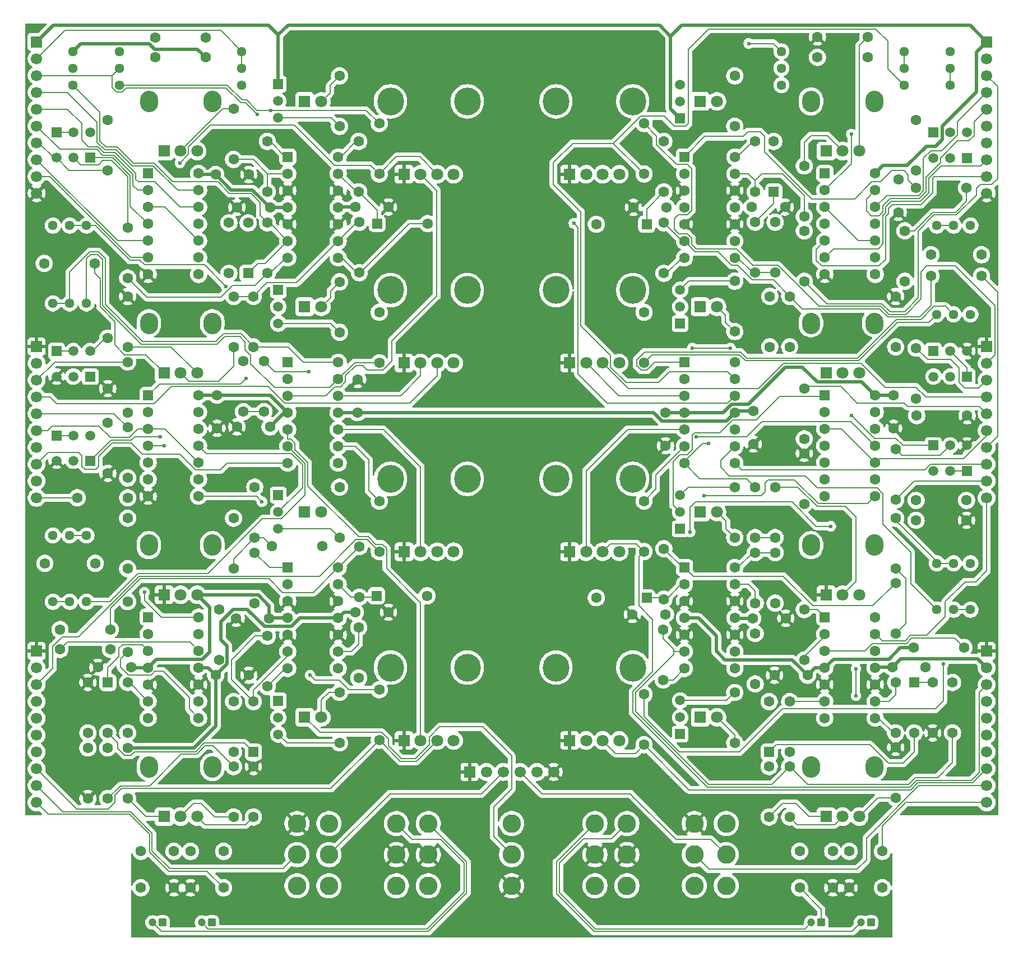
<source format=gtl>
%TF.GenerationSoftware,KiCad,Pcbnew,9.0.4*%
%TF.CreationDate,2025-10-04T20:02:18+02:00*%
%TF.ProjectId,DMH_VCEG_PCB_2,444d485f-5643-4454-975f-5043425f322e,1*%
%TF.SameCoordinates,Original*%
%TF.FileFunction,Copper,L1,Top*%
%TF.FilePolarity,Positive*%
%FSLAX46Y46*%
G04 Gerber Fmt 4.6, Leading zero omitted, Abs format (unit mm)*
G04 Created by KiCad (PCBNEW 9.0.4) date 2025-10-04 20:02:18*
%MOMM*%
%LPD*%
G01*
G04 APERTURE LIST*
G04 Aperture macros list*
%AMRoundRect*
0 Rectangle with rounded corners*
0 $1 Rounding radius*
0 $2 $3 $4 $5 $6 $7 $8 $9 X,Y pos of 4 corners*
0 Add a 4 corners polygon primitive as box body*
4,1,4,$2,$3,$4,$5,$6,$7,$8,$9,$2,$3,0*
0 Add four circle primitives for the rounded corners*
1,1,$1+$1,$2,$3*
1,1,$1+$1,$4,$5*
1,1,$1+$1,$6,$7*
1,1,$1+$1,$8,$9*
0 Add four rect primitives between the rounded corners*
20,1,$1+$1,$2,$3,$4,$5,0*
20,1,$1+$1,$4,$5,$6,$7,0*
20,1,$1+$1,$6,$7,$8,$9,0*
20,1,$1+$1,$8,$9,$2,$3,0*%
G04 Aperture macros list end*
%TA.AperFunction,ComponentPad*%
%ADD10C,1.600000*%
%TD*%
%TA.AperFunction,ComponentPad*%
%ADD11C,2.800000*%
%TD*%
%TA.AperFunction,ComponentPad*%
%ADD12R,1.500000X1.500000*%
%TD*%
%TA.AperFunction,ComponentPad*%
%ADD13C,1.500000*%
%TD*%
%TA.AperFunction,ComponentPad*%
%ADD14C,1.440000*%
%TD*%
%TA.AperFunction,ComponentPad*%
%ADD15RoundRect,0.250000X-0.550000X-0.550000X0.550000X-0.550000X0.550000X0.550000X-0.550000X0.550000X0*%
%TD*%
%TA.AperFunction,ComponentPad*%
%ADD16O,2.720000X3.240000*%
%TD*%
%TA.AperFunction,ComponentPad*%
%ADD17R,1.800000X1.800000*%
%TD*%
%TA.AperFunction,ComponentPad*%
%ADD18C,1.800000*%
%TD*%
%TA.AperFunction,ComponentPad*%
%ADD19RoundRect,0.250000X0.350000X0.350000X-0.350000X0.350000X-0.350000X-0.350000X0.350000X-0.350000X0*%
%TD*%
%TA.AperFunction,ComponentPad*%
%ADD20C,1.200000*%
%TD*%
%TA.AperFunction,ComponentPad*%
%ADD21O,4.000000X4.200000*%
%TD*%
%TA.AperFunction,ComponentPad*%
%ADD22RoundRect,0.250000X0.550000X-0.550000X0.550000X0.550000X-0.550000X0.550000X-0.550000X-0.550000X0*%
%TD*%
%TA.AperFunction,ComponentPad*%
%ADD23RoundRect,0.250000X-0.550000X0.550000X-0.550000X-0.550000X0.550000X-0.550000X0.550000X0.550000X0*%
%TD*%
%TA.AperFunction,ComponentPad*%
%ADD24RoundRect,0.250000X0.550000X0.550000X-0.550000X0.550000X-0.550000X-0.550000X0.550000X-0.550000X0*%
%TD*%
%TA.AperFunction,ComponentPad*%
%ADD25R,1.700000X1.700000*%
%TD*%
%TA.AperFunction,ComponentPad*%
%ADD26C,1.700000*%
%TD*%
%TA.AperFunction,ViaPad*%
%ADD27C,0.600000*%
%TD*%
%TA.AperFunction,Conductor*%
%ADD28C,0.200000*%
%TD*%
%TA.AperFunction,Conductor*%
%ADD29C,0.500000*%
%TD*%
G04 APERTURE END LIST*
D10*
%TO.P,R149,1*%
%TO.N,Net-(D36-K)*%
X136800000Y-72990000D03*
%TO.P,R149,2*%
%TO.N,Net-(R149-Pad2)*%
X136800000Y-80610000D03*
%TD*%
%TO.P,R50,1*%
%TO.N,Net-(U9A--)*%
X63100000Y-68410000D03*
%TO.P,R50,2*%
%TO.N,Net-(D17-A)*%
X63100000Y-60790000D03*
%TD*%
D11*
%TO.P,SW4,1,A*%
%TO.N,Net-(SW4A-A)*%
X117413000Y-163800000D03*
%TO.P,SW4,2,B*%
%TO.N,GND*%
X117413000Y-168500000D03*
%TO.P,SW4,3,C*%
%TO.N,Net-(SW4A-C)*%
X117413000Y-173200000D03*
%TO.P,SW4,4,A*%
%TO.N,Net-(SW4B-A)*%
X112587000Y-163800000D03*
%TO.P,SW4,5,B*%
%TO.N,GND*%
X112587000Y-168500000D03*
%TO.P,SW4,6,C*%
%TO.N,Net-(SW4B-C)*%
X112587000Y-173200000D03*
%TD*%
D10*
%TO.P,R11,1*%
%TO.N,Net-(U18A-+)*%
X144200000Y-115510000D03*
%TO.P,R11,2*%
%TO.N,GND*%
X144200000Y-107890000D03*
%TD*%
%TO.P,C35,1*%
%TO.N,GND*%
X141300000Y-70700000D03*
%TO.P,C35,2*%
%TO.N,-12V*%
X136300000Y-70700000D03*
%TD*%
%TO.P,R65,1*%
%TO.N,GND*%
X42000000Y-84190000D03*
%TO.P,R65,2*%
%TO.N,Net-(R65-Pad2)*%
X42000000Y-91810000D03*
%TD*%
%TO.P,R145,1*%
%TO.N,Net-(U19D--)*%
X144200000Y-74290000D03*
%TO.P,R145,2*%
%TO.N,/CV Processing B/Att CV*%
X144200000Y-81910000D03*
%TD*%
D12*
%TO.P,Q10,1,C*%
%TO.N,+12V*%
X64750000Y-145250000D03*
D13*
%TO.P,Q10,2,B*%
%TO.N,Net-(Q10-B)*%
X64750000Y-147790000D03*
%TO.P,Q10,3,E*%
%TO.N,Net-(Q10-E)*%
X64750000Y-150330000D03*
%TD*%
D10*
%TO.P,R29,1*%
%TO.N,Net-(Q9-E)*%
X74000000Y-120610000D03*
%TO.P,R29,2*%
%TO.N,Net-(D10-A)*%
X74000000Y-112990000D03*
%TD*%
%TO.P,C26,1*%
%TO.N,+12V*%
X158400000Y-66500000D03*
%TO.P,C26,2*%
%TO.N,GND*%
X158400000Y-71500000D03*
%TD*%
D12*
%TO.P,Q15,1,C*%
%TO.N,Net-(Q15-B)*%
X31250000Y-105200000D03*
D13*
%TO.P,Q15,2,B*%
X33790000Y-105200000D03*
%TO.P,Q15,3,E*%
%TO.N,Net-(Q15-E)*%
X36330000Y-105200000D03*
%TD*%
D14*
%TO.P,RV11,1,1*%
%TO.N,Net-(U21A--)*%
X40750000Y-52290000D03*
%TO.P,RV11,2,2*%
%TO.N,/CV Processing A/Att CV*%
X40750000Y-49750000D03*
%TO.P,RV11,3,3*%
X40750000Y-47210000D03*
%TD*%
D12*
%TO.P,Q11,1,C*%
%TO.N,Net-(Q11-B)*%
X31260000Y-59400000D03*
D13*
%TO.P,Q11,2,B*%
X33800000Y-59400000D03*
%TO.P,Q11,3,E*%
%TO.N,Net-(Q11-E)*%
X36340000Y-59400000D03*
%TD*%
D12*
%TO.P,Q27,1,C*%
%TO.N,Net-(Q27-B)*%
X168800000Y-63300000D03*
D13*
%TO.P,Q27,2,B*%
X166260000Y-63300000D03*
%TO.P,Q27,3,E*%
%TO.N,Net-(Q27-E)*%
X163720000Y-63300000D03*
%TD*%
D10*
%TO.P,R187,1*%
%TO.N,Net-(J26C-Pin_3)*%
X161100000Y-91990000D03*
%TO.P,R187,2*%
%TO.N,Net-(R185-Pad2)*%
X161100000Y-99610000D03*
%TD*%
%TO.P,R158,1*%
%TO.N,Net-(U18B--)*%
X142000000Y-145390000D03*
%TO.P,R158,2*%
%TO.N,Net-(R158-Pad2)*%
X142000000Y-153010000D03*
%TD*%
%TO.P,R80,1*%
%TO.N,Net-(R77-Pad2)*%
X39410000Y-134500000D03*
%TO.P,R80,2*%
%TO.N,Net-(U8B--)*%
X31790000Y-134500000D03*
%TD*%
D15*
%TO.P,U21,1*%
%TO.N,/CV Processing A/Att CV*%
X66190000Y-94135000D03*
D10*
%TO.P,U21,2,-*%
%TO.N,Net-(U21A--)*%
X66190000Y-96675000D03*
%TO.P,U21,3,+*%
%TO.N,Net-(U21A-+)*%
X66190000Y-99215000D03*
%TO.P,U21,4,V+*%
%TO.N,+12V*%
X66190000Y-101755000D03*
%TO.P,U21,5,+*%
%TO.N,Net-(U21B-+)*%
X66190000Y-104295000D03*
%TO.P,U21,6,-*%
%TO.N,Net-(U21B--)*%
X66190000Y-106835000D03*
%TO.P,U21,7*%
%TO.N,/CV Processing A/Rel CV*%
X66190000Y-109375000D03*
%TO.P,U21,8*%
%TO.N,/CV Processing A/Sus CV*%
X73810000Y-109375000D03*
%TO.P,U21,9,-*%
%TO.N,Net-(U21C--)*%
X73810000Y-106835000D03*
%TO.P,U21,10,+*%
%TO.N,Net-(U21C-+)*%
X73810000Y-104295000D03*
%TO.P,U21,11,V-*%
%TO.N,-12V*%
X73810000Y-101755000D03*
%TO.P,U21,12,+*%
%TO.N,Net-(U21D-+)*%
X73810000Y-99215000D03*
%TO.P,U21,13,-*%
%TO.N,Net-(U21D--)*%
X73810000Y-96675000D03*
%TO.P,U21,14*%
%TO.N,/CV Processing A/Dec CV*%
X73810000Y-94135000D03*
%TD*%
D12*
%TO.P,Q16,1,C*%
%TO.N,/CV Processing A/Rel Cur Snk*%
X36350000Y-109000000D03*
D13*
%TO.P,Q16,2,B*%
%TO.N,Net-(Q15-B)*%
X33810000Y-109000000D03*
%TO.P,Q16,3,E*%
%TO.N,GND*%
X31270000Y-109000000D03*
%TD*%
D10*
%TO.P,R70,1*%
%TO.N,Net-(R68-Pad2)*%
X61200000Y-122890000D03*
%TO.P,R70,2*%
%TO.N,Net-(D19-A)*%
X61200000Y-130510000D03*
%TD*%
%TO.P,R27,1*%
%TO.N,Net-(Q7-E)*%
X74000000Y-58510000D03*
%TO.P,R27,2*%
%TO.N,Net-(D8-A)*%
X74000000Y-50890000D03*
%TD*%
D12*
%TO.P,Q7,1,C*%
%TO.N,+12V*%
X64750000Y-52150000D03*
D13*
%TO.P,Q7,2,B*%
%TO.N,Net-(Q7-B)*%
X64750000Y-54690000D03*
%TO.P,Q7,3,E*%
%TO.N,Net-(Q7-E)*%
X64750000Y-57230000D03*
%TD*%
D10*
%TO.P,C37,1*%
%TO.N,GND*%
X141400000Y-132800000D03*
%TO.P,C37,2*%
%TO.N,-12V*%
X136400000Y-132800000D03*
%TD*%
%TO.P,R77,1*%
%TO.N,Net-(D21-K)*%
X77000000Y-129610000D03*
%TO.P,R77,2*%
%TO.N,Net-(R77-Pad2)*%
X77000000Y-121990000D03*
%TD*%
D12*
%TO.P,Q8,1,C*%
%TO.N,+12V*%
X64750000Y-83200000D03*
D13*
%TO.P,Q8,2,B*%
%TO.N,Net-(Q8-B)*%
X64750000Y-85740000D03*
%TO.P,Q8,3,E*%
%TO.N,Net-(Q8-E)*%
X64750000Y-88280000D03*
%TD*%
D12*
%TO.P,Q13,1,C*%
%TO.N,Net-(Q13-B)*%
X31250000Y-92450000D03*
D13*
%TO.P,Q13,2,B*%
X33790000Y-92450000D03*
%TO.P,Q13,3,E*%
%TO.N,Net-(Q13-E)*%
X36330000Y-92450000D03*
%TD*%
D10*
%TO.P,C36,1*%
%TO.N,+12V*%
X123250000Y-132200000D03*
%TO.P,C36,2*%
%TO.N,GND*%
X118250000Y-132200000D03*
%TD*%
D12*
%TO.P,Q26,1,C*%
%TO.N,+12V*%
X125450000Y-150300000D03*
D13*
%TO.P,Q26,2,B*%
%TO.N,Net-(Q26-B)*%
X125450000Y-147760000D03*
%TO.P,Q26,3,E*%
%TO.N,Net-(Q26-E)*%
X125450000Y-145220000D03*
%TD*%
D10*
%TO.P,R146,1*%
%TO.N,Net-(R146-Pad1)*%
X146190000Y-48100000D03*
%TO.P,R146,2*%
%TO.N,-12V*%
X153810000Y-48100000D03*
%TD*%
%TO.P,R89,1*%
%TO.N,/Core Circuit A/Inv Sus State*%
X42000000Y-103990000D03*
%TO.P,R89,2*%
%TO.N,Net-(U8D--)*%
X42000000Y-111610000D03*
%TD*%
%TO.P,R55,1*%
%TO.N,GND*%
X46190000Y-45100000D03*
%TO.P,R55,2*%
%TO.N,Net-(R55-Pad2)*%
X53810000Y-45100000D03*
%TD*%
D11*
%TO.P,SW5,1,A*%
%TO.N,unconnected-(SW5A-A-Pad1)*%
X132413000Y-163800000D03*
%TO.P,SW5,2,B*%
%TO.N,Net-(J24D-Pin_4)*%
X132413000Y-168500000D03*
%TO.P,SW5,3,C*%
%TO.N,/Core Circuit B/ProcGate*%
X132413000Y-173200000D03*
%TO.P,SW5,4,A*%
%TO.N,GND*%
X127587000Y-163800000D03*
%TO.P,SW5,5,B*%
%TO.N,Net-(J27I-Pin_9)*%
X127587000Y-168500000D03*
%TO.P,SW5,6,C*%
%TO.N,unconnected-(SW5B-C-Pad6)*%
X127587000Y-173200000D03*
%TD*%
D16*
%TO.P,RV31,*%
%TO.N,*%
X145200000Y-155250000D03*
X154800000Y-155250000D03*
D17*
%TO.P,RV31,1,1*%
%TO.N,Net-(R172-Pad1)*%
X147500000Y-162750000D03*
D18*
%TO.P,RV31,2,2*%
%TO.N,Net-(R176-Pad1)*%
X150000000Y-162750000D03*
%TO.P,RV31,3,3*%
%TO.N,Net-(R179-Pad2)*%
X152500000Y-162750000D03*
%TD*%
D10*
%TO.P,R63,1*%
%TO.N,Net-(R60-Pad2)*%
X62600000Y-93990000D03*
%TO.P,R63,2*%
%TO.N,Net-(U8C--)*%
X62600000Y-101610000D03*
%TD*%
D12*
%TO.P,Q9,1,C*%
%TO.N,+12V*%
X64750000Y-114200000D03*
D13*
%TO.P,Q9,2,B*%
%TO.N,Net-(Q9-B)*%
X64750000Y-116740000D03*
%TO.P,Q9,3,E*%
%TO.N,Net-(Q9-E)*%
X64750000Y-119280000D03*
%TD*%
D10*
%TO.P,R74,1*%
%TO.N,Net-(U8B--)*%
X29490000Y-124500000D03*
%TO.P,R74,2*%
%TO.N,Net-(R74-Pad2)*%
X37110000Y-124500000D03*
%TD*%
%TO.P,C38,1*%
%TO.N,+12V*%
X123250000Y-101750000D03*
%TO.P,C38,2*%
%TO.N,GND*%
X123250000Y-106750000D03*
%TD*%
D14*
%TO.P,RV4,1,1*%
%TO.N,Net-(D17-K)*%
X33750000Y-52290000D03*
%TO.P,RV4,2,2*%
X33750000Y-49750000D03*
%TO.P,RV4,3,3*%
%TO.N,-12V*%
X33750000Y-47210000D03*
%TD*%
%TO.P,RV34,1,1*%
%TO.N,Net-(U23A--)*%
X164210000Y-86900000D03*
%TO.P,RV34,2,2*%
%TO.N,/CV Processing B/Dec CV*%
X166750000Y-86900000D03*
%TO.P,RV34,3,3*%
X169290000Y-86900000D03*
%TD*%
D10*
%TO.P,R163,1*%
%TO.N,GND*%
X168810000Y-102200000D03*
%TO.P,R163,2*%
%TO.N,Net-(Q29-E)*%
X161190000Y-102200000D03*
%TD*%
%TO.P,R154,1*%
%TO.N,Net-(U18B--)*%
X159400000Y-74290000D03*
%TO.P,R154,2*%
%TO.N,Net-(R154-Pad2)*%
X159400000Y-81910000D03*
%TD*%
D19*
%TO.P,C51,1*%
%TO.N,Net-(J21F-Pin_6)*%
X47250000Y-178750000D03*
D20*
%TO.P,C51,2*%
%TO.N,Net-(SW2A-A)*%
X45750000Y-178750000D03*
%TD*%
D10*
%TO.P,R61,1*%
%TO.N,Net-(U8C--)*%
X58000000Y-145390000D03*
%TO.P,R61,2*%
%TO.N,Net-(R61-Pad2)*%
X58000000Y-153010000D03*
%TD*%
D15*
%TO.P,U23,1*%
%TO.N,/CV Processing B/Dec CV*%
X126100000Y-94135000D03*
D10*
%TO.P,U23,2,-*%
%TO.N,Net-(U23A--)*%
X126100000Y-96675000D03*
%TO.P,U23,3,+*%
%TO.N,Net-(U23A-+)*%
X126100000Y-99215000D03*
%TO.P,U23,4,V+*%
%TO.N,+12V*%
X126100000Y-101755000D03*
%TO.P,U23,5,+*%
%TO.N,Net-(U23B-+)*%
X126100000Y-104295000D03*
%TO.P,U23,6,-*%
%TO.N,Net-(U23B--)*%
X126100000Y-106835000D03*
%TO.P,U23,7*%
%TO.N,/CV Processing B/Sus CV*%
X126100000Y-109375000D03*
%TO.P,U23,8*%
%TO.N,/CV Processing B/Rel CV*%
X133720000Y-109375000D03*
%TO.P,U23,9,-*%
%TO.N,Net-(U23C--)*%
X133720000Y-106835000D03*
%TO.P,U23,10,+*%
%TO.N,Net-(U23C-+)*%
X133720000Y-104295000D03*
%TO.P,U23,11,V-*%
%TO.N,-12V*%
X133720000Y-101755000D03*
%TO.P,U23,12,+*%
%TO.N,Net-(U23D-+)*%
X133720000Y-99215000D03*
%TO.P,U23,13,-*%
%TO.N,Net-(U23D--)*%
X133720000Y-96675000D03*
%TO.P,U23,14*%
%TO.N,/CV Processing B/Att CV*%
X133720000Y-94135000D03*
%TD*%
%TO.P,R85,1*%
%TO.N,Net-(J22D-Pin_4)*%
X80000000Y-86590000D03*
%TO.P,R85,2*%
%TO.N,Net-(U21D--)*%
X80000000Y-94210000D03*
%TD*%
D12*
%TO.P,Q14,1,C*%
%TO.N,/CV Processing A/Dec Cur Snk*%
X36350000Y-96300000D03*
D13*
%TO.P,Q14,2,B*%
%TO.N,Net-(Q13-B)*%
X33810000Y-96300000D03*
%TO.P,Q14,3,E*%
%TO.N,GND*%
X31270000Y-96300000D03*
%TD*%
D21*
%TO.P,RV33,*%
%TO.N,*%
X106700000Y-54750000D03*
D18*
X116250000Y-65750000D03*
D21*
X118300000Y-54750000D03*
D17*
%TO.P,RV33,1,1*%
%TO.N,GND*%
X108750000Y-65750000D03*
D18*
%TO.P,RV33,2,2*%
%TO.N,Net-(U23D-+)*%
X111250000Y-65750000D03*
%TO.P,RV33,3,3*%
%TO.N,Net-(J26B-Pin_2)*%
X113750000Y-65750000D03*
%TD*%
D10*
%TO.P,C16,1*%
%TO.N,GND*%
X81400000Y-70700000D03*
%TO.P,C16,2*%
%TO.N,-12V*%
X76400000Y-70700000D03*
%TD*%
%TO.P,R153,1*%
%TO.N,Net-(U19B--)*%
X163340000Y-81100000D03*
%TO.P,R153,2*%
%TO.N,/CV Processing B/Dec CV*%
X170960000Y-81100000D03*
%TD*%
D14*
%TO.P,RV17,1,1*%
%TO.N,Net-(U21B--)*%
X35790000Y-130300000D03*
%TO.P,RV17,2,2*%
%TO.N,/CV Processing A/Rel CV*%
X33250000Y-130300000D03*
%TO.P,RV17,3,3*%
X30710000Y-130300000D03*
%TD*%
D10*
%TO.P,R112,1*%
%TO.N,Net-(R112-Pad1)*%
X163340000Y-77900000D03*
%TO.P,R112,2*%
%TO.N,/CV Processing B/Sus Level*%
X170960000Y-77900000D03*
%TD*%
%TO.P,C45,1*%
%TO.N,Net-(SW2B-C)*%
X51500000Y-168000000D03*
%TO.P,C45,2*%
%TO.N,Net-(J23J-Pin_10)*%
X56500000Y-168000000D03*
%TD*%
D21*
%TO.P,RV35,*%
%TO.N,*%
X106700000Y-83250000D03*
D18*
X116250000Y-94250000D03*
D21*
X118300000Y-83250000D03*
D17*
%TO.P,RV35,1,1*%
%TO.N,GND*%
X108750000Y-94250000D03*
D18*
%TO.P,RV35,2,2*%
%TO.N,Net-(U23A-+)*%
X111250000Y-94250000D03*
%TO.P,RV35,3,3*%
%TO.N,Net-(J26D-Pin_4)*%
X113750000Y-94250000D03*
%TD*%
D14*
%TO.P,RV9,1,1*%
%TO.N,Net-(R74-Pad2)*%
X35790000Y-120300000D03*
%TO.P,RV9,2,2*%
X33250000Y-120300000D03*
%TO.P,RV9,3,3*%
%TO.N,-12V*%
X30710000Y-120300000D03*
%TD*%
D17*
%TO.P,D11,1,K*%
%TO.N,/Core Circuit A/LEDs SW*%
X68730000Y-147750000D03*
D18*
%TO.P,D11,2,A*%
%TO.N,Net-(D11-A)*%
X71270000Y-147750000D03*
%TD*%
D10*
%TO.P,R82,1*%
%TO.N,GND*%
X61000000Y-155190000D03*
%TO.P,R82,2*%
%TO.N,Net-(R82-Pad2)*%
X61000000Y-162810000D03*
%TD*%
D19*
%TO.P,C49,1*%
%TO.N,Net-(J23J-Pin_10)*%
X54722600Y-178750000D03*
D20*
%TO.P,C49,2*%
%TO.N,Net-(SW2B-A)*%
X53222600Y-178750000D03*
%TD*%
D14*
%TO.P,RV15,1,1*%
%TO.N,Net-(U21C--)*%
X59250000Y-52290000D03*
%TO.P,RV15,2,2*%
%TO.N,/CV Processing A/Sus CV*%
X59250000Y-49750000D03*
%TO.P,RV15,3,3*%
X59250000Y-47210000D03*
%TD*%
D19*
%TO.P,C65,1*%
%TO.N,Net-(J27J-Pin_10)*%
X154250000Y-178750000D03*
D20*
%TO.P,C65,2*%
%TO.N,Net-(SW4B-A)*%
X152750000Y-178750000D03*
%TD*%
D10*
%TO.P,C66,1*%
%TO.N,Net-(J25F-Pin_6)*%
X143500000Y-168000000D03*
%TO.P,C66,2*%
%TO.N,Net-(SW4A-C)*%
X148500000Y-168000000D03*
%TD*%
D22*
%TO.P,D17,1,K*%
%TO.N,Net-(D17-K)*%
X60200000Y-80710000D03*
D10*
%TO.P,D17,2,A*%
%TO.N,Net-(D17-A)*%
X60200000Y-73090000D03*
%TD*%
%TO.P,C14,1*%
%TO.N,GND*%
X60300000Y-141400000D03*
%TO.P,C14,2*%
%TO.N,-12V*%
X55300000Y-141400000D03*
%TD*%
%TO.P,R86,1*%
%TO.N,Net-(J23C-Pin_3)*%
X80000000Y-122710000D03*
%TO.P,R86,2*%
%TO.N,Net-(U21C--)*%
X80000000Y-115090000D03*
%TD*%
D12*
%TO.P,Q28,1,C*%
%TO.N,/CV Processing B/Att Cur Src*%
X163700000Y-59450000D03*
D13*
%TO.P,Q28,2,B*%
%TO.N,Net-(Q27-B)*%
X166240000Y-59450000D03*
%TO.P,Q28,3,E*%
%TO.N,/CV Processing B/Max Level*%
X168780000Y-59450000D03*
%TD*%
D10*
%TO.P,C50,1*%
%TO.N,Net-(J21F-Pin_6)*%
X44000000Y-168000000D03*
%TO.P,C50,2*%
%TO.N,Net-(SW2A-C)*%
X49000000Y-168000000D03*
%TD*%
%TO.P,R165,1*%
%TO.N,Net-(U20D--)*%
X136800000Y-130510000D03*
%TO.P,R165,2*%
%TO.N,Net-(R165-Pad2)*%
X136800000Y-122890000D03*
%TD*%
%TO.P,R18,1*%
%TO.N,+12V*%
X160690000Y-137200000D03*
%TO.P,R18,2*%
%TO.N,Net-(U18A-+)*%
X168310000Y-137200000D03*
%TD*%
D15*
%TO.P,U19,1*%
%TO.N,Net-(R157-Pad2)*%
X126100000Y-63135000D03*
D10*
%TO.P,U19,2,-*%
%TO.N,Net-(D37-K)*%
X126100000Y-65675000D03*
%TO.P,U19,3,+*%
%TO.N,GND*%
X126100000Y-68215000D03*
%TO.P,U19,4,V+*%
%TO.N,+12V*%
X126100000Y-70755000D03*
%TO.P,U19,5,+*%
%TO.N,GND*%
X126100000Y-73295000D03*
%TO.P,U19,6,-*%
%TO.N,Net-(U19B--)*%
X126100000Y-75835000D03*
%TO.P,U19,7*%
%TO.N,Net-(D37-A)*%
X126100000Y-78375000D03*
%TO.P,U19,8*%
%TO.N,Net-(R149-Pad2)*%
X133720000Y-78375000D03*
%TO.P,U19,9,-*%
%TO.N,Net-(D36-K)*%
X133720000Y-75835000D03*
%TO.P,U19,10,+*%
%TO.N,GND*%
X133720000Y-73295000D03*
%TO.P,U19,11,V-*%
%TO.N,-12V*%
X133720000Y-70755000D03*
%TO.P,U19,12,+*%
%TO.N,GND*%
X133720000Y-68215000D03*
%TO.P,U19,13,-*%
%TO.N,Net-(U19D--)*%
X133720000Y-65675000D03*
%TO.P,U19,14*%
%TO.N,Net-(D36-A)*%
X133720000Y-63135000D03*
%TD*%
D15*
%TO.P,U4,1*%
%TO.N,/CV Processing A/Dec Cur Snk*%
X45100000Y-65635000D03*
D10*
%TO.P,U4,2*%
%TO.N,Net-(J21F-Pin_6)*%
X45100000Y-68175000D03*
%TO.P,U4,3*%
X45100000Y-70715000D03*
%TO.P,U4,4*%
%TO.N,/CV Processing A/Att Cur Src*%
X45100000Y-73255000D03*
%TO.P,U4,5*%
%TO.N,/Core Circuit A/Att_State*%
X45100000Y-75795000D03*
%TO.P,U4,6*%
%TO.N,/Core Circuit A/Rel_State*%
X45100000Y-78335000D03*
%TO.P,U4,7,V_{SS}*%
%TO.N,GND*%
X45100000Y-80875000D03*
%TO.P,U4,8*%
%TO.N,/CV Processing A/Rel Cur Snk*%
X52720000Y-80875000D03*
%TO.P,U4,9*%
%TO.N,Net-(J21F-Pin_6)*%
X52720000Y-78335000D03*
%TO.P,U4,10*%
X52720000Y-75795000D03*
%TO.P,U4,11*%
%TO.N,Net-(R15-Pad1)*%
X52720000Y-73255000D03*
%TO.P,U4,12*%
%TO.N,/Core Circuit A/Sus_State*%
X52720000Y-70715000D03*
%TO.P,U4,13*%
%TO.N,/Core Circuit A/Dec_State*%
X52720000Y-68175000D03*
%TO.P,U4,14,V_{DD}*%
%TO.N,+12V*%
X52720000Y-65635000D03*
%TD*%
D22*
%TO.P,D19,1,K*%
%TO.N,Net-(D19-K)*%
X61000000Y-153010000D03*
D10*
%TO.P,D19,2,A*%
%TO.N,Net-(D19-A)*%
X61000000Y-145390000D03*
%TD*%
%TO.P,R30,1*%
%TO.N,Net-(Q10-E)*%
X74000000Y-151610000D03*
%TO.P,R30,2*%
%TO.N,Net-(D11-A)*%
X74000000Y-143990000D03*
%TD*%
%TO.P,C40,1*%
%TO.N,+12V*%
X157700000Y-99100000D03*
%TO.P,C40,2*%
%TO.N,GND*%
X157700000Y-104100000D03*
%TD*%
%TO.P,R76,1*%
%TO.N,Net-(U10C--)*%
X76900000Y-134190000D03*
%TO.P,R76,2*%
%TO.N,Net-(D21-A)*%
X76900000Y-141810000D03*
%TD*%
%TO.P,R69,1*%
%TO.N,GND*%
X36000000Y-142490000D03*
%TO.P,R69,2*%
%TO.N,Net-(D20-K)*%
X36000000Y-150110000D03*
%TD*%
%TO.P,R68,1*%
%TO.N,Net-(U10A--)*%
X61200000Y-120610000D03*
%TO.P,R68,2*%
%TO.N,Net-(R68-Pad2)*%
X61200000Y-112990000D03*
%TD*%
%TO.P,R151,1*%
%TO.N,Net-(R149-Pad2)*%
X139800000Y-80610000D03*
%TO.P,R151,2*%
%TO.N,Net-(Q27-B)*%
X139800000Y-72990000D03*
%TD*%
D15*
%TO.P,U8,1*%
%TO.N,/CV Processing A/Sus Level*%
X45100000Y-132635000D03*
D10*
%TO.P,U8,2,-*%
X45100000Y-135175000D03*
%TO.P,U8,3,+*%
%TO.N,Net-(D20-K)*%
X45100000Y-137715000D03*
%TO.P,U8,4,V+*%
%TO.N,+12V*%
X45100000Y-140255000D03*
%TO.P,U8,5,+*%
%TO.N,GND*%
X45100000Y-142795000D03*
%TO.P,U8,6,-*%
%TO.N,Net-(U8B--)*%
X45100000Y-145335000D03*
%TO.P,U8,7*%
%TO.N,/CV Processing A/Rel Proc CV*%
X45100000Y-147875000D03*
%TO.P,U8,8*%
%TO.N,Net-(R61-Pad2)*%
X52720000Y-147875000D03*
%TO.P,U8,9,-*%
%TO.N,Net-(U8C--)*%
X52720000Y-145335000D03*
%TO.P,U8,10,+*%
%TO.N,GND*%
X52720000Y-142795000D03*
%TO.P,U8,11,V-*%
%TO.N,-12V*%
X52720000Y-140255000D03*
%TO.P,U8,12,+*%
%TO.N,Net-(U8D-+)*%
X52720000Y-137715000D03*
%TO.P,U8,13,-*%
%TO.N,Net-(U8D--)*%
X52720000Y-135175000D03*
%TO.P,U8,14*%
%TO.N,Net-(R88-Pad2)*%
X52720000Y-132635000D03*
%TD*%
%TO.P,R184,1*%
%TO.N,Net-(J27H-Pin_8)*%
X120000000Y-151910000D03*
%TO.P,R184,2*%
%TO.N,Net-(U23C--)*%
X120000000Y-144290000D03*
%TD*%
%TO.P,R79,1*%
%TO.N,Net-(R79-Pad1)*%
X58000000Y-162810000D03*
%TO.P,R79,2*%
%TO.N,Net-(U10C--)*%
X58000000Y-155190000D03*
%TD*%
%TO.P,R162,1*%
%TO.N,GND*%
X158000000Y-84190000D03*
%TO.P,R162,2*%
%TO.N,Net-(R162-Pad2)*%
X158000000Y-91810000D03*
%TD*%
%TO.P,R179,1*%
%TO.N,GND*%
X158000000Y-152290000D03*
%TO.P,R179,2*%
%TO.N,Net-(R179-Pad2)*%
X158000000Y-159910000D03*
%TD*%
%TO.P,R62,1*%
%TO.N,Net-(R62-Pad1)*%
X58000000Y-91810000D03*
%TO.P,R62,2*%
%TO.N,Net-(U9C--)*%
X58000000Y-84190000D03*
%TD*%
D12*
%TO.P,Q30,1,C*%
%TO.N,/CV Processing B/Dec Cur Snk*%
X163700000Y-92450000D03*
D13*
%TO.P,Q30,2,B*%
%TO.N,Net-(Q29-B)*%
X166240000Y-92450000D03*
%TO.P,Q30,3,E*%
%TO.N,GND*%
X168780000Y-92450000D03*
%TD*%
D10*
%TO.P,R87,1*%
%TO.N,Net-(J23H-Pin_8)*%
X80000000Y-151210000D03*
%TO.P,R87,2*%
%TO.N,Net-(U21B--)*%
X80000000Y-143590000D03*
%TD*%
%TO.P,R84,1*%
%TO.N,Net-(J22B-Pin_2)*%
X80000000Y-65710000D03*
%TO.P,R84,2*%
%TO.N,Net-(U21A--)*%
X80000000Y-58090000D03*
%TD*%
D16*
%TO.P,RV26,*%
%TO.N,*%
X145200000Y-54750000D03*
X154800000Y-54750000D03*
D17*
%TO.P,RV26,1,1*%
%TO.N,Net-(R146-Pad1)*%
X147500000Y-62250000D03*
D18*
%TO.P,RV26,2,2*%
%TO.N,Net-(R150-Pad1)*%
X150000000Y-62250000D03*
%TO.P,RV26,3,3*%
%TO.N,Net-(R152-Pad2)*%
X152500000Y-62250000D03*
%TD*%
D10*
%TO.P,R53,1*%
%TO.N,Net-(R53-Pad1)*%
X58000000Y-55890000D03*
%TO.P,R53,2*%
%TO.N,Net-(U9A--)*%
X58000000Y-63510000D03*
%TD*%
%TO.P,R127,1*%
%TO.N,Net-(Q26-E)*%
X133700000Y-143990000D03*
%TO.P,R127,2*%
%TO.N,Net-(D30-A)*%
X133700000Y-151610000D03*
%TD*%
%TO.P,C32,1*%
%TO.N,+12V*%
X144700000Y-141400000D03*
%TO.P,C32,2*%
%TO.N,GND*%
X139700000Y-141400000D03*
%TD*%
%TO.P,R124,1*%
%TO.N,Net-(Q23-E)*%
X133700000Y-50890000D03*
%TO.P,R124,2*%
%TO.N,Net-(D27-A)*%
X133700000Y-58510000D03*
%TD*%
D14*
%TO.P,RV36,1,1*%
%TO.N,Net-(U23B--)*%
X140750000Y-52290000D03*
%TO.P,RV36,2,2*%
%TO.N,/CV Processing B/Sus CV*%
X140750000Y-49750000D03*
%TO.P,RV36,3,3*%
X140750000Y-47210000D03*
%TD*%
D23*
%TO.P,D39,1,K*%
%TO.N,Net-(D39-K)*%
X160800000Y-142490000D03*
D10*
%TO.P,D39,2,A*%
%TO.N,Net-(D38-K)*%
X160800000Y-150110000D03*
%TD*%
%TO.P,R181,1*%
%TO.N,Net-(J26B-Pin_2)*%
X120000000Y-58090000D03*
%TO.P,R181,2*%
%TO.N,Net-(U23D--)*%
X120000000Y-65710000D03*
%TD*%
D12*
%TO.P,Q29,1,C*%
%TO.N,Net-(Q29-B)*%
X168800000Y-96300000D03*
D13*
%TO.P,Q29,2,B*%
X166260000Y-96300000D03*
%TO.P,Q29,3,E*%
%TO.N,Net-(Q29-E)*%
X163720000Y-96300000D03*
%TD*%
D10*
%TO.P,R88,1*%
%TO.N,Net-(U8D--)*%
X55800000Y-139110000D03*
%TO.P,R88,2*%
%TO.N,Net-(R88-Pad2)*%
X55800000Y-131490000D03*
%TD*%
D17*
%TO.P,D29,1,K*%
%TO.N,/Core Circuit A/LEDs SW*%
X128480000Y-116750000D03*
D18*
%TO.P,D29,2,A*%
%TO.N,Net-(D29-A)*%
X131020000Y-116750000D03*
%TD*%
D10*
%TO.P,C34,1*%
%TO.N,+12V*%
X123400000Y-70750000D03*
%TO.P,C34,2*%
%TO.N,GND*%
X118400000Y-70750000D03*
%TD*%
D15*
%TO.P,D18,1,K*%
%TO.N,Net-(D18-K)*%
X79690000Y-73200000D03*
D10*
%TO.P,D18,2,A*%
%TO.N,Net-(D18-A)*%
X87310000Y-73200000D03*
%TD*%
%TO.P,R90,1*%
%TO.N,Net-(J22C-Pin_3)*%
X42000000Y-94090000D03*
%TO.P,R90,2*%
%TO.N,Net-(R88-Pad2)*%
X42000000Y-101710000D03*
%TD*%
D12*
%TO.P,Q25,1,C*%
%TO.N,+12V*%
X125450000Y-119300000D03*
D13*
%TO.P,Q25,2,B*%
%TO.N,Net-(Q25-B)*%
X125450000Y-116760000D03*
%TO.P,Q25,3,E*%
%TO.N,Net-(Q25-E)*%
X125450000Y-114220000D03*
%TD*%
D14*
%TO.P,RV13,1,1*%
%TO.N,Net-(U21D--)*%
X35790000Y-85250000D03*
%TO.P,RV13,2,2*%
%TO.N,/CV Processing A/Dec CV*%
X33250000Y-85250000D03*
%TO.P,RV13,3,3*%
X30710000Y-85250000D03*
%TD*%
D10*
%TO.P,R72,1*%
%TO.N,Net-(R72-Pad1)*%
X58000000Y-117690000D03*
%TO.P,R72,2*%
%TO.N,Net-(U10A--)*%
X58000000Y-125310000D03*
%TD*%
D12*
%TO.P,Q12,1,C*%
%TO.N,/CV Processing A/Att Cur Src*%
X36360000Y-63265000D03*
D13*
%TO.P,Q12,2,B*%
%TO.N,Net-(Q11-B)*%
X33820000Y-63265000D03*
%TO.P,Q12,3,E*%
%TO.N,/CV Processing A/Max Level*%
X31280000Y-63265000D03*
%TD*%
D10*
%TO.P,R174,1*%
%TO.N,Net-(D40-K)*%
X123000000Y-129910000D03*
%TO.P,R174,2*%
%TO.N,Net-(R174-Pad2)*%
X123000000Y-122290000D03*
%TD*%
D17*
%TO.P,D9,1,K*%
%TO.N,/Core Circuit A/LEDs SW*%
X68730000Y-85750000D03*
D18*
%TO.P,D9,2,A*%
%TO.N,Net-(D9-A)*%
X71270000Y-85750000D03*
%TD*%
D15*
%TO.P,U22,1*%
%TO.N,Net-(Q8-B)*%
X45100000Y-99135000D03*
D10*
%TO.P,U22,2*%
%TO.N,/Core Circuit A/Out*%
X45100000Y-101675000D03*
%TO.P,U22,3*%
X45100000Y-104215000D03*
%TO.P,U22,4*%
%TO.N,Net-(Q7-B)*%
X45100000Y-106755000D03*
%TO.P,U22,5*%
%TO.N,/Core Circuit A/Att_State*%
X45100000Y-109295000D03*
%TO.P,U22,6*%
%TO.N,/Core Circuit A/Rel_State*%
X45100000Y-111835000D03*
%TO.P,U22,7,V_{SS}*%
%TO.N,GND*%
X45100000Y-114375000D03*
%TO.P,U22,8*%
%TO.N,Net-(Q10-B)*%
X52720000Y-114375000D03*
%TO.P,U22,9*%
%TO.N,/Core Circuit A/Out*%
X52720000Y-111835000D03*
%TO.P,U22,10*%
X52720000Y-109295000D03*
%TO.P,U22,11*%
%TO.N,Net-(Q9-B)*%
X52720000Y-106755000D03*
%TO.P,U22,12*%
%TO.N,/Core Circuit A/Sus_State*%
X52720000Y-104215000D03*
%TO.P,U22,13*%
%TO.N,/Core Circuit A/Dec_State*%
X52720000Y-101675000D03*
%TO.P,U22,14,V_{DD}*%
%TO.N,+12V*%
X52720000Y-99135000D03*
%TD*%
D23*
%TO.P,D20,1,K*%
%TO.N,Net-(D20-K)*%
X39000000Y-142490000D03*
D10*
%TO.P,D20,2,A*%
%TO.N,Net-(D19-K)*%
X39000000Y-150110000D03*
%TD*%
%TO.P,R161,1*%
%TO.N,Net-(R158-Pad2)*%
X161090000Y-115000000D03*
%TO.P,R161,2*%
%TO.N,Net-(Q29-B)*%
X168710000Y-115000000D03*
%TD*%
D17*
%TO.P,D10,1,K*%
%TO.N,/Core Circuit A/LEDs SW*%
X68730000Y-116750000D03*
D18*
%TO.P,D10,2,A*%
%TO.N,Net-(D10-A)*%
X71270000Y-116750000D03*
%TD*%
D10*
%TO.P,C75,1*%
%TO.N,GND*%
X148500000Y-173500000D03*
%TO.P,C75,2*%
%TO.N,Net-(J25F-Pin_6)*%
X143500000Y-173500000D03*
%TD*%
%TO.P,R164,1*%
%TO.N,/CV Processing B/Sus CV*%
X136800000Y-112990000D03*
%TO.P,R164,2*%
%TO.N,Net-(U20D--)*%
X136800000Y-120610000D03*
%TD*%
%TO.P,R51,1*%
%TO.N,Net-(Q11-E)*%
X38960000Y-57540000D03*
%TO.P,R51,2*%
%TO.N,/CV Processing A/Max Level*%
X38960000Y-65160000D03*
%TD*%
D22*
%TO.P,D38,1,K*%
%TO.N,Net-(D38-K)*%
X138900000Y-153010000D03*
D10*
%TO.P,D38,2,A*%
%TO.N,Net-(D38-A)*%
X138900000Y-145390000D03*
%TD*%
%TO.P,R180,1*%
%TO.N,GND*%
X168710000Y-118000000D03*
%TO.P,R180,2*%
%TO.N,Net-(Q31-E)*%
X161090000Y-118000000D03*
%TD*%
%TO.P,C13,1*%
%TO.N,+12V*%
X42500000Y-140200000D03*
%TO.P,C13,2*%
%TO.N,GND*%
X37500000Y-140200000D03*
%TD*%
D15*
%TO.P,U14,1*%
%TO.N,Net-(R112-Pad1)*%
X147300000Y-65635000D03*
D10*
%TO.P,U14,2*%
%TO.N,Net-(J25F-Pin_6)*%
X147300000Y-68175000D03*
%TO.P,U14,3*%
X147300000Y-70715000D03*
%TO.P,U14,4*%
%TO.N,/CV Processing B/Rel Cur Snk*%
X147300000Y-73255000D03*
%TO.P,U14,5*%
%TO.N,/Core Circuit B/Rel_State*%
X147300000Y-75795000D03*
%TO.P,U14,6*%
%TO.N,/Core Circuit B/Att_State*%
X147300000Y-78335000D03*
%TO.P,U14,7,V_{SS}*%
%TO.N,GND*%
X147300000Y-80875000D03*
%TO.P,U14,8*%
%TO.N,/CV Processing B/Att Cur Src*%
X154920000Y-80875000D03*
%TO.P,U14,9*%
%TO.N,Net-(J25F-Pin_6)*%
X154920000Y-78335000D03*
%TO.P,U14,10*%
X154920000Y-75795000D03*
%TO.P,U14,11*%
%TO.N,/CV Processing B/Dec Cur Snk*%
X154920000Y-73255000D03*
%TO.P,U14,12*%
%TO.N,/Core Circuit B/Dec_State*%
X154920000Y-70715000D03*
%TO.P,U14,13*%
%TO.N,/Core Circuit B/Sus_State*%
X154920000Y-68175000D03*
%TO.P,U14,14,V_{DD}*%
%TO.N,+12V*%
X154920000Y-65635000D03*
%TD*%
%TO.P,C18,1*%
%TO.N,GND*%
X81400000Y-131900000D03*
%TO.P,C18,2*%
%TO.N,-12V*%
X76400000Y-131900000D03*
%TD*%
%TO.P,C19,1*%
%TO.N,+12V*%
X63500000Y-103900000D03*
%TO.P,C19,2*%
%TO.N,GND*%
X58500000Y-103900000D03*
%TD*%
%TO.P,R126,1*%
%TO.N,Net-(Q25-E)*%
X133700000Y-112990000D03*
%TO.P,R126,2*%
%TO.N,Net-(D29-A)*%
X133700000Y-120610000D03*
%TD*%
D17*
%TO.P,D28,1,K*%
%TO.N,/Core Circuit A/LEDs SW*%
X128480000Y-85750000D03*
D18*
%TO.P,D28,2,A*%
%TO.N,Net-(D28-A)*%
X131020000Y-85750000D03*
%TD*%
D10*
%TO.P,R159,1*%
%TO.N,Net-(R159-Pad1)*%
X142000000Y-91810000D03*
%TO.P,R159,2*%
%TO.N,Net-(U19B--)*%
X142000000Y-84190000D03*
%TD*%
%TO.P,R67,1*%
%TO.N,/CV Processing A/Sus CV*%
X71410000Y-121900000D03*
%TO.P,R67,2*%
%TO.N,Net-(U10A--)*%
X63790000Y-121900000D03*
%TD*%
%TO.P,R160,1*%
%TO.N,Net-(R157-Pad2)*%
X161090000Y-67800000D03*
%TO.P,R160,2*%
%TO.N,Net-(U18B--)*%
X168710000Y-67800000D03*
%TD*%
%TO.P,R157,1*%
%TO.N,Net-(D37-K)*%
X123000000Y-68410000D03*
%TO.P,R157,2*%
%TO.N,Net-(R157-Pad2)*%
X123000000Y-60790000D03*
%TD*%
D14*
%TO.P,RV6,1,1*%
%TO.N,Net-(R57-Pad2)*%
X35790000Y-73500000D03*
%TO.P,RV6,2,2*%
X33250000Y-73500000D03*
%TO.P,RV6,3,3*%
%TO.N,-12V*%
X30710000Y-73500000D03*
%TD*%
D11*
%TO.P,SW1,1,A*%
%TO.N,unconnected-(SW1A-A-Pad1)*%
X72413000Y-163800000D03*
%TO.P,SW1,2,B*%
%TO.N,Net-(J24C-Pin_3)*%
X72413000Y-168500000D03*
%TO.P,SW1,3,C*%
%TO.N,/Core Circuit A/ProcGate*%
X72413000Y-173200000D03*
%TO.P,SW1,4,A*%
%TO.N,GND*%
X67587000Y-163800000D03*
%TO.P,SW1,5,B*%
%TO.N,Net-(J23I-Pin_9)*%
X67587000Y-168500000D03*
%TO.P,SW1,6,C*%
%TO.N,unconnected-(SW1B-C-Pad6)*%
X67587000Y-173200000D03*
%TD*%
D10*
%TO.P,R56,1*%
%TO.N,Net-(U9C--)*%
X61000000Y-84190000D03*
%TO.P,R56,2*%
%TO.N,/CV Processing A/Dec CV*%
X61000000Y-91810000D03*
%TD*%
%TO.P,R198,1*%
%TO.N,Net-(U8D-+)*%
X36000000Y-152390000D03*
%TO.P,R198,2*%
%TO.N,GND*%
X36000000Y-160010000D03*
%TD*%
%TO.P,C20,1*%
%TO.N,GND*%
X76750000Y-96750000D03*
%TO.P,C20,2*%
%TO.N,-12V*%
X76750000Y-101750000D03*
%TD*%
%TO.P,R152,1*%
%TO.N,GND*%
X146190000Y-45000000D03*
%TO.P,R152,2*%
%TO.N,Net-(R152-Pad2)*%
X153810000Y-45000000D03*
%TD*%
D14*
%TO.P,RV32,1,1*%
%TO.N,Net-(U23D--)*%
X159250000Y-52290000D03*
%TO.P,RV32,2,2*%
%TO.N,/CV Processing B/Att CV*%
X159250000Y-49750000D03*
%TO.P,RV32,3,3*%
X159250000Y-47210000D03*
%TD*%
D10*
%TO.P,R173,1*%
%TO.N,Net-(U20B--)*%
X122900000Y-134490000D03*
%TO.P,R173,2*%
%TO.N,Net-(D40-A)*%
X122900000Y-142110000D03*
%TD*%
D15*
%TO.P,D21,1,K*%
%TO.N,Net-(D21-K)*%
X79590000Y-129400000D03*
D10*
%TO.P,D21,2,A*%
%TO.N,Net-(D21-A)*%
X87210000Y-129400000D03*
%TD*%
D11*
%TO.P,SW2,1,A*%
%TO.N,Net-(SW2A-A)*%
X87413000Y-163800000D03*
%TO.P,SW2,2,B*%
%TO.N,GND*%
X87413000Y-168500000D03*
%TO.P,SW2,3,C*%
%TO.N,Net-(SW2A-C)*%
X87413000Y-173200000D03*
%TO.P,SW2,4,A*%
%TO.N,Net-(SW2B-A)*%
X82587000Y-163800000D03*
%TO.P,SW2,5,B*%
%TO.N,GND*%
X82587000Y-168500000D03*
%TO.P,SW2,6,C*%
%TO.N,Net-(SW2B-C)*%
X82587000Y-173200000D03*
%TD*%
D10*
%TO.P,C61,1*%
%TO.N,Net-(SW4B-C)*%
X151000000Y-168000000D03*
%TO.P,C61,2*%
%TO.N,Net-(J27J-Pin_10)*%
X156000000Y-168000000D03*
%TD*%
%TO.P,C39,1*%
%TO.N,GND*%
X136500000Y-106500000D03*
%TO.P,C39,2*%
%TO.N,-12V*%
X136500000Y-101500000D03*
%TD*%
%TO.P,R15,1*%
%TO.N,Net-(R15-Pad1)*%
X42010000Y-114600000D03*
%TO.P,R15,2*%
%TO.N,/CV Processing A/Sus Level*%
X34390000Y-114600000D03*
%TD*%
D14*
%TO.P,RV27,1,1*%
%TO.N,Net-(R154-Pad2)*%
X164210000Y-73500000D03*
%TO.P,RV27,2,2*%
X166750000Y-73500000D03*
%TO.P,RV27,3,3*%
%TO.N,-12V*%
X169290000Y-73500000D03*
%TD*%
D10*
%TO.P,R64,1*%
%TO.N,Net-(R61-Pad2)*%
X42000000Y-137910000D03*
%TO.P,R64,2*%
%TO.N,Net-(Q13-B)*%
X42000000Y-130290000D03*
%TD*%
%TO.P,R48,1*%
%TO.N,Net-(U9A--)*%
X57300000Y-73090000D03*
%TO.P,R48,2*%
%TO.N,/CV Processing A/Att CV*%
X57300000Y-80710000D03*
%TD*%
D16*
%TO.P,RV8,*%
%TO.N,*%
X45200000Y-121750000D03*
X54800000Y-121750000D03*
D17*
%TO.P,RV8,1,1*%
%TO.N,GND*%
X47500000Y-129250000D03*
D18*
%TO.P,RV8,2,2*%
%TO.N,Net-(R72-Pad1)*%
X50000000Y-129250000D03*
%TO.P,RV8,3,3*%
%TO.N,+12V*%
X52500000Y-129250000D03*
%TD*%
D24*
%TO.P,D40,1,K*%
%TO.N,Net-(D40-K)*%
X120410000Y-129700000D03*
D10*
%TO.P,D40,2,A*%
%TO.N,Net-(D40-A)*%
X112790000Y-129700000D03*
%TD*%
%TO.P,C74,1*%
%TO.N,GND*%
X51500000Y-173500000D03*
%TO.P,C74,2*%
%TO.N,Net-(J23J-Pin_10)*%
X56500000Y-173500000D03*
%TD*%
D21*
%TO.P,RV18,*%
%TO.N,*%
X81700000Y-140250000D03*
D18*
X91250000Y-151250000D03*
D21*
X93300000Y-140250000D03*
D17*
%TO.P,RV18,1,1*%
%TO.N,GND*%
X83750000Y-151250000D03*
D18*
%TO.P,RV18,2,2*%
%TO.N,Net-(U21B-+)*%
X86250000Y-151250000D03*
%TO.P,RV18,3,3*%
%TO.N,Net-(J23H-Pin_8)*%
X88750000Y-151250000D03*
%TD*%
D10*
%TO.P,R125,1*%
%TO.N,Net-(Q24-E)*%
X133700000Y-81890000D03*
%TO.P,R125,2*%
%TO.N,Net-(D28-A)*%
X133700000Y-89510000D03*
%TD*%
%TO.P,R170,1*%
%TO.N,Net-(U20B--)*%
X166600000Y-150110000D03*
%TO.P,R170,2*%
%TO.N,/CV Processing B/Rel CV*%
X166600000Y-142490000D03*
%TD*%
%TO.P,R197,1*%
%TO.N,+12V*%
X39410000Y-137500000D03*
%TO.P,R197,2*%
%TO.N,Net-(U8D-+)*%
X31790000Y-137500000D03*
%TD*%
%TO.P,R156,1*%
%TO.N,Net-(U19B--)*%
X123000000Y-73090000D03*
%TO.P,R156,2*%
%TO.N,Net-(D37-A)*%
X123000000Y-80710000D03*
%TD*%
%TO.P,R28,1*%
%TO.N,Net-(Q8-E)*%
X74000000Y-89610000D03*
%TO.P,R28,2*%
%TO.N,Net-(D9-A)*%
X74000000Y-81990000D03*
%TD*%
%TO.P,R147,1*%
%TO.N,Net-(U19D--)*%
X136800000Y-68410000D03*
%TO.P,R147,2*%
%TO.N,Net-(D36-A)*%
X136800000Y-60790000D03*
%TD*%
D12*
%TO.P,Q32,1,C*%
%TO.N,/CV Processing B/Rel Cur Snk*%
X163700000Y-106700000D03*
D13*
%TO.P,Q32,2,B*%
%TO.N,Net-(Q31-B)*%
X166240000Y-106700000D03*
%TO.P,Q32,3,E*%
%TO.N,GND*%
X168780000Y-106700000D03*
%TD*%
D10*
%TO.P,C73,1*%
%TO.N,GND*%
X49000000Y-173500000D03*
%TO.P,C73,2*%
%TO.N,Net-(J21F-Pin_6)*%
X44000000Y-173500000D03*
%TD*%
D16*
%TO.P,RV5,*%
%TO.N,*%
X45200000Y-54750000D03*
X54800000Y-54750000D03*
D17*
%TO.P,RV5,1,1*%
%TO.N,Net-(R49-Pad1)*%
X47500000Y-62250000D03*
D18*
%TO.P,RV5,2,2*%
%TO.N,Net-(R53-Pad1)*%
X50000000Y-62250000D03*
%TO.P,RV5,3,3*%
%TO.N,Net-(R55-Pad2)*%
X52500000Y-62250000D03*
%TD*%
D10*
%TO.P,R169,1*%
%TO.N,Net-(R169-Pad1)*%
X139800000Y-112990000D03*
%TO.P,R169,2*%
%TO.N,Net-(U20D--)*%
X139800000Y-120610000D03*
%TD*%
D15*
%TO.P,U9,1*%
%TO.N,Net-(D17-A)*%
X66190000Y-63135000D03*
D10*
%TO.P,U9,2,-*%
%TO.N,Net-(U9A--)*%
X66190000Y-65675000D03*
%TO.P,U9,3,+*%
%TO.N,GND*%
X66190000Y-68215000D03*
%TO.P,U9,4,V+*%
%TO.N,+12V*%
X66190000Y-70755000D03*
%TO.P,U9,5,+*%
%TO.N,GND*%
X66190000Y-73295000D03*
%TO.P,U9,6,-*%
%TO.N,Net-(D17-K)*%
X66190000Y-75835000D03*
%TO.P,U9,7*%
%TO.N,Net-(R52-Pad2)*%
X66190000Y-78375000D03*
%TO.P,U9,8*%
%TO.N,Net-(D18-A)*%
X73810000Y-78375000D03*
%TO.P,U9,9,-*%
%TO.N,Net-(U9C--)*%
X73810000Y-75835000D03*
%TO.P,U9,10,+*%
%TO.N,GND*%
X73810000Y-73295000D03*
%TO.P,U9,11,V-*%
%TO.N,-12V*%
X73810000Y-70755000D03*
%TO.P,U9,12,+*%
%TO.N,GND*%
X73810000Y-68215000D03*
%TO.P,U9,13,-*%
%TO.N,Net-(D18-K)*%
X73810000Y-65675000D03*
%TO.P,U9,14*%
%TO.N,Net-(R60-Pad2)*%
X73810000Y-63135000D03*
%TD*%
D16*
%TO.P,RV7,*%
%TO.N,*%
X45200000Y-88250000D03*
X54800000Y-88250000D03*
D17*
%TO.P,RV7,1,1*%
%TO.N,Net-(R58-Pad1)*%
X47500000Y-95750000D03*
D18*
%TO.P,RV7,2,2*%
%TO.N,Net-(R62-Pad1)*%
X50000000Y-95750000D03*
%TO.P,RV7,3,3*%
%TO.N,Net-(R65-Pad2)*%
X52500000Y-95750000D03*
%TD*%
D12*
%TO.P,Q31,1,C*%
%TO.N,Net-(Q31-B)*%
X168800000Y-110550000D03*
D13*
%TO.P,Q31,2,B*%
X166260000Y-110550000D03*
%TO.P,Q31,3,E*%
%TO.N,Net-(Q31-E)*%
X163720000Y-110550000D03*
%TD*%
D10*
%TO.P,R71,1*%
%TO.N,Net-(D19-A)*%
X63100000Y-135490000D03*
%TO.P,R71,2*%
%TO.N,Net-(D19-K)*%
X63100000Y-143110000D03*
%TD*%
D21*
%TO.P,RV14,*%
%TO.N,*%
X81700000Y-83250000D03*
D18*
X91250000Y-94250000D03*
D21*
X93300000Y-83250000D03*
D17*
%TO.P,RV14,1,1*%
%TO.N,GND*%
X83750000Y-94250000D03*
D18*
%TO.P,RV14,2,2*%
%TO.N,Net-(U21D-+)*%
X86250000Y-94250000D03*
%TO.P,RV14,3,3*%
%TO.N,Net-(J22D-Pin_4)*%
X88750000Y-94250000D03*
%TD*%
D10*
%TO.P,R155,1*%
%TO.N,Net-(R155-Pad1)*%
X139000000Y-91810000D03*
%TO.P,R155,2*%
%TO.N,-12V*%
X139000000Y-84190000D03*
%TD*%
%TO.P,R185,1*%
%TO.N,Net-(U18A--)*%
X144200000Y-139110000D03*
%TO.P,R185,2*%
%TO.N,Net-(R185-Pad2)*%
X144200000Y-131490000D03*
%TD*%
%TO.P,R177,1*%
%TO.N,Net-(R174-Pad2)*%
X158000000Y-127490000D03*
%TO.P,R177,2*%
%TO.N,Net-(U18C--)*%
X158000000Y-135110000D03*
%TD*%
%TO.P,R172,1*%
%TO.N,Net-(R172-Pad1)*%
X138900000Y-162810000D03*
%TO.P,R172,2*%
%TO.N,-12V*%
X138900000Y-155190000D03*
%TD*%
D21*
%TO.P,RV39,*%
%TO.N,*%
X106700000Y-140250000D03*
D18*
X116250000Y-151250000D03*
D21*
X118300000Y-140250000D03*
D17*
%TO.P,RV39,1,1*%
%TO.N,GND*%
X108750000Y-151250000D03*
D18*
%TO.P,RV39,2,2*%
%TO.N,Net-(U23C-+)*%
X111250000Y-151250000D03*
%TO.P,RV39,3,3*%
%TO.N,Net-(J27H-Pin_8)*%
X113750000Y-151250000D03*
%TD*%
D10*
%TO.P,R150,1*%
%TO.N,Net-(R150-Pad1)*%
X144200000Y-64490000D03*
%TO.P,R150,2*%
%TO.N,Net-(U19D--)*%
X144200000Y-72110000D03*
%TD*%
%TO.P,R182,1*%
%TO.N,Net-(J26D-Pin_4)*%
X120000000Y-86590000D03*
%TO.P,R182,2*%
%TO.N,Net-(U23A--)*%
X120000000Y-94210000D03*
%TD*%
%TO.P,R59,1*%
%TO.N,Net-(U9C--)*%
X77000000Y-72990000D03*
%TO.P,R59,2*%
%TO.N,Net-(D18-A)*%
X77000000Y-80610000D03*
%TD*%
%TO.P,R166,1*%
%TO.N,GND*%
X163600000Y-150110000D03*
%TO.P,R166,2*%
%TO.N,Net-(D39-K)*%
X163600000Y-142490000D03*
%TD*%
D12*
%TO.P,Q24,1,C*%
%TO.N,+12V*%
X125450000Y-88300000D03*
D13*
%TO.P,Q24,2,B*%
%TO.N,Net-(Q24-B)*%
X125450000Y-85760000D03*
%TO.P,Q24,3,E*%
%TO.N,Net-(Q24-E)*%
X125450000Y-83220000D03*
%TD*%
D10*
%TO.P,R73,1*%
%TO.N,Net-(U10C--)*%
X39000000Y-160010000D03*
%TO.P,R73,2*%
%TO.N,/CV Processing A/Rel CV*%
X39000000Y-152390000D03*
%TD*%
%TO.P,C7,1*%
%TO.N,+12V*%
X55300000Y-65800000D03*
%TO.P,C7,2*%
%TO.N,GND*%
X60300000Y-65800000D03*
%TD*%
D24*
%TO.P,D37,1,K*%
%TO.N,Net-(D37-K)*%
X120410000Y-73300000D03*
D10*
%TO.P,D37,2,A*%
%TO.N,Net-(D37-A)*%
X112790000Y-73300000D03*
%TD*%
%TO.P,R168,1*%
%TO.N,Net-(D38-A)*%
X136800000Y-135090000D03*
%TO.P,R168,2*%
%TO.N,Net-(D38-K)*%
X136800000Y-142710000D03*
%TD*%
D11*
%TO.P,SW3,1,C*%
%TO.N,GND*%
X100000000Y-173200000D03*
%TO.P,SW3,2,B*%
%TO.N,/Core Circuit A/LEDs SW*%
X100000000Y-168500000D03*
%TO.P,SW3,3,A*%
%TO.N,unconnected-(SW3-A-Pad3)*%
X100000000Y-163800000D03*
%TD*%
D19*
%TO.P,C67,1*%
%TO.N,Net-(J25F-Pin_6)*%
X146750000Y-178750000D03*
D20*
%TO.P,C67,2*%
%TO.N,Net-(SW4A-A)*%
X145250000Y-178750000D03*
%TD*%
D14*
%TO.P,RV38,1,1*%
%TO.N,Net-(U23C--)*%
X164210000Y-131500000D03*
%TO.P,RV38,2,2*%
%TO.N,/CV Processing B/Rel CV*%
X166750000Y-131500000D03*
%TO.P,RV38,3,3*%
X169290000Y-131500000D03*
%TD*%
D10*
%TO.P,C17,1*%
%TO.N,+12V*%
X63400000Y-132790000D03*
%TO.P,C17,2*%
%TO.N,GND*%
X58400000Y-132790000D03*
%TD*%
%TO.P,C76,1*%
%TO.N,GND*%
X151000000Y-173500000D03*
%TO.P,C76,2*%
%TO.N,Net-(J27J-Pin_10)*%
X156000000Y-173500000D03*
%TD*%
%TO.P,C33,1*%
%TO.N,GND*%
X162500000Y-140200000D03*
%TO.P,C33,2*%
%TO.N,-12V*%
X157500000Y-140200000D03*
%TD*%
D15*
%TO.P,U10,1*%
%TO.N,Net-(R68-Pad2)*%
X66190000Y-125135000D03*
D10*
%TO.P,U10,2,-*%
%TO.N,Net-(U10A--)*%
X66190000Y-127675000D03*
%TO.P,U10,3,+*%
%TO.N,GND*%
X66190000Y-130215000D03*
%TO.P,U10,4,V+*%
%TO.N,+12V*%
X66190000Y-132755000D03*
%TO.P,U10,5,+*%
%TO.N,GND*%
X66190000Y-135295000D03*
%TO.P,U10,6,-*%
%TO.N,Net-(D19-A)*%
X66190000Y-137835000D03*
%TO.P,U10,7*%
%TO.N,Net-(D19-K)*%
X66190000Y-140375000D03*
%TO.P,U10,8*%
%TO.N,Net-(D21-A)*%
X73810000Y-140375000D03*
%TO.P,U10,9,-*%
%TO.N,Net-(U10C--)*%
X73810000Y-137835000D03*
%TO.P,U10,10,+*%
%TO.N,GND*%
X73810000Y-135295000D03*
%TO.P,U10,11,V-*%
%TO.N,-12V*%
X73810000Y-132755000D03*
%TO.P,U10,12,+*%
%TO.N,GND*%
X73810000Y-130215000D03*
%TO.P,U10,13,-*%
%TO.N,Net-(D21-K)*%
X73810000Y-127675000D03*
%TO.P,U10,14*%
%TO.N,Net-(R77-Pad2)*%
X73810000Y-125135000D03*
%TD*%
%TO.P,R171,1*%
%TO.N,Net-(U18C--)*%
X158000000Y-125310000D03*
%TO.P,R171,2*%
%TO.N,Net-(R171-Pad2)*%
X158000000Y-117690000D03*
%TD*%
%TO.P,C21,1*%
%TO.N,+12V*%
X55500000Y-99100000D03*
%TO.P,C21,2*%
%TO.N,GND*%
X55500000Y-104100000D03*
%TD*%
D15*
%TO.P,U20,1*%
%TO.N,Net-(R174-Pad2)*%
X126100000Y-125135000D03*
D10*
%TO.P,U20,2,-*%
%TO.N,Net-(D40-K)*%
X126100000Y-127675000D03*
%TO.P,U20,3,+*%
%TO.N,GND*%
X126100000Y-130215000D03*
%TO.P,U20,4,V+*%
%TO.N,+12V*%
X126100000Y-132755000D03*
%TO.P,U20,5,+*%
%TO.N,GND*%
X126100000Y-135295000D03*
%TO.P,U20,6,-*%
%TO.N,Net-(U20B--)*%
X126100000Y-137835000D03*
%TO.P,U20,7*%
%TO.N,Net-(D40-A)*%
X126100000Y-140375000D03*
%TO.P,U20,8*%
%TO.N,Net-(D38-K)*%
X133720000Y-140375000D03*
%TO.P,U20,9,-*%
%TO.N,Net-(D38-A)*%
X133720000Y-137835000D03*
%TO.P,U20,10,+*%
%TO.N,GND*%
X133720000Y-135295000D03*
%TO.P,U20,11,V-*%
%TO.N,-12V*%
X133720000Y-132755000D03*
%TO.P,U20,12,+*%
%TO.N,GND*%
X133720000Y-130215000D03*
%TO.P,U20,13,-*%
%TO.N,Net-(U20D--)*%
X133720000Y-127675000D03*
%TO.P,U20,14*%
%TO.N,Net-(R165-Pad2)*%
X133720000Y-125135000D03*
%TD*%
%TO.P,R58,1*%
%TO.N,Net-(R58-Pad1)*%
X37010000Y-79200000D03*
%TO.P,R58,2*%
%TO.N,-12V*%
X29390000Y-79200000D03*
%TD*%
%TO.P,C15,1*%
%TO.N,+12V*%
X63500000Y-70750000D03*
%TO.P,C15,2*%
%TO.N,GND*%
X58500000Y-70750000D03*
%TD*%
D21*
%TO.P,RV16,*%
%TO.N,*%
X81700000Y-111750000D03*
D18*
X91250000Y-122750000D03*
D21*
X93300000Y-111750000D03*
D17*
%TO.P,RV16,1,1*%
%TO.N,GND*%
X83750000Y-122750000D03*
D18*
%TO.P,RV16,2,2*%
%TO.N,Net-(U21C-+)*%
X86250000Y-122750000D03*
%TO.P,RV16,3,3*%
%TO.N,Net-(J23C-Pin_3)*%
X88750000Y-122750000D03*
%TD*%
D21*
%TO.P,RV37,*%
%TO.N,*%
X106700000Y-111750000D03*
D18*
X116250000Y-122750000D03*
D21*
X118300000Y-111750000D03*
D17*
%TO.P,RV37,1,1*%
%TO.N,GND*%
X108750000Y-122750000D03*
D18*
%TO.P,RV37,2,2*%
%TO.N,Net-(U23B-+)*%
X111250000Y-122750000D03*
%TO.P,RV37,3,3*%
%TO.N,Net-(J27C-Pin_3)*%
X113750000Y-122750000D03*
%TD*%
D16*
%TO.P,RV29,*%
%TO.N,*%
X145200000Y-121750000D03*
X154800000Y-121750000D03*
D17*
%TO.P,RV29,1,1*%
%TO.N,GND*%
X147500000Y-129250000D03*
D18*
%TO.P,RV29,2,2*%
%TO.N,Net-(R169-Pad1)*%
X150000000Y-129250000D03*
%TO.P,RV29,3,3*%
%TO.N,+12V*%
X152500000Y-129250000D03*
%TD*%
D10*
%TO.P,R57,1*%
%TO.N,Net-(U8C--)*%
X59500000Y-101610000D03*
%TO.P,R57,2*%
%TO.N,Net-(R57-Pad2)*%
X59500000Y-93990000D03*
%TD*%
D15*
%TO.P,U18,1*%
%TO.N,Net-(R185-Pad2)*%
X147300000Y-132635000D03*
D10*
%TO.P,U18,2,-*%
%TO.N,Net-(U18A--)*%
X147300000Y-135175000D03*
%TO.P,U18,3,+*%
%TO.N,Net-(U18A-+)*%
X147300000Y-137715000D03*
%TO.P,U18,4,V+*%
%TO.N,+12V*%
X147300000Y-140255000D03*
%TO.P,U18,5,+*%
%TO.N,GND*%
X147300000Y-142795000D03*
%TO.P,U18,6,-*%
%TO.N,Net-(U18B--)*%
X147300000Y-145335000D03*
%TO.P,U18,7*%
%TO.N,Net-(R158-Pad2)*%
X147300000Y-147875000D03*
%TO.P,U18,8*%
%TO.N,/CV Processing B/Rel Proc CV*%
X154920000Y-147875000D03*
%TO.P,U18,9,-*%
%TO.N,Net-(U18C--)*%
X154920000Y-145335000D03*
%TO.P,U18,10,+*%
%TO.N,GND*%
X154920000Y-142795000D03*
%TO.P,U18,11,V-*%
%TO.N,-12V*%
X154920000Y-140255000D03*
%TO.P,U18,12,+*%
%TO.N,Net-(D39-K)*%
X154920000Y-137715000D03*
%TO.P,U18,13,-*%
%TO.N,/CV Processing B/Sus Level*%
X154920000Y-135175000D03*
%TO.P,U18,14*%
X154920000Y-132635000D03*
%TD*%
D14*
%TO.P,RV30,1,1*%
%TO.N,Net-(R171-Pad2)*%
X164210000Y-124500000D03*
%TO.P,RV30,2,2*%
X166750000Y-124500000D03*
%TO.P,RV30,3,3*%
%TO.N,-12V*%
X169290000Y-124500000D03*
%TD*%
D10*
%TO.P,R78,1*%
%TO.N,Net-(U8B--)*%
X42000000Y-142490000D03*
%TO.P,R78,2*%
%TO.N,/CV Processing A/Rel Proc CV*%
X42000000Y-150110000D03*
%TD*%
%TO.P,R75,1*%
%TO.N,Net-(R75-Pad1)*%
X42000000Y-160010000D03*
%TO.P,R75,2*%
%TO.N,-12V*%
X42000000Y-152390000D03*
%TD*%
%TO.P,R60,1*%
%TO.N,Net-(D18-K)*%
X76900000Y-68410000D03*
%TO.P,R60,2*%
%TO.N,Net-(R60-Pad2)*%
X76900000Y-60790000D03*
%TD*%
D17*
%TO.P,D27,1,K*%
%TO.N,/Core Circuit A/LEDs SW*%
X128480000Y-54750000D03*
D18*
%TO.P,D27,2,A*%
%TO.N,Net-(D27-A)*%
X131020000Y-54750000D03*
%TD*%
D10*
%TO.P,R54,1*%
%TO.N,Net-(R52-Pad2)*%
X42000000Y-81410000D03*
%TO.P,R54,2*%
%TO.N,Net-(Q11-B)*%
X42000000Y-73790000D03*
%TD*%
D17*
%TO.P,D30,1,K*%
%TO.N,/Core Circuit A/LEDs SW*%
X128480000Y-147750000D03*
D18*
%TO.P,D30,2,A*%
%TO.N,Net-(D30-A)*%
X131020000Y-147750000D03*
%TD*%
D15*
%TO.P,U24,1*%
%TO.N,Net-(Q25-B)*%
X147300000Y-99135000D03*
D10*
%TO.P,U24,2*%
%TO.N,/Core Circuit B/Out*%
X147300000Y-101675000D03*
%TO.P,U24,3*%
X147300000Y-104215000D03*
%TO.P,U24,4*%
%TO.N,Net-(Q26-B)*%
X147300000Y-106755000D03*
%TO.P,U24,5*%
%TO.N,/Core Circuit B/Rel_State*%
X147300000Y-109295000D03*
%TO.P,U24,6*%
%TO.N,/Core Circuit B/Att_State*%
X147300000Y-111835000D03*
%TO.P,U24,7,V_{SS}*%
%TO.N,GND*%
X147300000Y-114375000D03*
%TO.P,U24,8*%
%TO.N,Net-(Q23-B)*%
X154920000Y-114375000D03*
%TO.P,U24,9*%
%TO.N,/Core Circuit B/Out*%
X154920000Y-111835000D03*
%TO.P,U24,10*%
X154920000Y-109295000D03*
%TO.P,U24,11*%
%TO.N,Net-(Q24-B)*%
X154920000Y-106755000D03*
%TO.P,U24,12*%
%TO.N,/Core Circuit B/Dec_State*%
X154920000Y-104215000D03*
%TO.P,U24,13*%
%TO.N,/Core Circuit B/Sus_State*%
X154920000Y-101675000D03*
%TO.P,U24,14,V_{DD}*%
%TO.N,+12V*%
X154920000Y-99135000D03*
%TD*%
D14*
%TO.P,RV25,1,1*%
%TO.N,Net-(D36-K)*%
X166250000Y-52290000D03*
%TO.P,RV25,2,2*%
X166250000Y-49750000D03*
%TO.P,RV25,3,3*%
%TO.N,-12V*%
X166250000Y-47210000D03*
%TD*%
D21*
%TO.P,RV12,*%
%TO.N,*%
X81700000Y-54750000D03*
D18*
X91250000Y-65750000D03*
D21*
X93300000Y-54750000D03*
D17*
%TO.P,RV12,1,1*%
%TO.N,GND*%
X83750000Y-65750000D03*
D18*
%TO.P,RV12,2,2*%
%TO.N,Net-(U21A-+)*%
X86250000Y-65750000D03*
%TO.P,RV12,3,3*%
%TO.N,Net-(J22B-Pin_2)*%
X88750000Y-65750000D03*
%TD*%
D10*
%TO.P,R178,1*%
%TO.N,/CV Processing B/Rel Proc CV*%
X158000000Y-114910000D03*
%TO.P,R178,2*%
%TO.N,Net-(Q31-B)*%
X158000000Y-107290000D03*
%TD*%
%TO.P,R52,1*%
%TO.N,Net-(D17-K)*%
X63100000Y-73090000D03*
%TO.P,R52,2*%
%TO.N,Net-(R52-Pad2)*%
X63100000Y-80710000D03*
%TD*%
D17*
%TO.P,D8,1,K*%
%TO.N,/Core Circuit A/LEDs SW*%
X68730000Y-54750000D03*
D18*
%TO.P,D8,2,A*%
%TO.N,Net-(D8-A)*%
X71270000Y-54750000D03*
%TD*%
D16*
%TO.P,RV28,*%
%TO.N,*%
X145200000Y-88250000D03*
X154800000Y-88250000D03*
D17*
%TO.P,RV28,1,1*%
%TO.N,Net-(R155-Pad1)*%
X147500000Y-95750000D03*
D18*
%TO.P,RV28,2,2*%
%TO.N,Net-(R159-Pad1)*%
X150000000Y-95750000D03*
%TO.P,RV28,3,3*%
%TO.N,Net-(R162-Pad2)*%
X152500000Y-95750000D03*
%TD*%
D16*
%TO.P,RV10,*%
%TO.N,*%
X45200000Y-155250000D03*
X54800000Y-155250000D03*
D17*
%TO.P,RV10,1,1*%
%TO.N,Net-(R75-Pad1)*%
X47500000Y-162750000D03*
D18*
%TO.P,RV10,2,2*%
%TO.N,Net-(R79-Pad1)*%
X50000000Y-162750000D03*
%TO.P,RV10,3,3*%
%TO.N,Net-(R82-Pad2)*%
X52500000Y-162750000D03*
%TD*%
D10*
%TO.P,R83,1*%
%TO.N,GND*%
X39000000Y-110910000D03*
%TO.P,R83,2*%
%TO.N,Net-(Q15-E)*%
X39000000Y-103290000D03*
%TD*%
D22*
%TO.P,D36,1,K*%
%TO.N,Net-(D36-K)*%
X139600000Y-68410000D03*
D10*
%TO.P,D36,2,A*%
%TO.N,Net-(D36-A)*%
X139600000Y-60790000D03*
%TD*%
%TO.P,R49,1*%
%TO.N,Net-(R49-Pad1)*%
X46190000Y-48100000D03*
%TO.P,R49,2*%
%TO.N,-12V*%
X53810000Y-48100000D03*
%TD*%
%TO.P,R167,1*%
%TO.N,Net-(R165-Pad2)*%
X139800000Y-122890000D03*
%TO.P,R167,2*%
%TO.N,Net-(D38-A)*%
X139800000Y-130510000D03*
%TD*%
%TO.P,R175,1*%
%TO.N,Net-(U18C--)*%
X158000000Y-142490000D03*
%TO.P,R175,2*%
%TO.N,/CV Processing B/Rel Proc CV*%
X158000000Y-150110000D03*
%TD*%
%TO.P,R183,1*%
%TO.N,Net-(J27C-Pin_3)*%
X120000000Y-122710000D03*
%TO.P,R183,2*%
%TO.N,Net-(U23B--)*%
X120000000Y-115090000D03*
%TD*%
%TO.P,R176,1*%
%TO.N,Net-(R176-Pad1)*%
X142000000Y-162810000D03*
%TO.P,R176,2*%
%TO.N,Net-(U20B--)*%
X142000000Y-155190000D03*
%TD*%
%TO.P,R81,1*%
%TO.N,/CV Processing A/Rel Proc CV*%
X42000000Y-125310000D03*
%TO.P,R81,2*%
%TO.N,Net-(Q15-B)*%
X42000000Y-117690000D03*
%TD*%
%TO.P,R148,1*%
%TO.N,Net-(Q27-E)*%
X161100000Y-65210000D03*
%TO.P,R148,2*%
%TO.N,/CV Processing B/Max Level*%
X161100000Y-57590000D03*
%TD*%
%TO.P,R66,1*%
%TO.N,GND*%
X39000000Y-98110000D03*
%TO.P,R66,2*%
%TO.N,Net-(Q13-E)*%
X39000000Y-90490000D03*
%TD*%
D12*
%TO.P,Q23,1,C*%
%TO.N,+12V*%
X125450000Y-57300000D03*
D13*
%TO.P,Q23,2,B*%
%TO.N,Net-(Q23-B)*%
X125450000Y-54760000D03*
%TO.P,Q23,3,E*%
%TO.N,Net-(Q23-E)*%
X125450000Y-52220000D03*
%TD*%
D10*
%TO.P,R186,1*%
%TO.N,/Core Circuit B/Inv Sus State*%
X144200000Y-98090000D03*
%TO.P,R186,2*%
%TO.N,Net-(U18A--)*%
X144200000Y-105710000D03*
%TD*%
D25*
%TO.P,J24,1,Pin_1*%
%TO.N,GND*%
X93650000Y-156000000D03*
D26*
%TO.P,J24,2,Pin_2*%
%TO.N,/Core Circuit A/ProcGate*%
X96190000Y-156000000D03*
%TO.P,J24,3,Pin_3*%
%TO.N,Net-(J24C-Pin_3)*%
X98730000Y-156000000D03*
%TO.P,J24,4,Pin_4*%
%TO.N,Net-(J24D-Pin_4)*%
X101270000Y-156000000D03*
%TO.P,J24,5,Pin_5*%
%TO.N,/Core Circuit B/ProcGate*%
X103810000Y-156000000D03*
%TO.P,J24,6,Pin_6*%
%TO.N,GND*%
X106350000Y-156000000D03*
%TD*%
D25*
%TO.P,J21,1,Pin_1*%
%TO.N,+12V*%
X28250000Y-45750000D03*
D26*
%TO.P,J21,2,Pin_2*%
%TO.N,/CV Processing A/Sus CV*%
X28250000Y-48290000D03*
%TO.P,J21,3,Pin_3*%
%TO.N,/CV Processing A/Att CV*%
X28250000Y-50830000D03*
%TO.P,J21,4,Pin_4*%
%TO.N,/Core Circuit A/Dec_State*%
X28250000Y-53370000D03*
%TO.P,J21,5,Pin_5*%
%TO.N,/Core Circuit A/Sus_State*%
X28250000Y-55910000D03*
%TO.P,J21,6,Pin_6*%
%TO.N,Net-(J21F-Pin_6)*%
X28250000Y-58450000D03*
%TO.P,J21,7,Pin_7*%
%TO.N,/CV Processing A/Max Level*%
X28250000Y-60990000D03*
%TO.P,J21,8,Pin_8*%
%TO.N,/Core Circuit A/Att_State*%
X28250000Y-63530000D03*
%TO.P,J21,9,Pin_9*%
%TO.N,/Core Circuit A/Rel_State*%
X28250000Y-66070000D03*
%TO.P,J21,10,Pin_10*%
%TO.N,GND*%
X28250000Y-68610000D03*
%TD*%
D25*
%TO.P,J27,1,Pin_1*%
%TO.N,GND*%
X171750000Y-137750000D03*
D26*
%TO.P,J27,2,Pin_2*%
%TO.N,-12V*%
X171750000Y-140290000D03*
%TO.P,J27,3,Pin_3*%
%TO.N,Net-(J27C-Pin_3)*%
X171750000Y-142830000D03*
%TO.P,J27,4,Pin_4*%
%TO.N,unconnected-(J27D-Pin_4-Pad4)*%
X171750000Y-145370000D03*
%TO.P,J27,5,Pin_5*%
%TO.N,unconnected-(J27E-Pin_5-Pad5)*%
X171750000Y-147910000D03*
%TO.P,J27,6,Pin_6*%
%TO.N,unconnected-(J27F-Pin_6-Pad6)*%
X171750000Y-150450000D03*
%TO.P,J27,7,Pin_7*%
%TO.N,unconnected-(J27G-Pin_7-Pad7)*%
X171750000Y-152990000D03*
%TO.P,J27,8,Pin_8*%
%TO.N,Net-(J27H-Pin_8)*%
X171750000Y-155530000D03*
%TO.P,J27,9,Pin_9*%
%TO.N,Net-(J27I-Pin_9)*%
X171750000Y-158070000D03*
%TO.P,J27,10,Pin_10*%
%TO.N,Net-(J27J-Pin_10)*%
X171750000Y-160610000D03*
%TD*%
D25*
%TO.P,J23,1,Pin_1*%
%TO.N,GND*%
X28250000Y-137750000D03*
D26*
%TO.P,J23,2,Pin_2*%
%TO.N,-12V*%
X28250000Y-140290000D03*
%TO.P,J23,3,Pin_3*%
%TO.N,Net-(J23C-Pin_3)*%
X28250000Y-142830000D03*
%TO.P,J23,4,Pin_4*%
%TO.N,unconnected-(J23D-Pin_4-Pad4)*%
X28250000Y-145370000D03*
%TO.P,J23,5,Pin_5*%
%TO.N,unconnected-(J23E-Pin_5-Pad5)*%
X28250000Y-147910000D03*
%TO.P,J23,6,Pin_6*%
%TO.N,unconnected-(J23F-Pin_6-Pad6)*%
X28250000Y-150450000D03*
%TO.P,J23,7,Pin_7*%
%TO.N,unconnected-(J23G-Pin_7-Pad7)*%
X28250000Y-152990000D03*
%TO.P,J23,8,Pin_8*%
%TO.N,Net-(J23H-Pin_8)*%
X28250000Y-155530000D03*
%TO.P,J23,9,Pin_9*%
%TO.N,Net-(J23I-Pin_9)*%
X28250000Y-158070000D03*
%TO.P,J23,10,Pin_10*%
%TO.N,Net-(J23J-Pin_10)*%
X28250000Y-160610000D03*
%TD*%
D25*
%TO.P,J26,1,Pin_1*%
%TO.N,GND*%
X171750000Y-91750000D03*
D26*
%TO.P,J26,2,Pin_2*%
%TO.N,Net-(J26B-Pin_2)*%
X171750000Y-94290000D03*
%TO.P,J26,3,Pin_3*%
%TO.N,Net-(J26C-Pin_3)*%
X171750000Y-96830000D03*
%TO.P,J26,4,Pin_4*%
%TO.N,Net-(J26D-Pin_4)*%
X171750000Y-99370000D03*
%TO.P,J26,5,Pin_5*%
%TO.N,/Core Circuit B/Inv Sus State*%
X171750000Y-101910000D03*
%TO.P,J26,6,Pin_6*%
%TO.N,/Core Circuit B/Out*%
X171750000Y-104450000D03*
%TO.P,J26,7,Pin_7*%
%TO.N,/CV Processing B/Dec CV*%
X171750000Y-106990000D03*
%TO.P,J26,8,Pin_8*%
%TO.N,/CV Processing B/Rel CV*%
X171750000Y-109530000D03*
%TO.P,J26,9,Pin_9*%
%TO.N,/CV Processing B/Rel Proc CV*%
X171750000Y-112070000D03*
%TO.P,J26,10,Pin_10*%
%TO.N,/CV Processing B/Sus Level*%
X171750000Y-114610000D03*
%TD*%
D25*
%TO.P,J22,1,Pin_1*%
%TO.N,GND*%
X28250000Y-91750000D03*
D26*
%TO.P,J22,2,Pin_2*%
%TO.N,Net-(J22B-Pin_2)*%
X28250000Y-94290000D03*
%TO.P,J22,3,Pin_3*%
%TO.N,Net-(J22C-Pin_3)*%
X28250000Y-96830000D03*
%TO.P,J22,4,Pin_4*%
%TO.N,Net-(J22D-Pin_4)*%
X28250000Y-99370000D03*
%TO.P,J22,5,Pin_5*%
%TO.N,/Core Circuit A/Inv Sus State*%
X28250000Y-101910000D03*
%TO.P,J22,6,Pin_6*%
%TO.N,/Core Circuit A/Out*%
X28250000Y-104450000D03*
%TO.P,J22,7,Pin_7*%
%TO.N,/CV Processing A/Dec CV*%
X28250000Y-106990000D03*
%TO.P,J22,8,Pin_8*%
%TO.N,/CV Processing A/Rel CV*%
X28250000Y-109530000D03*
%TO.P,J22,9,Pin_9*%
%TO.N,/CV Processing A/Rel Proc CV*%
X28250000Y-112070000D03*
%TO.P,J22,10,Pin_10*%
%TO.N,/CV Processing A/Sus Level*%
X28250000Y-114610000D03*
%TD*%
D25*
%TO.P,J25,1,Pin_1*%
%TO.N,+12V*%
X171750000Y-45750000D03*
D26*
%TO.P,J25,2,Pin_2*%
%TO.N,/CV Processing B/Sus CV*%
X171750000Y-48290000D03*
%TO.P,J25,3,Pin_3*%
%TO.N,/CV Processing B/Att CV*%
X171750000Y-50830000D03*
%TO.P,J25,4,Pin_4*%
%TO.N,/Core Circuit B/Dec_State*%
X171750000Y-53370000D03*
%TO.P,J25,5,Pin_5*%
%TO.N,/Core Circuit B/Sus_State*%
X171750000Y-55910000D03*
%TO.P,J25,6,Pin_6*%
%TO.N,Net-(J25F-Pin_6)*%
X171750000Y-58450000D03*
%TO.P,J25,7,Pin_7*%
%TO.N,/CV Processing B/Max Level*%
X171750000Y-60990000D03*
%TO.P,J25,8,Pin_8*%
%TO.N,/Core Circuit B/Att_State*%
X171750000Y-63530000D03*
%TO.P,J25,9,Pin_9*%
%TO.N,/Core Circuit B/Rel_State*%
X171750000Y-66070000D03*
%TO.P,J25,10,Pin_10*%
%TO.N,GND*%
X171750000Y-68610000D03*
%TD*%
D27*
%TO.N,Net-(Q7-B)*%
X47550000Y-106750000D03*
%TO.N,Net-(Q8-B)*%
X59900000Y-96550000D03*
%TO.N,Net-(Q10-B)*%
X62300000Y-115200000D03*
%TO.N,/CV Processing A/Rel Cur Snk*%
X46950000Y-105350000D03*
%TO.N,Net-(Q23-B)*%
X129081000Y-114300000D03*
%TO.N,Net-(Q24-B)*%
X127880000Y-105400000D03*
%TO.N,Net-(Q26-B)*%
X148200000Y-118900000D03*
X126955331Y-119744669D03*
%TO.N,/CV Processing B/Rel Cur Snk*%
X151299000Y-102151050D03*
%TO.N,Net-(R57-Pad2)*%
X56850000Y-82700000D03*
%TO.N,Net-(R60-Pad2)*%
X69330000Y-95574000D03*
%TO.N,/CV Processing A/Att CV*%
X61550000Y-56700000D03*
%TO.N,Net-(U21A--)*%
X63650000Y-56100000D03*
%TO.N,Net-(U21B--)*%
X69550000Y-141400000D03*
%TO.N,/CV Processing B/Sus CV*%
X129700000Y-106400000D03*
X135800000Y-46000000D03*
%TO.N,Net-(R88-Pad2)*%
X44550000Y-128850000D03*
%TO.N,Net-(U23B--)*%
X133050000Y-92000000D03*
X127280000Y-92000000D03*
%TO.N,Net-(U23C--)*%
X165200000Y-139700000D03*
%TO.N,Net-(U23D-+)*%
X109400000Y-73150000D03*
%TO.N,Net-(J25F-Pin_6)*%
X152006519Y-140406519D03*
X152006519Y-144500000D03*
X151300000Y-59700000D03*
%TO.N,Net-(J22B-Pin_2)*%
X49898471Y-64050000D03*
%TD*%
D28*
%TO.N,Net-(SW4A-A)*%
X107201000Y-169753100D02*
X110854100Y-166100000D01*
X115113000Y-166100000D02*
X117413000Y-163800000D01*
X107201000Y-174233900D02*
X107201000Y-169753100D01*
X144300000Y-179700000D02*
X112667100Y-179700000D01*
X112667100Y-179700000D02*
X107201000Y-174233900D01*
X145250000Y-178750000D02*
X144300000Y-179700000D01*
X110854100Y-166100000D02*
X115113000Y-166100000D01*
%TO.N,Net-(SW4B-A)*%
X106800000Y-169587000D02*
X112587000Y-163800000D01*
X112501000Y-180101000D02*
X106800000Y-174400000D01*
X151399000Y-180101000D02*
X112501000Y-180101000D01*
X152750000Y-178750000D02*
X151399000Y-180101000D01*
X106800000Y-174400000D02*
X106800000Y-169587000D01*
%TO.N,Net-(U21B-+)*%
X66190000Y-105734000D02*
X66190000Y-104295000D01*
X66646050Y-105734000D02*
X66190000Y-105734000D01*
X67291000Y-106378950D02*
X66646050Y-105734000D01*
X67291000Y-107291050D02*
X67291000Y-106378950D01*
X67252075Y-107329975D02*
X67291000Y-107291050D01*
X69201000Y-112801000D02*
X69201000Y-109278900D01*
X76888000Y-120488000D02*
X69201000Y-112801000D01*
X78345100Y-120488000D02*
X76888000Y-120488000D01*
X79466100Y-121609000D02*
X78345100Y-120488000D01*
X80456050Y-121609000D02*
X79466100Y-121609000D01*
X69201000Y-109278900D02*
X67252075Y-107329975D01*
X81101000Y-123166050D02*
X81101000Y-122253950D01*
X81100000Y-123200000D02*
X81083525Y-123183525D01*
X81083525Y-123183525D02*
X81101000Y-123166050D01*
X81100000Y-125300000D02*
X81100000Y-123200000D01*
X81101000Y-122253950D02*
X80456050Y-121609000D01*
X86250000Y-130450000D02*
X81100000Y-125300000D01*
X86250000Y-151250000D02*
X86250000Y-130450000D01*
%TO.N,Net-(J27C-Pin_3)*%
X170599000Y-143981000D02*
X171750000Y-142830000D01*
X170599000Y-156113900D02*
X170599000Y-143981000D01*
X169444900Y-157268000D02*
X170599000Y-156113900D01*
X161180758Y-157268000D02*
X169444900Y-157268000D01*
X160149758Y-158299000D02*
X161180758Y-157268000D01*
X118299000Y-147066100D02*
X129531900Y-158299000D01*
X118299000Y-143833900D02*
X118299000Y-147066100D01*
X121300000Y-140832900D02*
X118299000Y-143833900D01*
X121300000Y-133000000D02*
X121300000Y-140832900D01*
X129531900Y-158299000D02*
X160149758Y-158299000D01*
X119200001Y-130900001D02*
X121300000Y-133000000D01*
X119200001Y-123509999D02*
X119200001Y-130900001D01*
X120000000Y-122710000D02*
X119200001Y-123509999D01*
%TO.N,/Core Circuit A/LEDs SW*%
X97300000Y-165800000D02*
X100000000Y-168500000D01*
X97300000Y-161300000D02*
X97300000Y-165800000D01*
X100000000Y-158600000D02*
X97300000Y-161300000D01*
X100000000Y-153600000D02*
X100000000Y-158600000D01*
X95600000Y-149200000D02*
X100000000Y-153600000D01*
X89101529Y-149200000D02*
X95600000Y-149200000D01*
X83356100Y-153999000D02*
X85433900Y-153999000D01*
X81378550Y-151029550D02*
X81378550Y-152021450D01*
X87549000Y-151883900D02*
X87549000Y-150752529D01*
X80398000Y-150049000D02*
X81378550Y-151029550D01*
X81378550Y-152021450D02*
X83356100Y-153999000D01*
X71029000Y-150049000D02*
X80398000Y-150049000D01*
X87549000Y-150752529D02*
X89101529Y-149200000D01*
X68730000Y-147750000D02*
X71029000Y-150049000D01*
X85433900Y-153999000D02*
X87549000Y-151883900D01*
%TO.N,Net-(SW2B-A)*%
X92799000Y-174133900D02*
X92799000Y-169753100D01*
X92799000Y-169753100D02*
X89245900Y-166200000D01*
X54171600Y-179699000D02*
X87233900Y-179699000D01*
X89245900Y-166200000D02*
X84987000Y-166200000D01*
X87233900Y-179699000D02*
X92799000Y-174133900D01*
X84987000Y-166200000D02*
X82587000Y-163800000D01*
X53222600Y-178750000D02*
X54171600Y-179699000D01*
%TO.N,Net-(SW2A-A)*%
X93200000Y-169587000D02*
X87413000Y-163800000D01*
X87400000Y-180100000D02*
X93200000Y-174300000D01*
X93200000Y-174300000D02*
X93200000Y-169587000D01*
X45750000Y-178750000D02*
X47100000Y-180100000D01*
X47100000Y-180100000D02*
X87400000Y-180100000D01*
%TO.N,Net-(D8-A)*%
X72550000Y-53470000D02*
X72550000Y-52340000D01*
X71270000Y-54750000D02*
X72550000Y-53470000D01*
X72550000Y-52340000D02*
X74000000Y-50890000D01*
%TO.N,Net-(D9-A)*%
X71270000Y-85750000D02*
X72650000Y-84370000D01*
X72650000Y-83340000D02*
X74000000Y-81990000D01*
X72650000Y-84370000D02*
X72650000Y-83340000D01*
%TO.N,Net-(D11-A)*%
X74000000Y-143990000D02*
X72410000Y-143990000D01*
X71270000Y-145130000D02*
X71270000Y-147750000D01*
X72410000Y-143990000D02*
X71270000Y-145130000D01*
D29*
%TO.N,+12V*%
X54400000Y-131150000D02*
X52500000Y-129250000D01*
X64750000Y-44700000D02*
X66199000Y-43251000D01*
X159751000Y-64449000D02*
X162700000Y-61500000D01*
X66190000Y-132755000D02*
X63435000Y-132755000D01*
X65645000Y-101755000D02*
X63500000Y-103900000D01*
X156106000Y-64449000D02*
X159751000Y-64449000D01*
X154920000Y-65635000D02*
X156106000Y-64449000D01*
X61709182Y-129250000D02*
X63400000Y-130940818D01*
X63535000Y-99100000D02*
X66190000Y-101755000D01*
X63435000Y-132755000D02*
X63400000Y-132790000D01*
X162700000Y-61500000D02*
X164052000Y-61500000D01*
X126100000Y-101755000D02*
X131945000Y-101755000D01*
X133196000Y-100504000D02*
X135726818Y-100504000D01*
X126100000Y-101755000D02*
X123255000Y-101755000D01*
X141379818Y-94851000D02*
X143899000Y-94851000D01*
X123405000Y-70755000D02*
X123400000Y-70750000D01*
X147300000Y-140255000D02*
X145845000Y-140255000D01*
X55300000Y-65800000D02*
X57600000Y-68100000D01*
X170200000Y-47300000D02*
X171750000Y-45750000D01*
X45100000Y-140255000D02*
X46351000Y-139004000D01*
X30749000Y-43251000D02*
X63301000Y-43251000D01*
X125649000Y-43251000D02*
X124000000Y-44900000D01*
X66190000Y-101755000D02*
X65645000Y-101755000D01*
X53296000Y-139004000D02*
X54400000Y-137900000D01*
X165039000Y-58461000D02*
X170200000Y-53300000D01*
X146148000Y-97100000D02*
X152885000Y-97100000D01*
X54400000Y-137900000D02*
X54400000Y-131150000D01*
X145845000Y-140255000D02*
X144700000Y-141400000D01*
X63301000Y-43251000D02*
X64750000Y-44700000D01*
X132236000Y-139086000D02*
X130900000Y-137750000D01*
X164052000Y-61500000D02*
X165039000Y-60513000D01*
X30749000Y-43251000D02*
X28250000Y-45750000D01*
X143899000Y-94851000D02*
X146148000Y-97100000D01*
X60850000Y-68100000D02*
X63500000Y-70750000D01*
X131945000Y-101755000D02*
X133196000Y-100504000D01*
X66190000Y-70755000D02*
X63505000Y-70755000D01*
X147300000Y-140255000D02*
X148589000Y-138966000D01*
X135726818Y-100504000D02*
X141379818Y-94851000D01*
X55500000Y-99100000D02*
X52755000Y-99100000D01*
X144700000Y-141400000D02*
X142386000Y-139086000D01*
X130900000Y-137750000D02*
X130900000Y-135450000D01*
X165039000Y-60513000D02*
X165039000Y-58461000D01*
X52885000Y-65800000D02*
X52720000Y-65635000D01*
X66199000Y-43251000D02*
X122351000Y-43251000D01*
X170200000Y-53300000D02*
X170200000Y-47300000D01*
X125450000Y-57300000D02*
X124000000Y-55850000D01*
X142386000Y-139086000D02*
X132236000Y-139086000D01*
X169251000Y-43251000D02*
X125649000Y-43251000D01*
X124000000Y-55850000D02*
X124000000Y-44900000D01*
X169251000Y-43251000D02*
X171750000Y-45750000D01*
X122351000Y-43251000D02*
X124000000Y-44900000D01*
X148589000Y-138966000D02*
X152500000Y-138966000D01*
X130900000Y-135450000D02*
X128205000Y-132755000D01*
X152500000Y-138966000D02*
X156964818Y-138966000D01*
X52755000Y-99100000D02*
X52720000Y-99135000D01*
X55500000Y-99100000D02*
X63535000Y-99100000D01*
X154955000Y-99100000D02*
X154920000Y-99135000D01*
X55300000Y-65800000D02*
X52885000Y-65800000D01*
X45100000Y-140255000D02*
X42555000Y-140255000D01*
X158730818Y-137200000D02*
X160690000Y-137200000D01*
X157700000Y-99100000D02*
X154955000Y-99100000D01*
X46351000Y-139004000D02*
X53296000Y-139004000D01*
X52500000Y-129250000D02*
X61709182Y-129250000D01*
X63505000Y-70755000D02*
X63500000Y-70750000D01*
X152885000Y-97100000D02*
X154920000Y-99135000D01*
X42555000Y-140255000D02*
X42500000Y-140200000D01*
X156964818Y-138966000D02*
X158730818Y-137200000D01*
X123255000Y-101755000D02*
X123250000Y-101750000D01*
X57600000Y-68100000D02*
X60850000Y-68100000D01*
X64750000Y-52150000D02*
X64750000Y-44700000D01*
X128205000Y-132755000D02*
X126100000Y-132755000D01*
X63400000Y-130940818D02*
X63400000Y-132790000D01*
%TO.N,-12V*%
X62659000Y-134041000D02*
X66759000Y-134041000D01*
X133975000Y-101500000D02*
X133720000Y-101755000D01*
X52559000Y-46849000D02*
X53810000Y-48100000D01*
X33750000Y-47210000D02*
X34921000Y-46039000D01*
X54155000Y-140255000D02*
X52720000Y-140255000D01*
X55300000Y-141400000D02*
X54155000Y-140255000D01*
X158751000Y-138949000D02*
X170409000Y-138949000D01*
X154975000Y-140200000D02*
X154920000Y-140255000D01*
X55300000Y-149100000D02*
X55300000Y-141400000D01*
X57051000Y-137001000D02*
X56100000Y-136050000D01*
X157500000Y-140200000D02*
X154975000Y-140200000D01*
X136400000Y-132800000D02*
X133765000Y-132800000D01*
X66759000Y-134041000D02*
X68045000Y-132755000D01*
X76750000Y-101750000D02*
X73815000Y-101750000D01*
X56100000Y-136050000D02*
X56100000Y-133300000D01*
X57051000Y-139649000D02*
X57051000Y-137001000D01*
X56100000Y-133300000D02*
X57950000Y-131450000D01*
X76400000Y-131900000D02*
X74665000Y-131900000D01*
X170409000Y-138949000D02*
X171750000Y-140290000D01*
X34921000Y-46039000D02*
X45239000Y-46039000D01*
X133765000Y-132800000D02*
X133720000Y-132755000D01*
X136500000Y-101500000D02*
X133975000Y-101500000D01*
X46049000Y-46849000D02*
X52559000Y-46849000D01*
X42000000Y-152390000D02*
X52010000Y-152390000D01*
X57950000Y-131450000D02*
X60068000Y-131450000D01*
X136245000Y-70755000D02*
X136300000Y-70700000D01*
X76750000Y-101750000D02*
X121450000Y-101750000D01*
X45239000Y-46039000D02*
X46049000Y-46849000D01*
X157500000Y-140200000D02*
X158751000Y-138949000D01*
X74665000Y-131900000D02*
X73810000Y-132755000D01*
X55300000Y-141400000D02*
X57051000Y-139649000D01*
X68045000Y-132755000D02*
X73810000Y-132755000D01*
X76400000Y-70700000D02*
X73865000Y-70700000D01*
X60068000Y-131450000D02*
X62659000Y-134041000D01*
X52010000Y-152390000D02*
X55300000Y-149100000D01*
X73815000Y-101750000D02*
X73810000Y-101755000D01*
X121450000Y-101750000D02*
X122744000Y-103044000D01*
X132431000Y-103044000D02*
X133720000Y-101755000D01*
X122744000Y-103044000D02*
X132431000Y-103044000D01*
X73865000Y-70700000D02*
X73810000Y-70755000D01*
D28*
%TO.N,Net-(D17-K)*%
X46017260Y-64099000D02*
X42867400Y-64099000D01*
X60200000Y-80710000D02*
X61660000Y-79250000D01*
X57371768Y-68651000D02*
X55620768Y-66900000D01*
X48818260Y-66900000D02*
X46017260Y-64099000D01*
X62000000Y-70029232D02*
X60621768Y-68651000D01*
X62000000Y-71990000D02*
X62000000Y-70029232D01*
X38698300Y-61661000D02*
X37801000Y-60763700D01*
X37801000Y-58807561D02*
X37800000Y-58806561D01*
X37800000Y-58806561D02*
X37800000Y-56340000D01*
X40429400Y-61661000D02*
X38698300Y-61661000D01*
X62775000Y-79250000D02*
X66190000Y-75835000D01*
X63445000Y-73090000D02*
X63100000Y-73090000D01*
X61660000Y-79250000D02*
X62775000Y-79250000D01*
X55620768Y-66900000D02*
X48818260Y-66900000D01*
X37801000Y-60763700D02*
X37801000Y-58807561D01*
X37800000Y-56340000D02*
X33750000Y-52290000D01*
X60621768Y-68651000D02*
X57371768Y-68651000D01*
X63100000Y-73090000D02*
X62000000Y-71990000D01*
X42867400Y-64099000D02*
X40429400Y-61661000D01*
X66190000Y-75835000D02*
X63445000Y-73090000D01*
%TO.N,Net-(D17-A)*%
X65835000Y-63135000D02*
X66190000Y-63135000D01*
X63100000Y-60790000D02*
X63490000Y-60790000D01*
X63490000Y-60790000D02*
X65835000Y-63135000D01*
%TO.N,Net-(D18-K)*%
X73810000Y-65675000D02*
X76545000Y-68410000D01*
X76545000Y-68410000D02*
X76900000Y-68410000D01*
X76900000Y-68410000D02*
X79690000Y-71200000D01*
X79690000Y-71200000D02*
X79690000Y-73200000D01*
%TO.N,Net-(D18-A)*%
X84550000Y-73200000D02*
X87310000Y-73200000D01*
X77140000Y-80610000D02*
X84550000Y-73200000D01*
X76560000Y-80610000D02*
X77000000Y-80610000D01*
X77000000Y-80610000D02*
X77140000Y-80610000D01*
X73810000Y-78375000D02*
X74325000Y-78375000D01*
X74325000Y-78375000D02*
X76560000Y-80610000D01*
%TO.N,Net-(D19-K)*%
X42509000Y-153491000D02*
X43059000Y-152941000D01*
X39000000Y-150110000D02*
X40500000Y-151610000D01*
X40500000Y-151610000D02*
X40500000Y-152447050D01*
X65835000Y-140375000D02*
X66190000Y-140375000D01*
X63100000Y-143110000D02*
X65835000Y-140375000D01*
X52238232Y-152941000D02*
X53529232Y-151650000D01*
X59640000Y-151650000D02*
X61000000Y-153010000D01*
X43059000Y-152941000D02*
X52238232Y-152941000D01*
X41543950Y-153491000D02*
X42509000Y-153491000D01*
X40500000Y-152447050D02*
X41543950Y-153491000D01*
X53529232Y-151650000D02*
X59640000Y-151650000D01*
%TO.N,Net-(D19-A)*%
X63100000Y-135490000D02*
X61260000Y-135490000D01*
X66190000Y-138460000D02*
X66190000Y-137835000D01*
X57700000Y-142090000D02*
X61000000Y-145390000D01*
X61000000Y-145390000D02*
X61000000Y-143650000D01*
X61000000Y-143650000D02*
X66190000Y-138460000D01*
X57700000Y-139050000D02*
X57700000Y-142090000D01*
X61260000Y-135490000D02*
X57700000Y-139050000D01*
%TO.N,Net-(D20-K)*%
X39000000Y-140300000D02*
X40700000Y-138600000D01*
X44185000Y-136800000D02*
X45100000Y-137715000D01*
X39000000Y-142490000D02*
X39000000Y-140300000D01*
X41250000Y-136800000D02*
X44185000Y-136800000D01*
X40700000Y-137350000D02*
X41250000Y-136800000D01*
X40700000Y-138600000D02*
X40700000Y-137350000D01*
%TO.N,Net-(D21-K)*%
X75745000Y-129610000D02*
X73810000Y-127675000D01*
X77000000Y-129610000D02*
X79380000Y-129610000D01*
X77000000Y-129610000D02*
X75745000Y-129610000D01*
X79380000Y-129610000D02*
X79590000Y-129400000D01*
%TO.N,Net-(D28-A)*%
X132300000Y-87030000D02*
X132300000Y-88110000D01*
X132300000Y-88110000D02*
X133700000Y-89510000D01*
X131020000Y-85750000D02*
X132300000Y-87030000D01*
%TO.N,Net-(D29-A)*%
X133700000Y-120610000D02*
X132400000Y-119310000D01*
X132400000Y-119310000D02*
X132400000Y-118130000D01*
X132400000Y-118130000D02*
X131020000Y-116750000D01*
%TO.N,Net-(D30-A)*%
X133700000Y-151610000D02*
X133700000Y-150430000D01*
X133700000Y-150430000D02*
X131020000Y-147750000D01*
%TO.N,Net-(D36-K)*%
X136800000Y-72990000D02*
X139600000Y-70190000D01*
X139600000Y-70190000D02*
X139600000Y-68410000D01*
X166250000Y-52290000D02*
X166250000Y-49750000D01*
%TO.N,Net-(D36-A)*%
X134042500Y-63135000D02*
X136387500Y-60790000D01*
X136387500Y-60790000D02*
X136800000Y-60790000D01*
X133720000Y-63135000D02*
X134042500Y-63135000D01*
%TO.N,Net-(D37-A)*%
X123390000Y-80710000D02*
X125725000Y-78375000D01*
X125725000Y-78375000D02*
X126100000Y-78375000D01*
X123000000Y-80710000D02*
X123390000Y-80710000D01*
%TO.N,Net-(D37-K)*%
X120410000Y-73300000D02*
X120410000Y-71000000D01*
X120410000Y-71000000D02*
X123000000Y-68410000D01*
X125735000Y-65675000D02*
X126100000Y-65675000D01*
%TO.N,/Core Circuit A/Out*%
X45100000Y-104215000D02*
X47640000Y-104215000D01*
X43585000Y-104215000D02*
X45100000Y-104215000D01*
X39400000Y-105500000D02*
X42300000Y-105500000D01*
X29900000Y-104450000D02*
X30603950Y-103746050D01*
X28250000Y-104450000D02*
X29900000Y-104450000D01*
X47640000Y-104215000D02*
X52720000Y-109295000D01*
X37646050Y-103746050D02*
X39400000Y-105500000D01*
X42300000Y-105500000D02*
X43585000Y-104215000D01*
X30603950Y-103746050D02*
X37646050Y-103746050D01*
%TO.N,Net-(D38-K)*%
X154109000Y-151909000D02*
X156900000Y-154700000D01*
X138900000Y-153010000D02*
X140001000Y-151909000D01*
X160800000Y-153000000D02*
X160800000Y-150110000D01*
X156900000Y-154700000D02*
X159100000Y-154700000D01*
X159100000Y-154700000D02*
X160800000Y-153000000D01*
X140001000Y-151909000D02*
X154109000Y-151909000D01*
%TO.N,Net-(D39-K)*%
X160800000Y-142490000D02*
X163600000Y-142490000D01*
%TO.N,Net-(D40-K)*%
X120410000Y-129700000D02*
X122790000Y-129700000D01*
X122790000Y-129700000D02*
X123000000Y-129910000D01*
X126100000Y-127675000D02*
X125625000Y-127675000D01*
X125625000Y-127675000D02*
X123390000Y-129910000D01*
X123390000Y-129910000D02*
X123000000Y-129910000D01*
%TO.N,Net-(D40-A)*%
X122900000Y-142110000D02*
X124365000Y-142110000D01*
X124365000Y-142110000D02*
X126100000Y-140375000D01*
%TO.N,Net-(Q7-E)*%
X64750000Y-57230000D02*
X72720000Y-57230000D01*
X72720000Y-57230000D02*
X74000000Y-58510000D01*
%TO.N,Net-(Q7-B)*%
X47550000Y-106750000D02*
X47545000Y-106755000D01*
X47545000Y-106755000D02*
X45100000Y-106755000D01*
%TO.N,Net-(Q8-B)*%
X46834000Y-97401000D02*
X59049000Y-97401000D01*
X45100000Y-99135000D02*
X46834000Y-97401000D01*
X59049000Y-97401000D02*
X59900000Y-96550000D01*
%TO.N,Net-(Q8-E)*%
X64750000Y-88280000D02*
X72670000Y-88280000D01*
X72670000Y-88280000D02*
X74000000Y-89610000D01*
%TO.N,Net-(Q9-E)*%
X72670000Y-119280000D02*
X74000000Y-120610000D01*
X64750000Y-119280000D02*
X72670000Y-119280000D01*
%TO.N,Net-(Q9-B)*%
X68399000Y-109611100D02*
X68399000Y-113091000D01*
X53901000Y-107936000D02*
X66723900Y-107936000D01*
X52720000Y-106755000D02*
X53901000Y-107936000D01*
X66723900Y-107936000D02*
X68399000Y-109611100D01*
X68399000Y-113091000D02*
X64750000Y-116740000D01*
%TO.N,Net-(Q10-E)*%
X66030000Y-151610000D02*
X74000000Y-151610000D01*
X64750000Y-150330000D02*
X66030000Y-151610000D01*
%TO.N,/Core Circuit B/Out*%
X168266339Y-108700000D02*
X171750000Y-105216339D01*
X154920000Y-109295000D02*
X155515000Y-108700000D01*
X155515000Y-108700000D02*
X168266339Y-108700000D01*
X147300000Y-104215000D02*
X149840000Y-104215000D01*
X149840000Y-104215000D02*
X154920000Y-109295000D01*
X171750000Y-105216339D02*
X171750000Y-104450000D01*
%TO.N,Net-(Q10-B)*%
X61475000Y-114375000D02*
X62300000Y-115200000D01*
X52720000Y-114375000D02*
X61475000Y-114375000D01*
%TO.N,Net-(Q11-B)*%
X39598900Y-63666000D02*
X42000000Y-66067100D01*
X37584000Y-64316000D02*
X38234000Y-63666000D01*
X33820000Y-63265000D02*
X34871000Y-64316000D01*
X33800000Y-59400000D02*
X31260000Y-59400000D01*
X38234000Y-63666000D02*
X39598900Y-63666000D01*
X34871000Y-64316000D02*
X37584000Y-64316000D01*
X42000000Y-66067100D02*
X42000000Y-73790000D01*
%TO.N,/CV Processing A/Att Cur Src*%
X42401000Y-65901000D02*
X42401000Y-70556000D01*
X39765000Y-63265000D02*
X42401000Y-65901000D01*
X36360000Y-63265000D02*
X39765000Y-63265000D01*
X42401000Y-70556000D02*
X45100000Y-73255000D01*
%TO.N,Net-(Q13-B)*%
X33790000Y-92450000D02*
X31250000Y-92450000D01*
%TO.N,Net-(Q13-E)*%
X36700000Y-92450000D02*
X38660000Y-90490000D01*
X36330000Y-92450000D02*
X36700000Y-92450000D01*
X38660000Y-90490000D02*
X39000000Y-90490000D01*
%TO.N,Net-(Q15-B)*%
X33790000Y-105200000D02*
X31250000Y-105200000D01*
%TO.N,/CV Processing A/Rel Cur Snk*%
X43083550Y-105350000D02*
X46950000Y-105350000D01*
X42532550Y-105901000D02*
X43083550Y-105350000D01*
X39449000Y-105901000D02*
X42532550Y-105901000D01*
X36350000Y-109000000D02*
X39449000Y-105901000D01*
%TO.N,Net-(Q23-B)*%
X154920000Y-114375000D02*
X153795000Y-115500000D01*
X137700000Y-114300000D02*
X129081000Y-114300000D01*
X142703150Y-111889000D02*
X138711000Y-111889000D01*
X138300000Y-112300000D02*
X138300000Y-113700000D01*
X138711000Y-111889000D02*
X138300000Y-112300000D01*
X146314150Y-115500000D02*
X142703150Y-111889000D01*
X153795000Y-115500000D02*
X146314150Y-115500000D01*
X138300000Y-113700000D02*
X137700000Y-114300000D01*
%TO.N,Net-(Q24-B)*%
X137786000Y-103114000D02*
X151279000Y-103114000D01*
X127880000Y-105400000D02*
X135500000Y-105400000D01*
X135500000Y-105400000D02*
X137786000Y-103114000D01*
X151279000Y-103114000D02*
X154920000Y-106755000D01*
%TO.N,Net-(Q24-E)*%
X126780000Y-81890000D02*
X133700000Y-81890000D01*
X125450000Y-83220000D02*
X126780000Y-81890000D01*
%TO.N,Net-(Q25-B)*%
X124399000Y-109103100D02*
X124399000Y-115709000D01*
X126500000Y-108100000D02*
X125402100Y-108100000D01*
X140500000Y-99300000D02*
X136944000Y-102856000D01*
X124399000Y-115709000D02*
X125450000Y-116760000D01*
X127279000Y-107321000D02*
X126500000Y-108100000D01*
X127631057Y-104799000D02*
X127279000Y-105151057D01*
X147300000Y-99135000D02*
X147135000Y-99300000D01*
X127279000Y-105151057D02*
X127279000Y-107321000D01*
X125402100Y-108100000D02*
X124399000Y-109103100D01*
X147135000Y-99300000D02*
X140500000Y-99300000D01*
X136944000Y-102856000D02*
X133398232Y-102856000D01*
X133398232Y-102856000D02*
X131455232Y-104799000D01*
X131455232Y-104799000D02*
X127631057Y-104799000D01*
%TO.N,Net-(Q25-E)*%
X126680000Y-112990000D02*
X133700000Y-112990000D01*
X125450000Y-114220000D02*
X126680000Y-112990000D01*
%TO.N,Net-(Q26-E)*%
X132470000Y-145220000D02*
X133700000Y-143990000D01*
X125450000Y-145220000D02*
X132470000Y-145220000D01*
%TO.N,Net-(Q26-B)*%
X142332950Y-115200000D02*
X146032950Y-118900000D01*
X126955331Y-119744669D02*
X126955331Y-116044669D01*
X146032950Y-118900000D02*
X148200000Y-118900000D01*
X126955331Y-116044669D02*
X127800000Y-115200000D01*
X127800000Y-115200000D02*
X142332950Y-115200000D01*
%TO.N,Net-(Q29-B)*%
X168800000Y-95010000D02*
X166240000Y-92450000D01*
X168800000Y-96300000D02*
X168800000Y-95010000D01*
%TO.N,Net-(Q31-B)*%
X164740000Y-108200000D02*
X166240000Y-106700000D01*
X168800000Y-110550000D02*
X166260000Y-110550000D01*
X158000000Y-107290000D02*
X158910000Y-108200000D01*
X158910000Y-108200000D02*
X164740000Y-108200000D01*
%TO.N,/CV Processing B/Rel Cur Snk*%
X151299000Y-102151050D02*
X154801950Y-105654000D01*
X154801950Y-105654000D02*
X158054000Y-105654000D01*
X159100000Y-106700000D02*
X163700000Y-106700000D01*
X158054000Y-105654000D02*
X159100000Y-106700000D01*
%TO.N,Net-(U9A--)*%
X63100000Y-65650000D02*
X63100000Y-67042950D01*
X60960000Y-63510000D02*
X63100000Y-65650000D01*
X58000000Y-63510000D02*
X60960000Y-63510000D01*
X63100000Y-65675000D02*
X63100000Y-67042950D01*
X66190000Y-65675000D02*
X63100000Y-65675000D01*
X63100000Y-67042950D02*
X63100000Y-68410000D01*
%TO.N,Net-(R52-Pad2)*%
X44940000Y-84350000D02*
X56050000Y-84350000D01*
X56050000Y-84350000D02*
X57850000Y-82550000D01*
X65875000Y-78375000D02*
X66190000Y-78375000D01*
X57850000Y-82550000D02*
X61260000Y-82550000D01*
X61260000Y-82550000D02*
X63100000Y-80710000D01*
X63100000Y-80710000D02*
X63540000Y-80710000D01*
X42000000Y-81410000D02*
X44940000Y-84350000D01*
X63540000Y-80710000D02*
X65875000Y-78375000D01*
%TO.N,Net-(R53-Pad1)*%
X50000000Y-62250000D02*
X56360000Y-55890000D01*
X56360000Y-55890000D02*
X58000000Y-55890000D01*
%TO.N,Net-(U9C--)*%
X63041000Y-82149000D02*
X67496000Y-82149000D01*
X76655000Y-72990000D02*
X77000000Y-72990000D01*
X61000000Y-84190000D02*
X63041000Y-82149000D01*
X73810000Y-75835000D02*
X76655000Y-72990000D01*
X58000000Y-84190000D02*
X61000000Y-84190000D01*
X67496000Y-82149000D02*
X73810000Y-75835000D01*
%TO.N,Net-(R57-Pad2)*%
X56850000Y-82700000D02*
X53586000Y-79436000D01*
X44536000Y-79436000D02*
X43836000Y-78736000D01*
X42321800Y-78736000D02*
X37085800Y-73500000D01*
X43836000Y-78736000D02*
X42321800Y-78736000D01*
X53586000Y-79436000D02*
X44536000Y-79436000D01*
X35790000Y-73500000D02*
X33250000Y-73500000D01*
X37085800Y-73500000D02*
X35790000Y-73500000D01*
%TO.N,Net-(U8C--)*%
X62600000Y-101610000D02*
X59500000Y-101610000D01*
X57945000Y-145335000D02*
X58000000Y-145390000D01*
%TO.N,Net-(R58-Pad1)*%
X37849000Y-81549000D02*
X37849000Y-85766100D01*
X37010000Y-79200000D02*
X37010000Y-80710000D01*
X41543950Y-92989000D02*
X44739000Y-92989000D01*
X40100000Y-88017100D02*
X40100000Y-91545050D01*
X37010000Y-80710000D02*
X37849000Y-81549000D01*
X44739000Y-92989000D02*
X47500000Y-95750000D01*
X37849000Y-85766100D02*
X40100000Y-88017100D01*
X40100000Y-91545050D02*
X41543950Y-92989000D01*
%TO.N,Net-(R60-Pad2)*%
X64184000Y-95574000D02*
X62600000Y-93990000D01*
X76510000Y-60790000D02*
X76900000Y-60790000D01*
X73810000Y-63135000D02*
X74165000Y-63135000D01*
X69330000Y-95574000D02*
X64184000Y-95574000D01*
X74165000Y-63135000D02*
X76510000Y-60790000D01*
%TO.N,Net-(R61-Pad2)*%
X40950000Y-140207050D02*
X42098950Y-141356000D01*
X42098950Y-141356000D02*
X45556050Y-141356000D01*
X51300000Y-146455000D02*
X52720000Y-147875000D01*
X47350000Y-140800000D02*
X51300000Y-144750000D01*
X51300000Y-144750000D02*
X51300000Y-146455000D01*
X45556050Y-141356000D02*
X46112050Y-140800000D01*
X40950000Y-138960000D02*
X40950000Y-140207050D01*
X42000000Y-137910000D02*
X40950000Y-138960000D01*
X46112050Y-140800000D02*
X47350000Y-140800000D01*
%TO.N,Net-(R62-Pad1)*%
X58000000Y-94750000D02*
X58000000Y-91810000D01*
X50000000Y-95750000D02*
X51250000Y-97000000D01*
X55750000Y-97000000D02*
X58000000Y-94750000D01*
X51250000Y-97000000D02*
X55750000Y-97000000D01*
%TO.N,Net-(R65-Pad2)*%
X48560000Y-91810000D02*
X52500000Y-95750000D01*
X42000000Y-91810000D02*
X48560000Y-91810000D01*
%TO.N,/CV Processing A/Att CV*%
X59100000Y-54950000D02*
X56841000Y-52691000D01*
X39670000Y-52653913D02*
X39670000Y-50830000D01*
X41172913Y-53311000D02*
X40327087Y-53311000D01*
X59800000Y-54950000D02*
X59100000Y-54950000D01*
X56841000Y-52691000D02*
X41792913Y-52691000D01*
X39670000Y-50830000D02*
X40750000Y-49750000D01*
X61550000Y-56700000D02*
X59800000Y-54950000D01*
X28250000Y-50830000D02*
X39670000Y-50830000D01*
X41792913Y-52691000D02*
X41172913Y-53311000D01*
X40327087Y-53311000D02*
X39670000Y-52653913D01*
%TO.N,/CV Processing A/Dec CV*%
X59116100Y-89849000D02*
X61000000Y-91732900D01*
X36283900Y-77449000D02*
X37616100Y-77449000D01*
X33250000Y-85250000D02*
X30710000Y-85250000D01*
X38651000Y-78483900D02*
X38651000Y-85433900D01*
X33250000Y-85250000D02*
X33250000Y-80482900D01*
X44216100Y-90999000D02*
X55333900Y-90999000D01*
X56483900Y-89849000D02*
X59116100Y-89849000D01*
X33250000Y-80482900D02*
X36283900Y-77449000D01*
X37616100Y-77449000D02*
X38651000Y-78483900D01*
X66210000Y-91810000D02*
X68535000Y-94135000D01*
X38651000Y-85433900D02*
X44216100Y-90999000D01*
X68535000Y-94135000D02*
X73810000Y-94135000D01*
X55333900Y-90999000D02*
X56483900Y-89849000D01*
X61000000Y-91810000D02*
X66210000Y-91810000D01*
X61000000Y-91732900D02*
X61000000Y-91810000D01*
%TO.N,Net-(U10A--)*%
X58000000Y-125310000D02*
X58000000Y-123810000D01*
X58000000Y-123810000D02*
X61200000Y-120610000D01*
X61200000Y-120610000D02*
X62500000Y-120610000D01*
X62500000Y-120610000D02*
X63790000Y-121900000D01*
%TO.N,Net-(R68-Pad2)*%
X66190000Y-125135000D02*
X63445000Y-125135000D01*
X63445000Y-125135000D02*
X61200000Y-122890000D01*
%TO.N,Net-(J27H-Pin_8)*%
X118710000Y-153200000D02*
X120000000Y-151910000D01*
X115700000Y-153200000D02*
X118710000Y-153200000D01*
X161346858Y-157669000D02*
X169611000Y-157669000D01*
X113750000Y-151250000D02*
X115700000Y-153200000D01*
X160315858Y-158700000D02*
X161346858Y-157669000D01*
X120000000Y-151910000D02*
X126790000Y-158700000D01*
X126790000Y-158700000D02*
X160315858Y-158700000D01*
X169611000Y-157669000D02*
X171750000Y-155530000D01*
%TO.N,/CV Processing A/Sus CV*%
X32541000Y-43999000D02*
X56039000Y-43999000D01*
X59250000Y-49750000D02*
X59250000Y-47210000D01*
X28250000Y-48290000D02*
X32541000Y-43999000D01*
X56039000Y-43999000D02*
X59250000Y-47210000D01*
%TO.N,/CV Processing A/Rel CV*%
X37200000Y-110300000D02*
X37600000Y-109900000D01*
X30030000Y-107750000D02*
X34550000Y-107750000D01*
X49867950Y-108000000D02*
X52263950Y-110396000D01*
X28250000Y-109530000D02*
X30030000Y-107750000D01*
X52263950Y-110396000D02*
X56004000Y-110396000D01*
X35548000Y-110300000D02*
X37200000Y-110300000D01*
X35100000Y-109852000D02*
X35548000Y-110300000D01*
X37600000Y-108317100D02*
X39615100Y-106302000D01*
X35100000Y-108300000D02*
X35100000Y-109852000D01*
X44230200Y-108000000D02*
X49867950Y-108000000D01*
X56004000Y-110396000D02*
X57025000Y-109375000D01*
X57025000Y-109375000D02*
X66190000Y-109375000D01*
X33250000Y-130300000D02*
X30710000Y-130300000D01*
X34550000Y-107750000D02*
X35100000Y-108300000D01*
X39615100Y-106302000D02*
X42532200Y-106302000D01*
X37600000Y-109900000D02*
X37600000Y-108317100D01*
X42532200Y-106302000D02*
X44230200Y-108000000D01*
%TO.N,Net-(J26C-Pin_3)*%
X170580000Y-98000000D02*
X168398000Y-98000000D01*
X166300000Y-93700000D02*
X162810000Y-93700000D01*
X167600000Y-97202000D02*
X167600000Y-95000000D01*
X168398000Y-98000000D02*
X167600000Y-97202000D01*
X171750000Y-96830000D02*
X170580000Y-98000000D01*
X162810000Y-93700000D02*
X161100000Y-91990000D01*
X167600000Y-95000000D02*
X166300000Y-93700000D01*
%TO.N,Net-(U10C--)*%
X45300000Y-158100000D02*
X50058000Y-153342000D01*
X75765000Y-137835000D02*
X76900000Y-136700000D01*
X50058000Y-153342000D02*
X52404332Y-153342000D01*
X76900000Y-136700000D02*
X76900000Y-134190000D01*
X53695332Y-152051000D02*
X54861000Y-152051000D01*
X40910000Y-158100000D02*
X45300000Y-158100000D01*
X52404332Y-153342000D02*
X53695332Y-152051000D01*
X73810000Y-137835000D02*
X75765000Y-137835000D01*
X39000000Y-160010000D02*
X40910000Y-158100000D01*
X54861000Y-152051000D02*
X58000000Y-155190000D01*
%TO.N,Net-(U8B--)*%
X42255000Y-142490000D02*
X42000000Y-142490000D01*
X45100000Y-145335000D02*
X42255000Y-142490000D01*
%TO.N,Net-(R74-Pad2)*%
X35790000Y-120300000D02*
X33250000Y-120300000D01*
%TO.N,/Core Circuit A/Dec_State*%
X45851160Y-64500000D02*
X49526160Y-68175000D01*
X37400000Y-60929800D02*
X38532200Y-62062000D01*
X49526160Y-68175000D02*
X52720000Y-68175000D01*
X37400000Y-57900000D02*
X37400000Y-60929800D01*
X32870000Y-53370000D02*
X37400000Y-57900000D01*
X42701300Y-64500000D02*
X45851160Y-64500000D01*
X28250000Y-53370000D02*
X32870000Y-53370000D01*
X38532200Y-62062000D02*
X40263300Y-62062000D01*
X40263300Y-62062000D02*
X42701300Y-64500000D01*
%TO.N,Net-(R75-Pad1)*%
X47500000Y-162750000D02*
X44740000Y-162750000D01*
X44740000Y-162750000D02*
X42000000Y-160010000D01*
%TO.N,/Core Circuit A/Att_State*%
X28250000Y-63530000D02*
X40515000Y-75795000D01*
X40515000Y-75795000D02*
X45100000Y-75795000D01*
%TO.N,/Core Circuit A/Rel_State*%
X28250000Y-66070000D02*
X30222900Y-66070000D01*
X42487900Y-78335000D02*
X45100000Y-78335000D01*
X30222900Y-66070000D02*
X42487900Y-78335000D01*
%TO.N,Net-(R77-Pad2)*%
X39410000Y-131322950D02*
X39410000Y-134500000D01*
X65400000Y-128900000D02*
X63351000Y-126851000D01*
X73855000Y-125135000D02*
X73810000Y-125135000D01*
X70045000Y-128900000D02*
X65400000Y-128900000D01*
X73810000Y-125135000D02*
X70045000Y-128900000D01*
X77000000Y-121990000D02*
X73855000Y-125135000D01*
X43881950Y-126851000D02*
X39410000Y-131322950D01*
X63351000Y-126851000D02*
X43881950Y-126851000D01*
%TO.N,Net-(R79-Pad1)*%
X55110000Y-162810000D02*
X53100000Y-160800000D01*
X53100000Y-160800000D02*
X51950000Y-160800000D01*
X58000000Y-162810000D02*
X55110000Y-162810000D01*
X51950000Y-160800000D02*
X50000000Y-162750000D01*
%TO.N,/CV Processing A/Max Level*%
X33175000Y-65160000D02*
X31280000Y-63265000D01*
X28250000Y-60990000D02*
X28540000Y-60990000D01*
X30815000Y-63265000D02*
X31280000Y-63265000D01*
X38960000Y-65160000D02*
X33175000Y-65160000D01*
X28540000Y-60990000D02*
X30815000Y-63265000D01*
%TO.N,/CV Processing A/Sus Level*%
X28260000Y-114600000D02*
X28250000Y-114610000D01*
X34390000Y-114600000D02*
X28260000Y-114600000D01*
%TO.N,Net-(R82-Pad2)*%
X61000000Y-162810000D02*
X59810000Y-164000000D01*
X59810000Y-164000000D02*
X53750000Y-164000000D01*
X53750000Y-164000000D02*
X52500000Y-162750000D01*
%TO.N,/Core Circuit B/Rel_State*%
X163617600Y-66317600D02*
X163617600Y-68530750D01*
X171750000Y-66070000D02*
X163865200Y-66070000D01*
X163865200Y-66070000D02*
X163617600Y-66317600D01*
X156902000Y-71732200D02*
X156501000Y-72133200D01*
X163617600Y-68530750D02*
X161848350Y-70300000D01*
X161848350Y-70300000D02*
X157500000Y-70300000D01*
X156902000Y-70898000D02*
X156902000Y-71732200D01*
X146000000Y-78800000D02*
X146000000Y-77095000D01*
X156501000Y-78599000D02*
X155500000Y-79600000D01*
X146000000Y-77095000D02*
X147300000Y-75795000D01*
X146800000Y-79600000D02*
X146000000Y-78800000D01*
X156501000Y-72133200D02*
X156501000Y-78599000D01*
X155500000Y-79600000D02*
X146800000Y-79600000D01*
X157500000Y-70300000D02*
X156902000Y-70898000D01*
%TO.N,/Core Circuit B/Att_State*%
X156501000Y-71566100D02*
X156501000Y-70666100D01*
X156100000Y-76300000D02*
X156100000Y-71967100D01*
X155400000Y-77000000D02*
X156100000Y-76300000D01*
X164868100Y-64500000D02*
X170780000Y-64500000D01*
X156100000Y-71967100D02*
X156501000Y-71566100D01*
X163002000Y-68579250D02*
X163002000Y-66366100D01*
X170780000Y-64500000D02*
X171750000Y-63530000D01*
X157367100Y-69800000D02*
X161781250Y-69800000D01*
X161781250Y-69800000D02*
X163002000Y-68579250D01*
X156501000Y-70666100D02*
X157367100Y-69800000D01*
X163002000Y-66366100D02*
X164868100Y-64500000D01*
X148635000Y-77000000D02*
X155400000Y-77000000D01*
X147300000Y-78335000D02*
X148635000Y-77000000D01*
%TO.N,Net-(J22C-Pin_3)*%
X28250000Y-96830000D02*
X30990000Y-94090000D01*
X30990000Y-94090000D02*
X42000000Y-94090000D01*
%TO.N,/Core Circuit B/Dec_State*%
X171750000Y-53370000D02*
X167338170Y-57781830D01*
X162200000Y-63333661D02*
X162200000Y-68247050D01*
X167338170Y-59838169D02*
X164976339Y-62200000D01*
X156658000Y-68977000D02*
X154920000Y-70715000D01*
X167338170Y-57781830D02*
X167338170Y-59838169D01*
X161470050Y-68977000D02*
X156658000Y-68977000D01*
X164976339Y-62200000D02*
X163333661Y-62200000D01*
X162200000Y-68247050D02*
X161470050Y-68977000D01*
X163333661Y-62200000D02*
X162200000Y-63333661D01*
%TO.N,/CV Processing B/Att CV*%
X173400000Y-66408886D02*
X173400000Y-52480000D01*
X170200000Y-67900000D02*
X170800000Y-67300000D01*
X159334900Y-86498000D02*
X161399000Y-84433900D01*
X161399000Y-84433900D02*
X161399000Y-74299987D01*
X163799987Y-71899000D02*
X167201000Y-71899000D01*
X173400000Y-52480000D02*
X171750000Y-50830000D01*
X157132200Y-86498000D02*
X159334900Y-86498000D01*
X155932200Y-85298000D02*
X157132200Y-86498000D01*
X170200000Y-68900000D02*
X170200000Y-67900000D01*
X161399000Y-74299987D02*
X163799987Y-71899000D01*
X167201000Y-71899000D02*
X170200000Y-68900000D01*
X170800000Y-67300000D02*
X172508886Y-67300000D01*
X147588000Y-85298000D02*
X155932200Y-85298000D01*
X159250000Y-49750000D02*
X159250000Y-47210000D01*
X144200000Y-81910000D02*
X147588000Y-85298000D01*
X172508886Y-67300000D02*
X173400000Y-66408886D01*
%TO.N,Net-(J23H-Pin_8)*%
X85600000Y-154400000D02*
X88750000Y-151250000D01*
X28250000Y-155530000D02*
X34317000Y-161597000D01*
X83190000Y-154400000D02*
X85600000Y-154400000D01*
X39100000Y-161597000D02*
X40101000Y-160596000D01*
X72709000Y-158501000D02*
X80000000Y-151210000D01*
X34317000Y-161597000D02*
X39100000Y-161597000D01*
X40101000Y-159476100D02*
X41076100Y-158501000D01*
X80000000Y-151210000D02*
X83190000Y-154400000D01*
X40101000Y-160596000D02*
X40101000Y-159476100D01*
X41076100Y-158501000D02*
X72709000Y-158501000D01*
%TO.N,/CV Processing B/Sus Level*%
X171750000Y-125650000D02*
X171750000Y-114610000D01*
X168500000Y-127300000D02*
X170100000Y-127300000D01*
X154920000Y-135175000D02*
X155956000Y-136211000D01*
X160233900Y-135399000D02*
X162701000Y-135399000D01*
X155956000Y-136211000D02*
X159421900Y-136211000D01*
X162701000Y-135399000D02*
X165500000Y-132600000D01*
X170100000Y-127300000D02*
X171750000Y-125650000D01*
X159421900Y-136211000D02*
X160233900Y-135399000D01*
X165500000Y-130300000D02*
X168500000Y-127300000D01*
X165500000Y-132600000D02*
X165500000Y-130300000D01*
%TO.N,Net-(U21A--)*%
X61517100Y-56100000D02*
X59966100Y-54549000D01*
X57007100Y-52290000D02*
X40750000Y-52290000D01*
X63650000Y-56100000D02*
X78010000Y-56100000D01*
X59266100Y-54549000D02*
X57007100Y-52290000D01*
X78010000Y-56100000D02*
X80000000Y-58090000D01*
X59966100Y-54549000D02*
X59266100Y-54549000D01*
X63650000Y-56100000D02*
X61517100Y-56100000D01*
%TO.N,/CV Processing B/Rel CV*%
X171719000Y-109499000D02*
X171750000Y-109530000D01*
X133720000Y-109375000D02*
X134741000Y-110396000D01*
X162387661Y-110396000D02*
X163284661Y-109499000D01*
X169290000Y-131500000D02*
X166750000Y-131500000D01*
X163284661Y-109499000D02*
X171719000Y-109499000D01*
X134741000Y-110396000D02*
X162387661Y-110396000D01*
%TO.N,/CV Processing B/Dec CV*%
X173399000Y-83539000D02*
X173399000Y-105341000D01*
X120052950Y-92600000D02*
X134233400Y-92600000D01*
X152302000Y-93498000D02*
X158099000Y-87701000D01*
X165550000Y-85700000D02*
X166750000Y-86900000D01*
X126100000Y-94135000D02*
X121632050Y-94135000D01*
X118899000Y-93753950D02*
X120052950Y-92600000D01*
X134233400Y-92600000D02*
X134234400Y-92599000D01*
X121632050Y-94135000D02*
X120456050Y-95311000D01*
X161799000Y-87701000D02*
X163800000Y-85700000D01*
X120456050Y-95311000D02*
X119543950Y-95311000D01*
X158099000Y-87701000D02*
X161799000Y-87701000D01*
X163800000Y-85700000D02*
X165550000Y-85700000D01*
X118899000Y-94666050D02*
X118899000Y-93753950D01*
X173399000Y-105341000D02*
X171750000Y-106990000D01*
X134234400Y-92599000D02*
X134566600Y-92599000D01*
X134566600Y-92599000D02*
X135465600Y-93498000D01*
X170960000Y-81100000D02*
X173399000Y-83539000D01*
X135465600Y-93498000D02*
X152302000Y-93498000D01*
X119543950Y-95311000D02*
X118899000Y-94666050D01*
%TO.N,/CV Processing B/Rel Proc CV*%
X157660000Y-150110000D02*
X158000000Y-150110000D01*
X155425000Y-147875000D02*
X157660000Y-150110000D01*
X160840000Y-112070000D02*
X171750000Y-112070000D01*
X154920000Y-147875000D02*
X155425000Y-147875000D01*
X158000000Y-114910000D02*
X160840000Y-112070000D01*
%TO.N,Net-(U21B--)*%
X75420000Y-143590000D02*
X80000000Y-143590000D01*
X70300000Y-142150000D02*
X73980000Y-142150000D01*
X54100000Y-126049000D02*
X62358000Y-117791000D01*
X62358000Y-117791000D02*
X65185339Y-117791000D01*
X68800000Y-114176339D02*
X68800000Y-109445000D01*
X35790000Y-130300000D02*
X39298750Y-130300000D01*
X43549750Y-126049000D02*
X54100000Y-126049000D01*
X68800000Y-109445000D02*
X66190000Y-106835000D01*
X39298750Y-130300000D02*
X43549750Y-126049000D01*
X73980000Y-142150000D02*
X75420000Y-143590000D01*
X65185339Y-117791000D02*
X68800000Y-114176339D01*
X69550000Y-141400000D02*
X70300000Y-142150000D01*
%TO.N,Net-(U21C--)*%
X78400000Y-113490000D02*
X78400000Y-108850000D01*
X80000000Y-115090000D02*
X78400000Y-113490000D01*
X76385000Y-106835000D02*
X73810000Y-106835000D01*
X78400000Y-108850000D02*
X76385000Y-106835000D01*
%TO.N,Net-(U21D--)*%
X55500000Y-91400000D02*
X56650000Y-90250000D01*
X35790000Y-85250000D02*
X35790000Y-78510000D01*
X60601000Y-94351000D02*
X64200000Y-97950000D01*
X59750000Y-92300000D02*
X60601000Y-93151000D01*
X44050000Y-91400000D02*
X55500000Y-91400000D01*
X59750000Y-91050000D02*
X59750000Y-92300000D01*
X72535000Y-97950000D02*
X73810000Y-96675000D01*
X76275000Y-94210000D02*
X73810000Y-96675000D01*
X38250000Y-85600000D02*
X44050000Y-91400000D01*
X38250000Y-78650000D02*
X38250000Y-85600000D01*
X35790000Y-78510000D02*
X36450000Y-77850000D01*
X36450000Y-77850000D02*
X37450000Y-77850000D01*
X37450000Y-77850000D02*
X38250000Y-78650000D01*
X56650000Y-90250000D02*
X58950000Y-90250000D01*
X64200000Y-97950000D02*
X72535000Y-97950000D01*
X58950000Y-90250000D02*
X59750000Y-91050000D01*
X80000000Y-94210000D02*
X76275000Y-94210000D01*
X60601000Y-93151000D02*
X60601000Y-94351000D01*
%TO.N,/CV Processing B/Sus CV*%
X135510000Y-111700000D02*
X136800000Y-112990000D01*
X139540000Y-46000000D02*
X140750000Y-47210000D01*
X128425000Y-111700000D02*
X135510000Y-111700000D01*
X129700000Y-106400000D02*
X128800000Y-106400000D01*
X126100000Y-109100000D02*
X126100000Y-109375000D01*
X135800000Y-46000000D02*
X139540000Y-46000000D01*
X126100000Y-109375000D02*
X128425000Y-111700000D01*
X128800000Y-106400000D02*
X126100000Y-109100000D01*
%TO.N,Net-(R88-Pad2)*%
X44550000Y-130100000D02*
X47085000Y-132635000D01*
X44550000Y-128850000D02*
X44550000Y-130100000D01*
X47085000Y-132635000D02*
X52720000Y-132635000D01*
%TO.N,Net-(R149-Pad2)*%
X134175000Y-78375000D02*
X136410000Y-80610000D01*
X136800000Y-80610000D02*
X139800000Y-80610000D01*
X133720000Y-78375000D02*
X134175000Y-78375000D01*
X136410000Y-80610000D02*
X136800000Y-80610000D01*
%TO.N,Net-(R150-Pad1)*%
X144200000Y-60900000D02*
X145200000Y-59900000D01*
X145200000Y-59900000D02*
X147650000Y-59900000D01*
X144200000Y-64490000D02*
X144200000Y-60900000D01*
X147650000Y-59900000D02*
X150000000Y-62250000D01*
%TO.N,Net-(R152-Pad2)*%
X153810000Y-45000000D02*
X152500000Y-46310000D01*
X152500000Y-46310000D02*
X152500000Y-62250000D01*
%TO.N,Net-(R154-Pad2)*%
X166750000Y-73500000D02*
X164210000Y-73500000D01*
%TO.N,Net-(U18C--)*%
X159500000Y-133610000D02*
X159500000Y-126810000D01*
X156965000Y-145335000D02*
X158000000Y-144300000D01*
X158000000Y-135110000D02*
X159500000Y-133610000D01*
X154920000Y-145335000D02*
X156965000Y-145335000D01*
X158000000Y-144300000D02*
X158000000Y-142490000D01*
X159500000Y-126810000D02*
X158000000Y-125310000D01*
%TO.N,Net-(R157-Pad2)*%
X154400000Y-66900000D02*
X155700000Y-66900000D01*
X159900000Y-65850000D02*
X159900000Y-66610000D01*
X159250000Y-65200000D02*
X159900000Y-65850000D01*
X159900000Y-66610000D02*
X161090000Y-67800000D01*
X151800000Y-69500000D02*
X154400000Y-66900000D01*
X138200000Y-60000000D02*
X138200000Y-62400000D01*
X145300000Y-69500000D02*
X151800000Y-69500000D01*
X126100000Y-63135000D02*
X129185000Y-60050000D01*
X134950000Y-60050000D02*
X135700000Y-59300000D01*
X135700000Y-59300000D02*
X137500000Y-59300000D01*
X157400000Y-65200000D02*
X159250000Y-65200000D01*
X137500000Y-59300000D02*
X138200000Y-60000000D01*
X129185000Y-60050000D02*
X134950000Y-60050000D01*
X155700000Y-66900000D02*
X157400000Y-65200000D01*
X138200000Y-62400000D02*
X145300000Y-69500000D01*
%TO.N,Net-(R165-Pad2)*%
X134165000Y-125135000D02*
X136410000Y-122890000D01*
X136410000Y-122890000D02*
X136800000Y-122890000D01*
X136800000Y-122890000D02*
X139800000Y-122890000D01*
X133720000Y-125135000D02*
X134165000Y-125135000D01*
%TO.N,Net-(R169-Pad1)*%
X143237050Y-112990000D02*
X146148050Y-115901000D01*
X152000000Y-117500000D02*
X152000000Y-127250000D01*
X139800000Y-112990000D02*
X143237050Y-112990000D01*
X146148050Y-115901000D02*
X150401000Y-115901000D01*
X150401000Y-115901000D02*
X152000000Y-117500000D01*
X152000000Y-127250000D02*
X150000000Y-129250000D01*
%TO.N,Net-(U18B--)*%
X163633887Y-71498000D02*
X167034900Y-71498000D01*
X167034900Y-71498000D02*
X168710000Y-69822900D01*
X168710000Y-69822900D02*
X168710000Y-67800000D01*
X142000000Y-145390000D02*
X147245000Y-145390000D01*
X160841887Y-74290000D02*
X163633887Y-71498000D01*
X147245000Y-145390000D02*
X147300000Y-145335000D01*
X159400000Y-74290000D02*
X160841887Y-74290000D01*
%TO.N,Net-(R171-Pad2)*%
X158000000Y-118000000D02*
X164210000Y-124210000D01*
X164210000Y-124210000D02*
X164210000Y-124500000D01*
X166750000Y-124500000D02*
X164210000Y-124500000D01*
X158000000Y-117690000D02*
X158000000Y-118000000D01*
%TO.N,Net-(R172-Pad1)*%
X140910000Y-160800000D02*
X142949092Y-160800000D01*
X144899092Y-162750000D02*
X147500000Y-162750000D01*
X142949092Y-160800000D02*
X144899092Y-162750000D01*
X138900000Y-162810000D02*
X140910000Y-160800000D01*
%TO.N,Net-(R174-Pad2)*%
X126100000Y-125135000D02*
X127415000Y-126450000D01*
X127415000Y-126450000D02*
X141017826Y-126450000D01*
X141017826Y-126450000D02*
X145484301Y-130916475D01*
X126100000Y-125135000D02*
X125845000Y-125135000D01*
X125845000Y-125135000D02*
X123000000Y-122290000D01*
X154573525Y-130916475D02*
X158000000Y-127490000D01*
X145484301Y-130916475D02*
X154573525Y-130916475D01*
%TO.N,Net-(R176-Pad1)*%
X148799000Y-163951000D02*
X150000000Y-162750000D01*
X143141000Y-163951000D02*
X148799000Y-163951000D01*
X142000000Y-162810000D02*
X143141000Y-163951000D01*
%TO.N,Net-(R179-Pad2)*%
X155340000Y-159910000D02*
X152500000Y-162750000D01*
X158000000Y-159910000D02*
X155340000Y-159910000D01*
%TO.N,Net-(U23A--)*%
X161965100Y-88102000D02*
X161967100Y-88100000D01*
X161967100Y-88100000D02*
X163010000Y-88100000D01*
X134400500Y-93000000D02*
X135299500Y-93899000D01*
X135299500Y-93899000D02*
X152468100Y-93899000D01*
X152468100Y-93899000D02*
X158265100Y-88102000D01*
X134399500Y-93001000D02*
X134400500Y-93000000D01*
X121209000Y-93001000D02*
X134399500Y-93001000D01*
X120000000Y-94210000D02*
X121209000Y-93001000D01*
X158265100Y-88102000D02*
X161965100Y-88102000D01*
X163010000Y-88100000D02*
X164210000Y-86900000D01*
%TO.N,Net-(U23B--)*%
X120000000Y-115090000D02*
X121800000Y-113290000D01*
X121800000Y-111135000D02*
X126100000Y-106835000D01*
X121800000Y-113290000D02*
X121800000Y-111135000D01*
X127280000Y-92000000D02*
X133050000Y-92000000D01*
%TO.N,Net-(U23C--)*%
X120000000Y-147632900D02*
X120000000Y-144290000D01*
X146200000Y-113100000D02*
X155202050Y-113100000D01*
X155202050Y-113100000D02*
X156100000Y-113997950D01*
X140909000Y-146491000D02*
X134401000Y-152999000D01*
X144399000Y-111299000D02*
X146200000Y-113100000D01*
X156100000Y-118600000D02*
X160300000Y-122800000D01*
X160300000Y-122800000D02*
X160300000Y-127590000D01*
X131600000Y-108955000D02*
X131600000Y-110000000D01*
X132899000Y-111299000D02*
X144399000Y-111299000D01*
X134401000Y-152999000D02*
X125366100Y-152999000D01*
X160300000Y-127590000D02*
X164210000Y-131500000D01*
X125366100Y-152999000D02*
X120000000Y-147632900D01*
X156100000Y-113997950D02*
X156100000Y-118600000D01*
X131600000Y-110000000D02*
X132899000Y-111299000D01*
X133720000Y-106835000D02*
X131600000Y-108955000D01*
X165200000Y-145300000D02*
X164009000Y-146491000D01*
X165200000Y-139700000D02*
X165200000Y-145300000D01*
X164009000Y-146491000D02*
X140909000Y-146491000D01*
%TO.N,Net-(U23D--)*%
X132619000Y-95574000D02*
X123826000Y-95574000D01*
X129750000Y-43802000D02*
X155002000Y-43802000D01*
X119461000Y-56989000D02*
X123037000Y-56989000D01*
X126300000Y-58500000D02*
X126700000Y-58100000D01*
X156800000Y-49840000D02*
X159250000Y-52290000D01*
X123037000Y-56989000D02*
X124548000Y-58500000D01*
X110450000Y-71450000D02*
X106300000Y-67300000D01*
X117267100Y-97200000D02*
X114951000Y-94883900D01*
X126700000Y-58100000D02*
X126700000Y-46852000D01*
X120000000Y-65710000D02*
X115370000Y-61080000D01*
X110450000Y-88650000D02*
X110450000Y-71450000D01*
X126700000Y-46852000D02*
X129750000Y-43802000D01*
X156800000Y-45600000D02*
X156800000Y-49840000D01*
X114951000Y-93151000D02*
X110450000Y-88650000D01*
X123826000Y-95574000D02*
X122200000Y-97200000D01*
X114951000Y-94883900D02*
X114951000Y-93151000D01*
X106300000Y-67300000D02*
X106300000Y-64000000D01*
X155002000Y-43802000D02*
X156800000Y-45600000D01*
X122200000Y-97200000D02*
X117267100Y-97200000D01*
X106300000Y-64000000D02*
X109220000Y-61080000D01*
X124548000Y-58500000D02*
X126300000Y-58500000D01*
X115370000Y-61080000D02*
X119461000Y-56989000D01*
X133720000Y-96675000D02*
X132619000Y-95574000D01*
X109220000Y-61080000D02*
X115370000Y-61080000D01*
%TO.N,Net-(R185-Pad2)*%
X146155000Y-131490000D02*
X147300000Y-132635000D01*
X144200000Y-131490000D02*
X146155000Y-131490000D01*
%TO.N,Net-(U21A-+)*%
X74911000Y-97131050D02*
X74158075Y-97883975D01*
X78200000Y-95311000D02*
X77500000Y-94611000D01*
X86250000Y-65750000D02*
X88700000Y-68200000D01*
X76441100Y-94611000D02*
X74911000Y-96141100D01*
X81900000Y-93950000D02*
X80539000Y-95311000D01*
X80539000Y-95311000D02*
X78200000Y-95311000D01*
X73266025Y-97883975D02*
X71935000Y-99215000D01*
X81900000Y-90900000D02*
X81900000Y-93950000D01*
X77500000Y-94611000D02*
X76441100Y-94611000D01*
X88700000Y-84100000D02*
X81900000Y-90900000D01*
X74158075Y-97883975D02*
X73266025Y-97883975D01*
X74911000Y-96141100D02*
X74911000Y-97131050D01*
X88700000Y-68200000D02*
X88700000Y-84100000D01*
X71935000Y-99215000D02*
X66190000Y-99215000D01*
%TO.N,Net-(U21C-+)*%
X80595000Y-104295000D02*
X86250000Y-109950000D01*
X73810000Y-104295000D02*
X80595000Y-104295000D01*
X86250000Y-109950000D02*
X86250000Y-122750000D01*
%TO.N,Net-(U21D-+)*%
X86250000Y-96182900D02*
X86250000Y-94250000D01*
X83217900Y-99215000D02*
X86250000Y-96182900D01*
X73810000Y-99215000D02*
X83217900Y-99215000D01*
%TO.N,Net-(U23A-+)*%
X116215000Y-99215000D02*
X126100000Y-99215000D01*
X111250000Y-94250000D02*
X116215000Y-99215000D01*
%TO.N,Net-(U23B-+)*%
X111250000Y-110550000D02*
X117505000Y-104295000D01*
X111250000Y-122750000D02*
X111250000Y-110550000D01*
X117505000Y-104295000D02*
X126100000Y-104295000D01*
%TO.N,Net-(U23D-+)*%
X133705768Y-99215000D02*
X132604768Y-100316000D01*
X110049000Y-95949000D02*
X114416000Y-100316000D01*
X133720000Y-99215000D02*
X133705768Y-99215000D01*
X110049000Y-73799000D02*
X110049000Y-95949000D01*
X132604768Y-100316000D02*
X114416000Y-100316000D01*
X109400000Y-73150000D02*
X110049000Y-73799000D01*
%TO.N,/Core Circuit A/Sus_State*%
X35100000Y-60600000D02*
X35100000Y-58100000D01*
X43203000Y-65568800D02*
X40097200Y-62463000D01*
X43203000Y-66503000D02*
X43203000Y-65568800D01*
X52720000Y-70715000D02*
X49915000Y-70715000D01*
X43600000Y-66900000D02*
X43203000Y-66503000D01*
X35100000Y-58100000D02*
X32910000Y-55910000D01*
X49915000Y-70715000D02*
X46100000Y-66900000D01*
X40097200Y-62463000D02*
X38366100Y-62463000D01*
X37503100Y-61600000D02*
X38366100Y-62463000D01*
X46100000Y-66900000D02*
X43600000Y-66900000D01*
X36100000Y-61600000D02*
X35100000Y-60600000D01*
X36100000Y-61600000D02*
X37503100Y-61600000D01*
X32910000Y-55910000D02*
X28250000Y-55910000D01*
%TO.N,/Core Circuit A/Inv Sus State*%
X39920000Y-101910000D02*
X42000000Y-103990000D01*
X28250000Y-101910000D02*
X39920000Y-101910000D01*
%TO.N,Net-(J23J-Pin_10)*%
X30039000Y-162399000D02*
X28250000Y-160610000D01*
X42248942Y-162399000D02*
X30039000Y-162399000D01*
X45300000Y-168100000D02*
X45300000Y-165450058D01*
X48200000Y-171000000D02*
X45300000Y-168100000D01*
X54000000Y-171000000D02*
X48200000Y-171000000D01*
X56500000Y-173500000D02*
X54000000Y-171000000D01*
X45300000Y-165450058D02*
X42248942Y-162399000D01*
%TO.N,/Core Circuit B/Sus_State*%
X164771000Y-64030000D02*
X162601000Y-66200000D01*
X156100000Y-70500000D02*
X156100000Y-71400000D01*
X162601000Y-66200000D02*
X162601000Y-68413150D01*
X153600000Y-69495000D02*
X154920000Y-68175000D01*
X169016339Y-60700000D02*
X167371000Y-60700000D01*
X167371000Y-60700000D02*
X164771000Y-63300000D01*
X156100000Y-71400000D02*
X155500000Y-72000000D01*
X154300000Y-72000000D02*
X153600000Y-71300000D01*
X169831000Y-57829000D02*
X169831000Y-59885339D01*
X155500000Y-72000000D02*
X154300000Y-72000000D01*
X164771000Y-63300000D02*
X164771000Y-64030000D01*
X161615150Y-69399000D02*
X157201000Y-69399000D01*
X169831000Y-59885339D02*
X169016339Y-60700000D01*
X157201000Y-69399000D02*
X156100000Y-70500000D01*
X171750000Y-55910000D02*
X169831000Y-57829000D01*
X153600000Y-71300000D02*
X153600000Y-69495000D01*
X162601000Y-68413150D02*
X161615150Y-69399000D01*
%TO.N,/Core Circuit B/Inv Sus State*%
X159773659Y-100800000D02*
X170640000Y-100800000D01*
X170640000Y-100800000D02*
X171750000Y-101910000D01*
X152200000Y-100300000D02*
X159273659Y-100300000D01*
X159273659Y-100300000D02*
X159773659Y-100800000D01*
X149700000Y-97800000D02*
X152200000Y-100300000D01*
X144490000Y-97800000D02*
X149700000Y-97800000D01*
X144200000Y-98090000D02*
X144490000Y-97800000D01*
%TO.N,Net-(U8D-+)*%
X52720000Y-137715000D02*
X51404000Y-136399000D01*
X51404000Y-136399000D02*
X32891000Y-136399000D01*
X32891000Y-136399000D02*
X31790000Y-137500000D01*
%TO.N,Net-(J23I-Pin_9)*%
X45701000Y-167933900D02*
X45701000Y-165283958D01*
X45701000Y-165283958D02*
X42415042Y-161998000D01*
X65488000Y-170599000D02*
X48366100Y-170599000D01*
X48366100Y-170599000D02*
X45701000Y-167933900D01*
X42415042Y-161998000D02*
X32178000Y-161998000D01*
X32178000Y-161998000D02*
X28250000Y-158070000D01*
X67587000Y-168500000D02*
X65488000Y-170599000D01*
%TO.N,Net-(J24C-Pin_3)*%
X95430000Y-159300000D02*
X98730000Y-156000000D01*
X81613000Y-159300000D02*
X95430000Y-159300000D01*
X72413000Y-168500000D02*
X81613000Y-159300000D01*
%TO.N,Net-(J21F-Pin_6)*%
X42802000Y-67466000D02*
X43511000Y-68175000D01*
X31800000Y-62000000D02*
X37336000Y-62000000D01*
X45100000Y-70715000D02*
X47640000Y-70715000D01*
X43511000Y-68175000D02*
X45100000Y-68175000D01*
X42802000Y-65734900D02*
X42802000Y-67466000D01*
X47640000Y-70715000D02*
X52720000Y-75795000D01*
X37336000Y-62000000D02*
X38200000Y-62864000D01*
X38200000Y-62864000D02*
X39931100Y-62864000D01*
X39931100Y-62864000D02*
X42802000Y-65734900D01*
X31800000Y-62000000D02*
X28250000Y-58450000D01*
%TO.N,Net-(J27J-Pin_10)*%
X156000000Y-168000000D02*
X156000000Y-164150058D01*
X156000000Y-164150058D02*
X159540058Y-160610000D01*
X159540058Y-160610000D02*
X171750000Y-160610000D01*
%TO.N,Net-(J27I-Pin_9)*%
X161512958Y-158070000D02*
X171750000Y-158070000D01*
X152200000Y-170700000D02*
X153600000Y-169300000D01*
X127587000Y-168500000D02*
X129787000Y-170700000D01*
X129787000Y-170700000D02*
X152200000Y-170700000D01*
X153600000Y-165982958D02*
X161512958Y-158070000D01*
X153600000Y-169300000D02*
X153600000Y-165982958D01*
%TO.N,Net-(J25F-Pin_6)*%
X152380000Y-75795000D02*
X147300000Y-70715000D01*
X152006519Y-144500000D02*
X152006519Y-140406519D01*
X151300000Y-64175000D02*
X147300000Y-68175000D01*
X151300000Y-59700000D02*
X151300000Y-64175000D01*
X154920000Y-75795000D02*
X152380000Y-75795000D01*
X146750000Y-178750000D02*
X146750000Y-176750000D01*
X146750000Y-176750000D02*
X143500000Y-173500000D01*
%TO.N,Net-(U18A-+)*%
X166910000Y-135800000D02*
X168310000Y-137200000D01*
X147300000Y-137715000D02*
X153362950Y-137715000D01*
X154465950Y-136612000D02*
X159588000Y-136612000D01*
X160400000Y-135800000D02*
X166910000Y-135800000D01*
X153362950Y-137715000D02*
X154465950Y-136612000D01*
X159588000Y-136612000D02*
X160400000Y-135800000D01*
%TO.N,Net-(U19D--)*%
X144200000Y-68967100D02*
X144200000Y-72110000D01*
X136800000Y-66700000D02*
X137800000Y-65700000D01*
X140932900Y-65700000D02*
X144200000Y-68967100D01*
X133720000Y-65675000D02*
X135775000Y-65675000D01*
X137800000Y-65700000D02*
X140932900Y-65700000D01*
X136800000Y-66700000D02*
X136800000Y-68410000D01*
X135775000Y-65675000D02*
X136800000Y-66700000D01*
%TO.N,Net-(U19B--)*%
X137267050Y-81700000D02*
X139332950Y-81700000D01*
X156800000Y-87300000D02*
X161632900Y-87300000D01*
X137256050Y-81711000D02*
X137267050Y-81700000D01*
X142000000Y-84190000D02*
X143910000Y-86100000D01*
X161632900Y-87300000D02*
X163340000Y-85592900D01*
X143910000Y-86100000D02*
X155600000Y-86100000D01*
X133200000Y-79500000D02*
X134132950Y-79500000D01*
X123000000Y-73090000D02*
X125745000Y-75835000D01*
X126100000Y-75835000D02*
X126800000Y-75835000D01*
X155600000Y-86100000D02*
X156800000Y-87300000D01*
X131151000Y-77451000D02*
X133200000Y-79500000D01*
X126800000Y-75835000D02*
X126800000Y-76535000D01*
X139521000Y-81711000D02*
X142000000Y-84190000D01*
X134132950Y-79500000D02*
X136343950Y-81711000D01*
X163340000Y-85592900D02*
X163340000Y-81100000D01*
X126800000Y-76535000D02*
X127716000Y-77451000D01*
X125745000Y-75835000D02*
X126100000Y-75835000D01*
X127716000Y-77451000D02*
X131151000Y-77451000D01*
X139343950Y-81711000D02*
X139521000Y-81711000D01*
X139332950Y-81700000D02*
X139343950Y-81711000D01*
X136343950Y-81711000D02*
X137256050Y-81711000D01*
%TO.N,Net-(U20D--)*%
X136800000Y-128700000D02*
X136800000Y-130510000D01*
X139800000Y-120610000D02*
X136800000Y-120610000D01*
X133720000Y-127675000D02*
X135775000Y-127675000D01*
X135775000Y-127675000D02*
X136800000Y-128700000D01*
%TO.N,Net-(U20B--)*%
X139292000Y-157898000D02*
X129698000Y-157898000D01*
X118700000Y-144000000D02*
X124465000Y-138235000D01*
X122900000Y-135900000D02*
X124465000Y-137465000D01*
X124465000Y-137465000D02*
X124465000Y-137835000D01*
X118700000Y-146900000D02*
X118700000Y-144000000D01*
X129698000Y-157898000D02*
X118700000Y-146900000D01*
X144708000Y-157898000D02*
X159983658Y-157898000D01*
X159983658Y-157898000D02*
X161014658Y-156867000D01*
X124465000Y-138235000D02*
X124465000Y-137835000D01*
X122900000Y-134490000D02*
X122900000Y-135900000D01*
X142000000Y-155190000D02*
X144708000Y-157898000D01*
X142000000Y-155190000D02*
X139292000Y-157898000D01*
X161014658Y-156867000D02*
X164333000Y-156867000D01*
X124465000Y-137835000D02*
X126100000Y-137835000D01*
X164333000Y-156867000D02*
X166600000Y-154600000D01*
X166600000Y-154600000D02*
X166600000Y-150110000D01*
%TO.N,Net-(U18A--)*%
X147300000Y-135500000D02*
X147300000Y-135175000D01*
X144200000Y-139110000D02*
X144200000Y-138600000D01*
X144200000Y-138600000D02*
X147300000Y-135500000D01*
%TO.N,Net-(J22B-Pin_2)*%
X51201000Y-61616100D02*
X54467100Y-58350000D01*
X86100000Y-63100000D02*
X88750000Y-65750000D01*
X78690000Y-64400000D02*
X80000000Y-65710000D01*
X54467100Y-58350000D02*
X67200000Y-58350000D01*
X80000000Y-65710000D02*
X82610000Y-63100000D01*
X49898471Y-64050000D02*
X51201000Y-62747471D01*
X51201000Y-62747471D02*
X51201000Y-61616100D01*
X82610000Y-63100000D02*
X86100000Y-63100000D01*
X73250000Y-64400000D02*
X78690000Y-64400000D01*
X67200000Y-58350000D02*
X73250000Y-64400000D01*
%TO.N,Net-(J22D-Pin_4)*%
X63219950Y-97802000D02*
X65733950Y-100316000D01*
X31300000Y-100400000D02*
X46000000Y-100400000D01*
X46000000Y-100400000D02*
X48598000Y-97802000D01*
X28250000Y-99370000D02*
X30270000Y-99370000D01*
X84634000Y-100316000D02*
X88750000Y-96200000D01*
X30270000Y-99370000D02*
X31300000Y-100400000D01*
X48598000Y-97802000D02*
X63219950Y-97802000D01*
X65733950Y-100316000D02*
X84634000Y-100316000D01*
X88750000Y-96200000D02*
X88750000Y-94250000D01*
%TO.N,Net-(J23C-Pin_3)*%
X32131950Y-135601000D02*
X34564850Y-135601000D01*
X28250000Y-142830000D02*
X30689000Y-140391000D01*
X30689000Y-137043950D02*
X32131950Y-135601000D01*
X43715850Y-126450000D02*
X70937950Y-126450000D01*
X30689000Y-140391000D02*
X30689000Y-137043950D01*
X78179000Y-120889000D02*
X80000000Y-122710000D01*
X34564850Y-135601000D02*
X43715850Y-126450000D01*
X70937950Y-126450000D02*
X76498950Y-120889000D01*
X76498950Y-120889000D02*
X78179000Y-120889000D01*
%TO.N,Net-(J26D-Pin_4)*%
X161100000Y-97900000D02*
X162570000Y-99370000D01*
X137300000Y-98100000D02*
X117600000Y-98100000D01*
X171750000Y-99370000D02*
X162570000Y-99370000D01*
X156400000Y-97900000D02*
X161100000Y-97900000D01*
X141100000Y-94300000D02*
X137300000Y-98100000D01*
X152800000Y-94300000D02*
X156400000Y-97900000D01*
X117600000Y-98100000D02*
X113750000Y-94250000D01*
X141100000Y-94300000D02*
X152800000Y-94300000D01*
%TO.N,Net-(J26B-Pin_2)*%
X127882100Y-77050000D02*
X134000000Y-77050000D01*
X161800000Y-80500000D02*
X162700000Y-79600000D01*
X162700000Y-79600000D02*
X167000000Y-79600000D01*
X120000000Y-58090000D02*
X121899000Y-59989000D01*
X140901000Y-80168050D02*
X146431950Y-85699000D01*
X140256050Y-79509000D02*
X140901000Y-80153950D01*
X172998000Y-93042000D02*
X171750000Y-94290000D01*
X134000000Y-77050000D02*
X136459000Y-79509000D01*
X127201000Y-76368900D02*
X127882100Y-77050000D01*
X126556050Y-71856000D02*
X125144000Y-71856000D01*
X125144000Y-71856000D02*
X124550000Y-72450000D01*
X159501000Y-86899000D02*
X161800000Y-84600000D01*
X121899000Y-61246050D02*
X124888950Y-64236000D01*
X167000000Y-79600000D02*
X172998000Y-85598000D01*
X146431950Y-85699000D02*
X155766100Y-85699000D01*
X161800000Y-84600000D02*
X161800000Y-80500000D01*
X127201000Y-75378950D02*
X127201000Y-76368900D01*
X126556050Y-64236000D02*
X127201000Y-64880950D01*
X127201000Y-71211050D02*
X126556050Y-71856000D01*
X125211100Y-74734000D02*
X126556050Y-74734000D01*
X127201000Y-64880950D02*
X127201000Y-71211050D01*
X172998000Y-85598000D02*
X172998000Y-93042000D01*
X126556050Y-74734000D02*
X127201000Y-75378950D01*
X121899000Y-59989000D02*
X121899000Y-61246050D01*
X156966100Y-86899000D02*
X159501000Y-86899000D01*
X171750000Y-94290000D02*
X171750000Y-93933661D01*
X155766100Y-85699000D02*
X156966100Y-86899000D01*
X136459000Y-79509000D02*
X140256050Y-79509000D01*
X124550000Y-72450000D02*
X124550000Y-74072900D01*
X124550000Y-74072900D02*
X125211100Y-74734000D01*
X140901000Y-80153950D02*
X140901000Y-80168050D01*
X124888950Y-64236000D02*
X126556050Y-64236000D01*
%TO.N,Net-(J27C-Pin_3)*%
X113750000Y-122750000D02*
X114951000Y-121549000D01*
X114951000Y-121549000D02*
X118839000Y-121549000D01*
X118839000Y-121549000D02*
X120000000Y-122710000D01*
%TO.N,Net-(J24D-Pin_4)*%
X117900000Y-159300000D02*
X124800000Y-166200000D01*
X101270000Y-156000000D02*
X104570000Y-159300000D01*
X124800000Y-166200000D02*
X130113000Y-166200000D01*
X130113000Y-166200000D02*
X132413000Y-168500000D01*
X104570000Y-159300000D02*
X117900000Y-159300000D01*
%TD*%
%TA.AperFunction,Conductor*%
%TO.N,GND*%
G36*
X95366942Y-149820185D02*
G01*
X95387584Y-149836819D01*
X99363181Y-153812416D01*
X99396666Y-153873739D01*
X99399500Y-153900097D01*
X99399500Y-154626863D01*
X99379815Y-154693902D01*
X99327011Y-154739657D01*
X99257853Y-154749601D01*
X99237182Y-154744794D01*
X99046240Y-154682753D01*
X98884957Y-154657208D01*
X98836287Y-154649500D01*
X98623713Y-154649500D01*
X98575042Y-154657208D01*
X98413760Y-154682753D01*
X98388477Y-154690968D01*
X98216679Y-154746789D01*
X98211585Y-154748444D01*
X98022179Y-154844951D01*
X97850213Y-154969890D01*
X97699890Y-155120213D01*
X97574949Y-155292182D01*
X97570484Y-155300946D01*
X97522509Y-155351742D01*
X97454688Y-155368536D01*
X97388553Y-155345998D01*
X97349516Y-155300946D01*
X97345050Y-155292182D01*
X97220109Y-155120213D01*
X97069786Y-154969890D01*
X96897820Y-154844951D01*
X96708414Y-154748444D01*
X96708413Y-154748443D01*
X96708412Y-154748443D01*
X96506243Y-154682754D01*
X96506241Y-154682753D01*
X96506240Y-154682753D01*
X96344957Y-154657208D01*
X96296287Y-154649500D01*
X96083713Y-154649500D01*
X96035042Y-154657208D01*
X95873760Y-154682753D01*
X95848477Y-154690968D01*
X95676679Y-154746789D01*
X95671585Y-154748444D01*
X95482179Y-154844951D01*
X95310215Y-154969889D01*
X95196285Y-155083819D01*
X95134962Y-155117303D01*
X95065270Y-155112319D01*
X95009337Y-155070447D01*
X94992422Y-155039470D01*
X94943354Y-154907913D01*
X94943350Y-154907906D01*
X94857190Y-154792812D01*
X94857187Y-154792809D01*
X94742093Y-154706649D01*
X94742086Y-154706645D01*
X94607379Y-154656403D01*
X94607372Y-154656401D01*
X94547844Y-154650000D01*
X93900000Y-154650000D01*
X93900000Y-155566988D01*
X93842993Y-155534075D01*
X93715826Y-155500000D01*
X93584174Y-155500000D01*
X93457007Y-155534075D01*
X93400000Y-155566988D01*
X93400000Y-154650000D01*
X92752155Y-154650000D01*
X92692627Y-154656401D01*
X92692620Y-154656403D01*
X92557913Y-154706645D01*
X92557906Y-154706649D01*
X92442812Y-154792809D01*
X92442809Y-154792812D01*
X92356649Y-154907906D01*
X92356645Y-154907913D01*
X92306403Y-155042620D01*
X92306401Y-155042627D01*
X92300000Y-155102155D01*
X92300000Y-155750000D01*
X93216988Y-155750000D01*
X93184075Y-155807007D01*
X93150000Y-155934174D01*
X93150000Y-156065826D01*
X93184075Y-156192993D01*
X93216988Y-156250000D01*
X92300000Y-156250000D01*
X92300000Y-156897844D01*
X92306401Y-156957372D01*
X92306403Y-156957379D01*
X92356645Y-157092086D01*
X92356649Y-157092093D01*
X92442809Y-157207187D01*
X92442812Y-157207190D01*
X92557906Y-157293350D01*
X92557913Y-157293354D01*
X92692620Y-157343596D01*
X92692627Y-157343598D01*
X92752155Y-157349999D01*
X92752172Y-157350000D01*
X93400000Y-157350000D01*
X93400000Y-156433012D01*
X93457007Y-156465925D01*
X93584174Y-156500000D01*
X93715826Y-156500000D01*
X93842993Y-156465925D01*
X93900000Y-156433012D01*
X93900000Y-157350000D01*
X94547828Y-157350000D01*
X94547844Y-157349999D01*
X94607372Y-157343598D01*
X94607379Y-157343596D01*
X94742086Y-157293354D01*
X94742093Y-157293350D01*
X94857187Y-157207190D01*
X94857190Y-157207187D01*
X94943350Y-157092093D01*
X94943354Y-157092086D01*
X94992422Y-156960529D01*
X95034293Y-156904595D01*
X95099757Y-156880178D01*
X95168030Y-156895030D01*
X95196285Y-156916181D01*
X95310213Y-157030109D01*
X95482179Y-157155048D01*
X95482181Y-157155049D01*
X95482184Y-157155051D01*
X95671588Y-157251557D01*
X95873757Y-157317246D01*
X96083713Y-157350500D01*
X96083714Y-157350500D01*
X96230901Y-157350500D01*
X96297940Y-157370185D01*
X96343695Y-157422989D01*
X96353639Y-157492147D01*
X96324614Y-157555703D01*
X96318582Y-157562181D01*
X95217584Y-158663181D01*
X95156261Y-158696666D01*
X95129903Y-158699500D01*
X81699670Y-158699500D01*
X81699654Y-158699499D01*
X81692058Y-158699499D01*
X81533943Y-158699499D01*
X81472657Y-158715921D01*
X81381214Y-158740423D01*
X81381209Y-158740426D01*
X81244290Y-158819475D01*
X81244282Y-158819481D01*
X73325665Y-166738098D01*
X73264342Y-166771583D01*
X73194650Y-166766599D01*
X73190553Y-166764986D01*
X73025207Y-166696498D01*
X73025205Y-166696497D01*
X73025204Y-166696497D01*
X72849043Y-166649295D01*
X72784565Y-166632018D01*
X72784564Y-166632017D01*
X72784561Y-166632017D01*
X72537575Y-166599501D01*
X72537570Y-166599500D01*
X72537565Y-166599500D01*
X72288435Y-166599500D01*
X72288429Y-166599500D01*
X72288424Y-166599501D01*
X72041438Y-166632017D01*
X71800792Y-166696498D01*
X71570638Y-166791830D01*
X71570623Y-166791837D01*
X71354873Y-166916400D01*
X71157225Y-167068060D01*
X71157218Y-167068066D01*
X70981066Y-167244218D01*
X70981060Y-167244225D01*
X70829400Y-167441873D01*
X70704837Y-167657623D01*
X70704830Y-167657638D01*
X70609498Y-167887792D01*
X70545017Y-168128438D01*
X70512501Y-168375424D01*
X70512500Y-168375441D01*
X70512500Y-168624558D01*
X70512501Y-168624575D01*
X70545017Y-168871561D01*
X70609498Y-169112207D01*
X70704830Y-169342361D01*
X70704837Y-169342376D01*
X70829400Y-169558126D01*
X70981060Y-169755774D01*
X70981066Y-169755781D01*
X71157218Y-169931933D01*
X71157225Y-169931939D01*
X71354873Y-170083599D01*
X71570623Y-170208162D01*
X71570638Y-170208169D01*
X71631552Y-170233400D01*
X71800793Y-170303502D01*
X72041435Y-170367982D01*
X72288435Y-170400500D01*
X72288442Y-170400500D01*
X72537558Y-170400500D01*
X72537565Y-170400500D01*
X72784565Y-170367982D01*
X73025207Y-170303502D01*
X73255373Y-170208164D01*
X73471127Y-170083599D01*
X73668776Y-169931938D01*
X73668781Y-169931933D01*
X73727750Y-169872965D01*
X73844933Y-169755781D01*
X73844938Y-169755776D01*
X73996599Y-169558127D01*
X74121164Y-169342373D01*
X74216502Y-169112207D01*
X74280982Y-168871565D01*
X74313500Y-168624565D01*
X74313500Y-168375466D01*
X80687000Y-168375466D01*
X80687000Y-168624533D01*
X80719508Y-168871463D01*
X80783973Y-169112049D01*
X80879283Y-169342148D01*
X80879288Y-169342159D01*
X81003813Y-169557841D01*
X81003819Y-169557849D01*
X81078400Y-169655045D01*
X81796521Y-168936923D01*
X81887924Y-169073717D01*
X82013283Y-169199076D01*
X82150074Y-169290477D01*
X81431953Y-170008598D01*
X81529150Y-170083180D01*
X81529158Y-170083186D01*
X81744840Y-170207711D01*
X81744851Y-170207716D01*
X81974950Y-170303026D01*
X82215536Y-170367491D01*
X82462466Y-170400000D01*
X82711534Y-170400000D01*
X82958463Y-170367491D01*
X83199049Y-170303026D01*
X83429148Y-170207716D01*
X83429159Y-170207711D01*
X83644855Y-170083178D01*
X83742045Y-170008600D01*
X83742045Y-170008597D01*
X83023924Y-169290477D01*
X83160717Y-169199076D01*
X83286076Y-169073717D01*
X83377477Y-168936925D01*
X84095597Y-169655045D01*
X84095600Y-169655045D01*
X84170178Y-169557855D01*
X84294711Y-169342159D01*
X84294716Y-169342148D01*
X84390026Y-169112049D01*
X84454491Y-168871463D01*
X84487000Y-168624533D01*
X84487000Y-168375466D01*
X84454491Y-168128536D01*
X84390026Y-167887950D01*
X84294716Y-167657851D01*
X84294711Y-167657840D01*
X84170186Y-167442158D01*
X84170180Y-167442150D01*
X84095598Y-167344953D01*
X83377477Y-168063074D01*
X83286076Y-167926283D01*
X83160717Y-167800924D01*
X83023923Y-167709521D01*
X83742045Y-166991400D01*
X83644849Y-166916819D01*
X83644841Y-166916813D01*
X83429159Y-166792288D01*
X83429148Y-166792283D01*
X83199049Y-166696973D01*
X82958463Y-166632508D01*
X82711534Y-166600000D01*
X82462466Y-166600000D01*
X82215536Y-166632508D01*
X81974950Y-166696973D01*
X81744851Y-166792283D01*
X81744847Y-166792285D01*
X81529143Y-166916823D01*
X81431953Y-166991399D01*
X81431953Y-166991400D01*
X82150075Y-167709522D01*
X82013283Y-167800924D01*
X81887924Y-167926283D01*
X81796522Y-168063075D01*
X81078400Y-167344953D01*
X81078399Y-167344953D01*
X81003823Y-167442143D01*
X80879285Y-167657847D01*
X80879283Y-167657851D01*
X80783973Y-167887950D01*
X80719508Y-168128536D01*
X80687000Y-168375466D01*
X74313500Y-168375466D01*
X74313500Y-168375435D01*
X74280982Y-168128435D01*
X74216502Y-167887793D01*
X74148020Y-167722465D01*
X74140552Y-167652996D01*
X74171827Y-167590517D01*
X74174872Y-167587361D01*
X81825417Y-159936819D01*
X81886740Y-159903334D01*
X81913098Y-159900500D01*
X95343331Y-159900500D01*
X95343347Y-159900501D01*
X95350943Y-159900501D01*
X95509054Y-159900501D01*
X95509057Y-159900501D01*
X95661785Y-159859577D01*
X95711904Y-159830639D01*
X95798716Y-159780520D01*
X95910520Y-159668716D01*
X95910520Y-159668714D01*
X95920728Y-159658507D01*
X95920730Y-159658504D01*
X98245478Y-157333755D01*
X98306799Y-157300272D01*
X98371473Y-157303506D01*
X98413757Y-157317246D01*
X98623713Y-157350500D01*
X98623714Y-157350500D01*
X98836286Y-157350500D01*
X98836287Y-157350500D01*
X99046243Y-157317246D01*
X99237185Y-157255204D01*
X99307023Y-157253210D01*
X99366856Y-157289290D01*
X99397684Y-157351991D01*
X99399500Y-157373136D01*
X99399500Y-158299902D01*
X99379815Y-158366941D01*
X99363181Y-158387583D01*
X96819481Y-160931282D01*
X96819479Y-160931284D01*
X96799356Y-160966140D01*
X96781828Y-160996500D01*
X96740423Y-161068215D01*
X96699499Y-161220943D01*
X96699499Y-161220945D01*
X96699499Y-161389046D01*
X96699500Y-161389059D01*
X96699500Y-165713330D01*
X96699499Y-165713348D01*
X96699499Y-165879054D01*
X96699498Y-165879054D01*
X96740423Y-166031785D01*
X96769358Y-166081900D01*
X96769359Y-166081904D01*
X96769360Y-166081904D01*
X96819479Y-166168714D01*
X96819481Y-166168717D01*
X96938349Y-166287585D01*
X96938355Y-166287590D01*
X98238098Y-167587334D01*
X98271583Y-167648657D01*
X98266599Y-167718349D01*
X98264978Y-167722467D01*
X98196498Y-167887792D01*
X98132017Y-168128438D01*
X98099501Y-168375424D01*
X98099500Y-168375441D01*
X98099500Y-168624558D01*
X98099501Y-168624575D01*
X98132017Y-168871561D01*
X98196498Y-169112207D01*
X98291830Y-169342361D01*
X98291837Y-169342376D01*
X98416400Y-169558126D01*
X98568060Y-169755774D01*
X98568066Y-169755781D01*
X98744218Y-169931933D01*
X98744225Y-169931939D01*
X98941873Y-170083599D01*
X99157623Y-170208162D01*
X99157638Y-170208169D01*
X99218552Y-170233400D01*
X99387793Y-170303502D01*
X99628435Y-170367982D01*
X99875435Y-170400500D01*
X99875442Y-170400500D01*
X100124558Y-170400500D01*
X100124565Y-170400500D01*
X100371565Y-170367982D01*
X100612207Y-170303502D01*
X100842373Y-170208164D01*
X101058127Y-170083599D01*
X101255776Y-169931938D01*
X101431938Y-169755776D01*
X101583599Y-169558127D01*
X101708164Y-169342373D01*
X101803502Y-169112207D01*
X101867982Y-168871565D01*
X101900500Y-168624565D01*
X101900500Y-168375435D01*
X101867982Y-168128435D01*
X101803502Y-167887793D01*
X101733316Y-167718349D01*
X101708169Y-167657638D01*
X101708162Y-167657623D01*
X101583599Y-167441873D01*
X101431939Y-167244225D01*
X101431933Y-167244218D01*
X101255781Y-167068066D01*
X101255774Y-167068060D01*
X101058126Y-166916400D01*
X100842376Y-166791837D01*
X100842361Y-166791830D01*
X100612207Y-166696498D01*
X100474416Y-166659577D01*
X100371565Y-166632018D01*
X100371564Y-166632017D01*
X100371561Y-166632017D01*
X100124575Y-166599501D01*
X100124570Y-166599500D01*
X100124565Y-166599500D01*
X99875435Y-166599500D01*
X99875429Y-166599500D01*
X99875424Y-166599501D01*
X99628438Y-166632017D01*
X99387792Y-166696498D01*
X99222467Y-166764978D01*
X99152998Y-166772447D01*
X99090519Y-166741172D01*
X99087334Y-166738098D01*
X97936819Y-165587583D01*
X97903334Y-165526260D01*
X97900500Y-165499902D01*
X97900500Y-164249400D01*
X97920185Y-164182361D01*
X97972989Y-164136606D01*
X98042147Y-164126662D01*
X98105703Y-164155687D01*
X98143477Y-164214465D01*
X98144275Y-164217307D01*
X98196497Y-164412205D01*
X98291830Y-164642361D01*
X98291837Y-164642376D01*
X98416400Y-164858126D01*
X98568060Y-165055774D01*
X98568066Y-165055781D01*
X98744218Y-165231933D01*
X98744225Y-165231939D01*
X98941873Y-165383599D01*
X99157623Y-165508162D01*
X99157638Y-165508169D01*
X99218552Y-165533400D01*
X99387793Y-165603502D01*
X99628435Y-165667982D01*
X99875435Y-165700500D01*
X99875442Y-165700500D01*
X100124558Y-165700500D01*
X100124565Y-165700500D01*
X100371565Y-165667982D01*
X100612207Y-165603502D01*
X100842373Y-165508164D01*
X101058127Y-165383599D01*
X101255776Y-165231938D01*
X101431938Y-165055776D01*
X101583599Y-164858127D01*
X101708164Y-164642373D01*
X101803502Y-164412207D01*
X101867982Y-164171565D01*
X101900500Y-163924565D01*
X101900500Y-163675435D01*
X101867982Y-163428435D01*
X101803502Y-163187793D01*
X101708257Y-162957851D01*
X101708169Y-162957638D01*
X101708162Y-162957623D01*
X101583599Y-162741873D01*
X101431939Y-162544225D01*
X101431933Y-162544218D01*
X101255781Y-162368066D01*
X101255774Y-162368060D01*
X101058126Y-162216400D01*
X100842376Y-162091837D01*
X100842361Y-162091830D01*
X100612207Y-161996498D01*
X100415375Y-161943757D01*
X100371565Y-161932018D01*
X100371564Y-161932017D01*
X100371561Y-161932017D01*
X100124575Y-161899501D01*
X100124570Y-161899500D01*
X100124565Y-161899500D01*
X99875435Y-161899500D01*
X99875429Y-161899500D01*
X99875424Y-161899501D01*
X99628438Y-161932017D01*
X99387792Y-161996498D01*
X99157638Y-162091830D01*
X99157623Y-162091837D01*
X98941873Y-162216400D01*
X98744225Y-162368060D01*
X98744218Y-162368066D01*
X98568066Y-162544218D01*
X98568060Y-162544225D01*
X98416400Y-162741873D01*
X98291837Y-162957623D01*
X98291830Y-162957638D01*
X98196498Y-163187792D01*
X98180058Y-163249146D01*
X98144567Y-163381604D01*
X98144275Y-163382693D01*
X98107910Y-163442353D01*
X98045063Y-163472882D01*
X97975687Y-163464587D01*
X97921809Y-163420102D01*
X97900535Y-163353550D01*
X97900500Y-163350599D01*
X97900500Y-161600097D01*
X97920185Y-161533058D01*
X97936819Y-161512416D01*
X99179877Y-160269358D01*
X100480520Y-158968716D01*
X100559577Y-158831784D01*
X100600501Y-158679057D01*
X100600501Y-158520942D01*
X100600501Y-158513347D01*
X100600500Y-158513329D01*
X100600500Y-157373136D01*
X100620185Y-157306097D01*
X100672989Y-157260342D01*
X100742147Y-157250398D01*
X100762806Y-157255202D01*
X100953757Y-157317246D01*
X101163713Y-157350500D01*
X101163714Y-157350500D01*
X101376286Y-157350500D01*
X101376287Y-157350500D01*
X101586243Y-157317246D01*
X101628523Y-157303507D01*
X101698362Y-157301511D01*
X101754521Y-157333756D01*
X104201284Y-159780520D01*
X104201286Y-159780521D01*
X104201290Y-159780524D01*
X104331338Y-159855606D01*
X104338216Y-159859577D01*
X104490943Y-159900501D01*
X104490945Y-159900501D01*
X104656654Y-159900501D01*
X104656670Y-159900500D01*
X117599903Y-159900500D01*
X117666942Y-159920185D01*
X117687583Y-159936818D01*
X124431284Y-166680520D01*
X124431286Y-166680521D01*
X124431290Y-166680524D01*
X124536337Y-166741172D01*
X124568216Y-166759577D01*
X124720943Y-166800501D01*
X124720945Y-166800501D01*
X124886654Y-166800501D01*
X124886670Y-166800500D01*
X126314625Y-166800500D01*
X126381664Y-166820185D01*
X126427419Y-166872989D01*
X126437363Y-166942147D01*
X126408338Y-167005703D01*
X126390111Y-167022876D01*
X126331225Y-167068060D01*
X126331218Y-167068066D01*
X126155066Y-167244218D01*
X126155060Y-167244225D01*
X126003400Y-167441873D01*
X125878837Y-167657623D01*
X125878830Y-167657638D01*
X125783498Y-167887792D01*
X125719017Y-168128438D01*
X125686501Y-168375424D01*
X125686500Y-168375441D01*
X125686500Y-168624558D01*
X125686501Y-168624575D01*
X125719017Y-168871561D01*
X125783498Y-169112207D01*
X125878830Y-169342361D01*
X125878837Y-169342376D01*
X126003400Y-169558126D01*
X126155060Y-169755774D01*
X126155066Y-169755781D01*
X126331218Y-169931933D01*
X126331225Y-169931939D01*
X126528873Y-170083599D01*
X126744623Y-170208162D01*
X126744638Y-170208169D01*
X126805552Y-170233400D01*
X126974793Y-170303502D01*
X127215435Y-170367982D01*
X127462435Y-170400500D01*
X127462442Y-170400500D01*
X127711558Y-170400500D01*
X127711565Y-170400500D01*
X127958565Y-170367982D01*
X128199207Y-170303502D01*
X128364535Y-170235020D01*
X128434001Y-170227552D01*
X128496481Y-170258827D01*
X128499666Y-170261901D01*
X129302139Y-171064374D01*
X129302149Y-171064385D01*
X129306479Y-171068715D01*
X129306480Y-171068716D01*
X129418284Y-171180520D01*
X129451707Y-171199816D01*
X129505095Y-171230639D01*
X129505097Y-171230641D01*
X129543151Y-171252611D01*
X129555215Y-171259577D01*
X129707943Y-171300501D01*
X129707946Y-171300501D01*
X129873653Y-171300501D01*
X129873669Y-171300500D01*
X131439256Y-171300500D01*
X131506295Y-171320185D01*
X131552050Y-171372989D01*
X131561994Y-171442147D01*
X131532969Y-171505703D01*
X131501256Y-171531887D01*
X131354873Y-171616400D01*
X131157225Y-171768060D01*
X131157218Y-171768066D01*
X130981066Y-171944218D01*
X130981060Y-171944225D01*
X130829400Y-172141873D01*
X130704837Y-172357623D01*
X130704830Y-172357638D01*
X130609498Y-172587792D01*
X130545017Y-172828438D01*
X130512501Y-173075424D01*
X130512500Y-173075441D01*
X130512500Y-173324558D01*
X130512501Y-173324575D01*
X130545017Y-173571561D01*
X130609498Y-173812207D01*
X130704830Y-174042361D01*
X130704837Y-174042376D01*
X130829400Y-174258126D01*
X130981060Y-174455774D01*
X130981066Y-174455781D01*
X131157218Y-174631933D01*
X131157225Y-174631939D01*
X131354873Y-174783599D01*
X131570623Y-174908162D01*
X131570638Y-174908169D01*
X131669825Y-174949253D01*
X131800793Y-175003502D01*
X132041435Y-175067982D01*
X132288435Y-175100500D01*
X132288442Y-175100500D01*
X132537558Y-175100500D01*
X132537565Y-175100500D01*
X132784565Y-175067982D01*
X133025207Y-175003502D01*
X133255373Y-174908164D01*
X133471127Y-174783599D01*
X133668776Y-174631938D01*
X133844938Y-174455776D01*
X133996599Y-174258127D01*
X134121164Y-174042373D01*
X134216502Y-173812207D01*
X134280982Y-173571565D01*
X134313500Y-173324565D01*
X134313500Y-173075435D01*
X134280982Y-172828435D01*
X134216502Y-172587793D01*
X134147217Y-172420524D01*
X134121169Y-172357638D01*
X134121162Y-172357623D01*
X133996599Y-172141873D01*
X133844939Y-171944225D01*
X133844933Y-171944218D01*
X133668781Y-171768066D01*
X133668774Y-171768060D01*
X133471126Y-171616400D01*
X133324744Y-171531887D01*
X133276529Y-171481320D01*
X133263305Y-171412713D01*
X133289273Y-171347849D01*
X133346187Y-171307320D01*
X133386744Y-171300500D01*
X152113331Y-171300500D01*
X152113347Y-171300501D01*
X152120943Y-171300501D01*
X152279054Y-171300501D01*
X152279057Y-171300501D01*
X152431785Y-171259577D01*
X152481904Y-171230639D01*
X152568716Y-171180520D01*
X152680520Y-171068716D01*
X152680520Y-171068714D01*
X152690728Y-171058507D01*
X152690730Y-171058504D01*
X153958506Y-169790728D01*
X153958511Y-169790724D01*
X153968714Y-169780520D01*
X153968716Y-169780520D01*
X154080520Y-169668716D01*
X154144368Y-169558127D01*
X154159577Y-169531785D01*
X154200501Y-169379057D01*
X154200501Y-169220943D01*
X154200501Y-169213348D01*
X154200500Y-169213330D01*
X154200500Y-166283055D01*
X154220185Y-166216016D01*
X154236819Y-166195374D01*
X155187819Y-165244374D01*
X155249142Y-165210889D01*
X155318834Y-165215873D01*
X155374767Y-165257745D01*
X155399184Y-165323209D01*
X155399500Y-165332055D01*
X155399500Y-166770397D01*
X155379815Y-166837436D01*
X155331800Y-166880879D01*
X155318389Y-166887712D01*
X155152786Y-167008028D01*
X155008028Y-167152786D01*
X154887715Y-167318386D01*
X154794781Y-167500776D01*
X154731522Y-167695465D01*
X154699500Y-167897648D01*
X154699500Y-168102351D01*
X154731522Y-168304534D01*
X154794781Y-168499223D01*
X154887715Y-168681613D01*
X155008028Y-168847213D01*
X155152786Y-168991971D01*
X155284389Y-169087584D01*
X155318390Y-169112287D01*
X155434607Y-169171503D01*
X155500776Y-169205218D01*
X155500778Y-169205218D01*
X155500781Y-169205220D01*
X155605137Y-169239127D01*
X155695465Y-169268477D01*
X155752636Y-169277532D01*
X155897648Y-169300500D01*
X155897649Y-169300500D01*
X156102351Y-169300500D01*
X156102352Y-169300500D01*
X156304534Y-169268477D01*
X156499219Y-169205220D01*
X156681610Y-169112287D01*
X156836295Y-168999903D01*
X156847213Y-168991971D01*
X156847215Y-168991968D01*
X156847219Y-168991966D01*
X156991966Y-168847219D01*
X156991968Y-168847215D01*
X156991971Y-168847213D01*
X157078660Y-168727894D01*
X157112287Y-168681610D01*
X157205220Y-168499219D01*
X157257569Y-168338106D01*
X157297007Y-168280430D01*
X157361365Y-168253232D01*
X157430212Y-168265147D01*
X157481687Y-168312391D01*
X157499500Y-168376424D01*
X157499500Y-173123575D01*
X157479815Y-173190614D01*
X157427011Y-173236369D01*
X157357853Y-173246313D01*
X157294297Y-173217288D01*
X157257569Y-173161894D01*
X157229487Y-173075466D01*
X157205220Y-173000781D01*
X157205218Y-173000778D01*
X157205218Y-173000776D01*
X157163031Y-172917980D01*
X157112287Y-172818390D01*
X157080092Y-172774077D01*
X156991971Y-172652786D01*
X156847213Y-172508028D01*
X156681613Y-172387715D01*
X156681612Y-172387714D01*
X156681610Y-172387713D01*
X156577343Y-172334586D01*
X156499223Y-172294781D01*
X156304534Y-172231522D01*
X156129995Y-172203878D01*
X156102352Y-172199500D01*
X155897648Y-172199500D01*
X155873329Y-172203351D01*
X155695465Y-172231522D01*
X155500776Y-172294781D01*
X155318386Y-172387715D01*
X155152786Y-172508028D01*
X155008028Y-172652786D01*
X154887715Y-172818386D01*
X154794781Y-173000776D01*
X154731522Y-173195465D01*
X154699500Y-173397648D01*
X154699500Y-173602351D01*
X154731522Y-173804534D01*
X154794781Y-173999223D01*
X154858691Y-174124653D01*
X154887585Y-174181359D01*
X154887715Y-174181613D01*
X155008028Y-174347213D01*
X155152786Y-174491971D01*
X155273226Y-174579474D01*
X155318390Y-174612287D01*
X155429130Y-174668712D01*
X155500776Y-174705218D01*
X155500778Y-174705218D01*
X155500781Y-174705220D01*
X155605137Y-174739127D01*
X155695465Y-174768477D01*
X155788283Y-174783178D01*
X155897648Y-174800500D01*
X155897649Y-174800500D01*
X156102351Y-174800500D01*
X156102352Y-174800500D01*
X156304534Y-174768477D01*
X156499219Y-174705220D01*
X156681610Y-174612287D01*
X156792414Y-174531784D01*
X156847213Y-174491971D01*
X156847215Y-174491968D01*
X156847219Y-174491966D01*
X156991966Y-174347219D01*
X156991968Y-174347215D01*
X156991971Y-174347213D01*
X157044732Y-174274590D01*
X157112287Y-174181610D01*
X157205220Y-173999219D01*
X157257569Y-173838106D01*
X157297007Y-173780430D01*
X157361365Y-173753232D01*
X157430212Y-173765147D01*
X157481687Y-173812391D01*
X157499500Y-173876424D01*
X157499500Y-180875500D01*
X157479815Y-180942539D01*
X157427011Y-180988294D01*
X157375500Y-180999500D01*
X42624500Y-180999500D01*
X42557461Y-180979815D01*
X42511706Y-180927011D01*
X42500500Y-180875500D01*
X42500500Y-178663389D01*
X44649500Y-178663389D01*
X44649500Y-178836610D01*
X44674613Y-178995172D01*
X44676598Y-179007701D01*
X44730127Y-179172445D01*
X44808768Y-179326788D01*
X44910586Y-179466928D01*
X45033072Y-179589414D01*
X45173212Y-179691232D01*
X45327555Y-179769873D01*
X45492299Y-179823402D01*
X45663389Y-179850500D01*
X45663390Y-179850500D01*
X45836609Y-179850500D01*
X45836611Y-179850500D01*
X45916350Y-179837870D01*
X45985641Y-179846824D01*
X46023427Y-179872662D01*
X46615139Y-180464374D01*
X46615149Y-180464385D01*
X46619479Y-180468715D01*
X46619480Y-180468716D01*
X46731284Y-180580520D01*
X46818095Y-180630639D01*
X46818097Y-180630641D01*
X46868213Y-180659576D01*
X46868215Y-180659577D01*
X47020942Y-180700500D01*
X47020943Y-180700500D01*
X87313331Y-180700500D01*
X87313347Y-180700501D01*
X87320943Y-180700501D01*
X87479054Y-180700501D01*
X87479057Y-180700501D01*
X87631785Y-180659577D01*
X87681904Y-180630639D01*
X87768716Y-180580520D01*
X87880520Y-180468716D01*
X87880520Y-180468714D01*
X87890728Y-180458507D01*
X87890729Y-180458504D01*
X93680520Y-174668716D01*
X93701754Y-174631938D01*
X93720975Y-174598646D01*
X93732745Y-174578258D01*
X93759577Y-174531784D01*
X93800501Y-174379057D01*
X93800501Y-174220942D01*
X93800501Y-174213347D01*
X93800500Y-174213329D01*
X93800500Y-173075466D01*
X98100000Y-173075466D01*
X98100000Y-173324533D01*
X98132508Y-173571463D01*
X98196973Y-173812049D01*
X98292283Y-174042148D01*
X98292288Y-174042159D01*
X98416813Y-174257841D01*
X98416819Y-174257849D01*
X98491400Y-174355045D01*
X99209521Y-173636923D01*
X99300924Y-173773717D01*
X99426283Y-173899076D01*
X99563074Y-173990477D01*
X98844953Y-174708598D01*
X98942150Y-174783180D01*
X98942158Y-174783186D01*
X99157840Y-174907711D01*
X99157851Y-174907716D01*
X99387950Y-175003026D01*
X99628536Y-175067491D01*
X99875466Y-175100000D01*
X100124534Y-175100000D01*
X100371463Y-175067491D01*
X100612049Y-175003026D01*
X100842148Y-174907716D01*
X100842159Y-174907711D01*
X101057855Y-174783178D01*
X101155045Y-174708600D01*
X101155045Y-174708597D01*
X100925502Y-174479054D01*
X106199498Y-174479054D01*
X106199499Y-174479057D01*
X106240423Y-174631785D01*
X106261746Y-174668717D01*
X106269358Y-174681900D01*
X106269359Y-174681904D01*
X106269360Y-174681904D01*
X106319341Y-174768476D01*
X106319479Y-174768714D01*
X106319481Y-174768717D01*
X106438349Y-174887585D01*
X106438354Y-174887589D01*
X112132284Y-180581520D01*
X112132286Y-180581521D01*
X112132290Y-180581524D01*
X112267482Y-180659576D01*
X112269216Y-180660577D01*
X112421943Y-180701501D01*
X112421945Y-180701501D01*
X112587654Y-180701501D01*
X112587670Y-180701500D01*
X151312331Y-180701500D01*
X151312347Y-180701501D01*
X151319943Y-180701501D01*
X151478054Y-180701501D01*
X151478057Y-180701501D01*
X151630785Y-180660577D01*
X151680904Y-180631639D01*
X151767716Y-180581520D01*
X151879520Y-180469716D01*
X151879520Y-180469714D01*
X151889728Y-180459507D01*
X151889729Y-180459504D01*
X152476574Y-179872660D01*
X152537895Y-179839177D01*
X152583647Y-179837870D01*
X152663389Y-179850500D01*
X152663391Y-179850500D01*
X152836610Y-179850500D01*
X152836611Y-179850500D01*
X153007701Y-179823402D01*
X153172445Y-179769873D01*
X153320648Y-179694360D01*
X153389314Y-179681465D01*
X153442036Y-179699307D01*
X153580659Y-179784810D01*
X153580660Y-179784810D01*
X153580666Y-179784814D01*
X153747203Y-179839999D01*
X153849991Y-179850500D01*
X154650008Y-179850499D01*
X154650016Y-179850498D01*
X154650019Y-179850498D01*
X154706302Y-179844748D01*
X154752797Y-179839999D01*
X154919334Y-179784814D01*
X155068656Y-179692712D01*
X155192712Y-179568656D01*
X155284814Y-179419334D01*
X155339999Y-179252797D01*
X155350500Y-179150009D01*
X155350499Y-178349992D01*
X155339999Y-178247203D01*
X155284814Y-178080666D01*
X155192712Y-177931344D01*
X155068656Y-177807288D01*
X154943559Y-177730128D01*
X154919336Y-177715187D01*
X154919331Y-177715185D01*
X154917862Y-177714698D01*
X154752797Y-177660001D01*
X154752795Y-177660000D01*
X154650010Y-177649500D01*
X153849998Y-177649500D01*
X153849980Y-177649501D01*
X153747203Y-177660000D01*
X153747200Y-177660001D01*
X153580668Y-177715185D01*
X153580659Y-177715189D01*
X153442037Y-177800692D01*
X153374645Y-177819132D01*
X153320647Y-177805638D01*
X153172450Y-177730129D01*
X153172447Y-177730128D01*
X153172445Y-177730127D01*
X153007701Y-177676598D01*
X153007699Y-177676597D01*
X153007698Y-177676597D01*
X152876271Y-177655781D01*
X152836611Y-177649500D01*
X152663389Y-177649500D01*
X152623728Y-177655781D01*
X152492302Y-177676597D01*
X152327552Y-177730128D01*
X152173211Y-177808768D01*
X152093256Y-177866859D01*
X152033072Y-177910586D01*
X152033070Y-177910588D01*
X152033069Y-177910588D01*
X151910588Y-178033069D01*
X151910588Y-178033070D01*
X151910586Y-178033072D01*
X151876009Y-178080663D01*
X151808768Y-178173211D01*
X151730128Y-178327552D01*
X151676597Y-178492302D01*
X151649500Y-178663389D01*
X151649500Y-178836615D01*
X151662128Y-178916347D01*
X151653173Y-178985641D01*
X151627336Y-179023426D01*
X151186582Y-179464182D01*
X151125262Y-179497666D01*
X151098903Y-179500500D01*
X147929638Y-179500500D01*
X147862599Y-179480815D01*
X147816844Y-179428011D01*
X147806900Y-179358853D01*
X147811932Y-179337496D01*
X147812264Y-179336495D01*
X147839999Y-179252797D01*
X147850500Y-179150009D01*
X147850499Y-178349992D01*
X147839999Y-178247203D01*
X147784814Y-178080666D01*
X147692712Y-177931344D01*
X147568656Y-177807288D01*
X147419334Y-177715186D01*
X147419332Y-177715185D01*
X147413187Y-177711395D01*
X147414290Y-177709605D01*
X147369649Y-177670290D01*
X147350500Y-177604091D01*
X147350500Y-176670945D01*
X147350500Y-176670943D01*
X147309577Y-176518216D01*
X147309577Y-176518215D01*
X147309577Y-176518214D01*
X147280639Y-176468095D01*
X147280637Y-176468092D01*
X147230520Y-176381284D01*
X147118716Y-176269480D01*
X147118715Y-176269479D01*
X147114385Y-176265149D01*
X147114374Y-176265139D01*
X144794077Y-173944842D01*
X144760592Y-173883519D01*
X144763828Y-173818841D01*
X144768477Y-173804534D01*
X144800500Y-173602352D01*
X144800500Y-173397682D01*
X147200000Y-173397682D01*
X147200000Y-173602317D01*
X147232009Y-173804417D01*
X147295244Y-173999031D01*
X147388141Y-174181350D01*
X147388147Y-174181359D01*
X147420523Y-174225921D01*
X147420524Y-174225922D01*
X148100000Y-173546446D01*
X148100000Y-173552661D01*
X148127259Y-173654394D01*
X148179920Y-173745606D01*
X148254394Y-173820080D01*
X148345606Y-173872741D01*
X148447339Y-173900000D01*
X148453553Y-173900000D01*
X147774076Y-174579474D01*
X147818650Y-174611859D01*
X148000968Y-174704755D01*
X148195582Y-174767990D01*
X148397683Y-174800000D01*
X148602317Y-174800000D01*
X148804417Y-174767990D01*
X148999031Y-174704755D01*
X149181349Y-174611859D01*
X149225921Y-174579474D01*
X148546447Y-173900000D01*
X148552661Y-173900000D01*
X148654394Y-173872741D01*
X148745606Y-173820080D01*
X148820080Y-173745606D01*
X148872741Y-173654394D01*
X148900000Y-173552661D01*
X148900000Y-173546448D01*
X149579474Y-174225922D01*
X149579474Y-174225921D01*
X149611861Y-174181347D01*
X149611861Y-174181346D01*
X149639515Y-174127073D01*
X149687489Y-174076276D01*
X149755310Y-174059481D01*
X149821445Y-174082018D01*
X149860485Y-174127072D01*
X149888141Y-174181350D01*
X149888147Y-174181359D01*
X149920523Y-174225921D01*
X149920524Y-174225922D01*
X150600000Y-173546446D01*
X150600000Y-173552661D01*
X150627259Y-173654394D01*
X150679920Y-173745606D01*
X150754394Y-173820080D01*
X150845606Y-173872741D01*
X150947339Y-173900000D01*
X150953553Y-173900000D01*
X150274076Y-174579474D01*
X150318650Y-174611859D01*
X150500968Y-174704755D01*
X150695582Y-174767990D01*
X150897683Y-174800000D01*
X151102317Y-174800000D01*
X151304417Y-174767990D01*
X151499031Y-174704755D01*
X151681349Y-174611859D01*
X151725921Y-174579474D01*
X151046447Y-173900000D01*
X151052661Y-173900000D01*
X151154394Y-173872741D01*
X151245606Y-173820080D01*
X151320080Y-173745606D01*
X151372741Y-173654394D01*
X151400000Y-173552661D01*
X151400000Y-173546447D01*
X152079474Y-174225921D01*
X152111859Y-174181349D01*
X152204755Y-173999031D01*
X152267990Y-173804417D01*
X152300000Y-173602317D01*
X152300000Y-173397682D01*
X152267990Y-173195582D01*
X152204755Y-173000968D01*
X152111859Y-172818650D01*
X152079474Y-172774077D01*
X152079474Y-172774076D01*
X151400000Y-173453551D01*
X151400000Y-173447339D01*
X151372741Y-173345606D01*
X151320080Y-173254394D01*
X151245606Y-173179920D01*
X151154394Y-173127259D01*
X151052661Y-173100000D01*
X151046446Y-173100000D01*
X151725922Y-172420524D01*
X151725921Y-172420523D01*
X151681359Y-172388147D01*
X151681350Y-172388141D01*
X151499031Y-172295244D01*
X151304417Y-172232009D01*
X151102317Y-172200000D01*
X150897683Y-172200000D01*
X150695582Y-172232009D01*
X150500968Y-172295244D01*
X150318644Y-172388143D01*
X150274077Y-172420523D01*
X150274077Y-172420524D01*
X150953554Y-173100000D01*
X150947339Y-173100000D01*
X150845606Y-173127259D01*
X150754394Y-173179920D01*
X150679920Y-173254394D01*
X150627259Y-173345606D01*
X150600000Y-173447339D01*
X150600000Y-173453553D01*
X149920524Y-172774077D01*
X149920523Y-172774077D01*
X149888143Y-172818645D01*
X149888141Y-172818648D01*
X149860484Y-172872928D01*
X149812510Y-172923723D01*
X149744688Y-172940518D01*
X149678554Y-172917980D01*
X149639515Y-172872927D01*
X149611859Y-172818650D01*
X149579474Y-172774077D01*
X149579474Y-172774076D01*
X148900000Y-173453551D01*
X148900000Y-173447339D01*
X148872741Y-173345606D01*
X148820080Y-173254394D01*
X148745606Y-173179920D01*
X148654394Y-173127259D01*
X148552661Y-173100000D01*
X148546446Y-173100000D01*
X149225922Y-172420524D01*
X149225921Y-172420523D01*
X149181359Y-172388147D01*
X149181350Y-172388141D01*
X148999031Y-172295244D01*
X148804417Y-172232009D01*
X148602317Y-172200000D01*
X148397683Y-172200000D01*
X148195582Y-172232009D01*
X148000968Y-172295244D01*
X147818644Y-172388143D01*
X147774077Y-172420523D01*
X147774077Y-172420524D01*
X148453554Y-173100000D01*
X148447339Y-173100000D01*
X148345606Y-173127259D01*
X148254394Y-173179920D01*
X148179920Y-173254394D01*
X148127259Y-173345606D01*
X148100000Y-173447339D01*
X148100000Y-173453553D01*
X147420524Y-172774077D01*
X147420523Y-172774077D01*
X147388143Y-172818644D01*
X147295244Y-173000968D01*
X147232009Y-173195582D01*
X147200000Y-173397682D01*
X144800500Y-173397682D01*
X144800500Y-173397648D01*
X144788925Y-173324565D01*
X144768477Y-173195465D01*
X144729487Y-173075466D01*
X144705220Y-173000781D01*
X144705218Y-173000778D01*
X144705218Y-173000776D01*
X144663031Y-172917980D01*
X144612287Y-172818390D01*
X144580092Y-172774077D01*
X144491971Y-172652786D01*
X144347213Y-172508028D01*
X144181613Y-172387715D01*
X144181612Y-172387714D01*
X144181610Y-172387713D01*
X144077343Y-172334586D01*
X143999223Y-172294781D01*
X143804534Y-172231522D01*
X143629995Y-172203878D01*
X143602352Y-172199500D01*
X143397648Y-172199500D01*
X143373329Y-172203351D01*
X143195465Y-172231522D01*
X143000776Y-172294781D01*
X142818386Y-172387715D01*
X142652786Y-172508028D01*
X142508028Y-172652786D01*
X142387715Y-172818386D01*
X142294781Y-173000776D01*
X142231522Y-173195465D01*
X142199500Y-173397648D01*
X142199500Y-173602351D01*
X142231522Y-173804534D01*
X142294781Y-173999223D01*
X142358691Y-174124653D01*
X142387585Y-174181359D01*
X142387715Y-174181613D01*
X142508028Y-174347213D01*
X142652786Y-174491971D01*
X142773226Y-174579474D01*
X142818390Y-174612287D01*
X142929130Y-174668712D01*
X143000776Y-174705218D01*
X143000778Y-174705218D01*
X143000781Y-174705220D01*
X143105137Y-174739127D01*
X143195465Y-174768477D01*
X143288283Y-174783178D01*
X143397648Y-174800500D01*
X143397649Y-174800500D01*
X143602351Y-174800500D01*
X143602352Y-174800500D01*
X143804534Y-174768477D01*
X143818842Y-174763827D01*
X143888682Y-174761831D01*
X143944842Y-174794077D01*
X146113181Y-176962416D01*
X146146666Y-177023739D01*
X146149500Y-177050097D01*
X146149500Y-177604091D01*
X146146576Y-177614047D01*
X146147834Y-177624348D01*
X146136900Y-177646998D01*
X146129815Y-177671130D01*
X146121166Y-177679596D01*
X146117462Y-177687271D01*
X146100638Y-177699692D01*
X146090303Y-177709810D01*
X146082552Y-177714560D01*
X146080666Y-177715186D01*
X145942074Y-177800669D01*
X145941744Y-177800872D01*
X145908285Y-177809927D01*
X145874645Y-177819132D01*
X145874452Y-177819083D01*
X145874300Y-177819125D01*
X145873117Y-177818750D01*
X145820647Y-177805638D01*
X145672450Y-177730129D01*
X145672447Y-177730128D01*
X145672445Y-177730127D01*
X145507701Y-177676598D01*
X145507699Y-177676597D01*
X145507698Y-177676597D01*
X145376271Y-177655781D01*
X145336611Y-177649500D01*
X145163389Y-177649500D01*
X145123728Y-177655781D01*
X144992302Y-177676597D01*
X144827552Y-177730128D01*
X144673211Y-177808768D01*
X144593256Y-177866859D01*
X144533072Y-177910586D01*
X144533070Y-177910588D01*
X144533069Y-177910588D01*
X144410588Y-178033069D01*
X144410588Y-178033070D01*
X144410586Y-178033072D01*
X144376009Y-178080663D01*
X144308768Y-178173211D01*
X144230128Y-178327552D01*
X144176597Y-178492302D01*
X144149500Y-178663389D01*
X144149500Y-178836616D01*
X144162128Y-178916349D01*
X144161427Y-178921772D01*
X144163339Y-178926898D01*
X144156996Y-178956056D01*
X144153173Y-178985642D01*
X144149342Y-178991244D01*
X144148488Y-178995172D01*
X144127337Y-179023426D01*
X144087584Y-179063180D01*
X144026262Y-179096666D01*
X143999902Y-179099500D01*
X112967198Y-179099500D01*
X112900159Y-179079815D01*
X112879517Y-179063181D01*
X107837819Y-174021483D01*
X107804334Y-173960160D01*
X107801500Y-173933802D01*
X107801500Y-173075441D01*
X110686500Y-173075441D01*
X110686500Y-173324558D01*
X110686501Y-173324575D01*
X110719017Y-173571561D01*
X110783498Y-173812207D01*
X110878830Y-174042361D01*
X110878837Y-174042376D01*
X111003400Y-174258126D01*
X111155060Y-174455774D01*
X111155066Y-174455781D01*
X111331218Y-174631933D01*
X111331225Y-174631939D01*
X111528873Y-174783599D01*
X111744623Y-174908162D01*
X111744638Y-174908169D01*
X111843825Y-174949253D01*
X111974793Y-175003502D01*
X112215435Y-175067982D01*
X112462435Y-175100500D01*
X112462442Y-175100500D01*
X112711558Y-175100500D01*
X112711565Y-175100500D01*
X112958565Y-175067982D01*
X113199207Y-175003502D01*
X113429373Y-174908164D01*
X113645127Y-174783599D01*
X113842776Y-174631938D01*
X114018938Y-174455776D01*
X114170599Y-174258127D01*
X114295164Y-174042373D01*
X114390502Y-173812207D01*
X114454982Y-173571565D01*
X114487500Y-173324565D01*
X114487500Y-173075441D01*
X115512500Y-173075441D01*
X115512500Y-173324558D01*
X115512501Y-173324575D01*
X115545017Y-173571561D01*
X115609498Y-173812207D01*
X115704830Y-174042361D01*
X115704837Y-174042376D01*
X115829400Y-174258126D01*
X115981060Y-174455774D01*
X115981066Y-174455781D01*
X116157218Y-174631933D01*
X116157225Y-174631939D01*
X116354873Y-174783599D01*
X116570623Y-174908162D01*
X116570638Y-174908169D01*
X116669825Y-174949253D01*
X116800793Y-175003502D01*
X117041435Y-175067982D01*
X117288435Y-175100500D01*
X117288442Y-175100500D01*
X117537558Y-175100500D01*
X117537565Y-175100500D01*
X117784565Y-175067982D01*
X118025207Y-175003502D01*
X118255373Y-174908164D01*
X118471127Y-174783599D01*
X118668776Y-174631938D01*
X118844938Y-174455776D01*
X118996599Y-174258127D01*
X119121164Y-174042373D01*
X119216502Y-173812207D01*
X119280982Y-173571565D01*
X119313500Y-173324565D01*
X119313500Y-173075441D01*
X125686500Y-173075441D01*
X125686500Y-173324558D01*
X125686501Y-173324575D01*
X125719017Y-173571561D01*
X125783498Y-173812207D01*
X125878830Y-174042361D01*
X125878837Y-174042376D01*
X126003400Y-174258126D01*
X126155060Y-174455774D01*
X126155066Y-174455781D01*
X126331218Y-174631933D01*
X126331225Y-174631939D01*
X126528873Y-174783599D01*
X126744623Y-174908162D01*
X126744638Y-174908169D01*
X126843825Y-174949253D01*
X126974793Y-175003502D01*
X127215435Y-175067982D01*
X127462435Y-175100500D01*
X127462442Y-175100500D01*
X127711558Y-175100500D01*
X127711565Y-175100500D01*
X127958565Y-175067982D01*
X128199207Y-175003502D01*
X128429373Y-174908164D01*
X128645127Y-174783599D01*
X128842776Y-174631938D01*
X129018938Y-174455776D01*
X129170599Y-174258127D01*
X129295164Y-174042373D01*
X129390502Y-173812207D01*
X129454982Y-173571565D01*
X129487500Y-173324565D01*
X129487500Y-173075435D01*
X129454982Y-172828435D01*
X129390502Y-172587793D01*
X129321217Y-172420524D01*
X129295169Y-172357638D01*
X129295162Y-172357623D01*
X129170599Y-172141873D01*
X129018939Y-171944225D01*
X129018933Y-171944218D01*
X128842781Y-171768066D01*
X128842774Y-171768060D01*
X128645126Y-171616400D01*
X128429376Y-171491837D01*
X128429361Y-171491830D01*
X128199207Y-171396498D01*
X128079319Y-171364374D01*
X127958565Y-171332018D01*
X127958564Y-171332017D01*
X127958561Y-171332017D01*
X127711575Y-171299501D01*
X127711570Y-171299500D01*
X127711565Y-171299500D01*
X127462435Y-171299500D01*
X127462429Y-171299500D01*
X127462424Y-171299501D01*
X127215438Y-171332017D01*
X126974792Y-171396498D01*
X126744638Y-171491830D01*
X126744623Y-171491837D01*
X126528873Y-171616400D01*
X126331225Y-171768060D01*
X126331218Y-171768066D01*
X126155066Y-171944218D01*
X126155060Y-171944225D01*
X126003400Y-172141873D01*
X125878837Y-172357623D01*
X125878830Y-172357638D01*
X125783498Y-172587792D01*
X125719017Y-172828438D01*
X125686501Y-173075424D01*
X125686500Y-173075441D01*
X119313500Y-173075441D01*
X119313500Y-173075435D01*
X119280982Y-172828435D01*
X119216502Y-172587793D01*
X119147217Y-172420524D01*
X119121169Y-172357638D01*
X119121162Y-172357623D01*
X118996599Y-172141873D01*
X118844939Y-171944225D01*
X118844933Y-171944218D01*
X118668781Y-171768066D01*
X118668774Y-171768060D01*
X118471126Y-171616400D01*
X118255376Y-171491837D01*
X118255361Y-171491830D01*
X118025207Y-171396498D01*
X117905319Y-171364374D01*
X117784565Y-171332018D01*
X117784564Y-171332017D01*
X117784561Y-171332017D01*
X117537575Y-171299501D01*
X117537570Y-171299500D01*
X117537565Y-171299500D01*
X117288435Y-171299500D01*
X117288429Y-171299500D01*
X117288424Y-171299501D01*
X117041438Y-171332017D01*
X116800792Y-171396498D01*
X116570638Y-171491830D01*
X116570623Y-171491837D01*
X116354873Y-171616400D01*
X116157225Y-171768060D01*
X116157218Y-171768066D01*
X115981066Y-171944218D01*
X115981060Y-171944225D01*
X115829400Y-172141873D01*
X115704837Y-172357623D01*
X115704830Y-172357638D01*
X115609498Y-172587792D01*
X115545017Y-172828438D01*
X115512501Y-173075424D01*
X115512500Y-173075441D01*
X114487500Y-173075441D01*
X114487500Y-173075435D01*
X114454982Y-172828435D01*
X114390502Y-172587793D01*
X114321217Y-172420524D01*
X114295169Y-172357638D01*
X114295162Y-172357623D01*
X114170599Y-172141873D01*
X114018939Y-171944225D01*
X114018933Y-171944218D01*
X113842781Y-171768066D01*
X113842774Y-171768060D01*
X113645126Y-171616400D01*
X113429376Y-171491837D01*
X113429361Y-171491830D01*
X113199207Y-171396498D01*
X113079319Y-171364374D01*
X112958565Y-171332018D01*
X112958564Y-171332017D01*
X112958561Y-171332017D01*
X112711575Y-171299501D01*
X112711570Y-171299500D01*
X112711565Y-171299500D01*
X112462435Y-171299500D01*
X112462429Y-171299500D01*
X112462424Y-171299501D01*
X112215438Y-171332017D01*
X111974792Y-171396498D01*
X111744638Y-171491830D01*
X111744623Y-171491837D01*
X111528873Y-171616400D01*
X111331225Y-171768060D01*
X111331218Y-171768066D01*
X111155066Y-171944218D01*
X111155060Y-171944225D01*
X111003400Y-172141873D01*
X110878837Y-172357623D01*
X110878830Y-172357638D01*
X110783498Y-172587792D01*
X110719017Y-172828438D01*
X110686501Y-173075424D01*
X110686500Y-173075441D01*
X107801500Y-173075441D01*
X107801500Y-170053197D01*
X107810144Y-170023756D01*
X107816668Y-169993770D01*
X107820422Y-169988754D01*
X107821185Y-169986158D01*
X107837819Y-169965516D01*
X107930370Y-169872965D01*
X109519609Y-168283727D01*
X111066517Y-166736819D01*
X111127840Y-166703334D01*
X111154198Y-166700500D01*
X111445770Y-166700500D01*
X111512809Y-166720185D01*
X111558564Y-166772989D01*
X111568508Y-166842147D01*
X111539483Y-166905703D01*
X111521256Y-166922876D01*
X111431953Y-166991399D01*
X111431953Y-166991400D01*
X112150075Y-167709522D01*
X112013283Y-167800924D01*
X111887924Y-167926283D01*
X111796522Y-168063075D01*
X111078400Y-167344953D01*
X111078399Y-167344953D01*
X111003823Y-167442143D01*
X110879285Y-167657847D01*
X110879283Y-167657851D01*
X110783973Y-167887950D01*
X110719508Y-168128536D01*
X110687000Y-168375466D01*
X110687000Y-168624533D01*
X110719508Y-168871463D01*
X110783973Y-169112049D01*
X110879283Y-169342148D01*
X110879288Y-169342159D01*
X111003813Y-169557841D01*
X111003819Y-169557849D01*
X111078400Y-169655045D01*
X111796521Y-168936923D01*
X111887924Y-169073717D01*
X112013283Y-169199076D01*
X112150074Y-169290477D01*
X111431953Y-170008598D01*
X111529150Y-170083180D01*
X111529158Y-170083186D01*
X111744840Y-170207711D01*
X111744851Y-170207716D01*
X111974950Y-170303026D01*
X112215536Y-170367491D01*
X112462466Y-170400000D01*
X112711534Y-170400000D01*
X112958463Y-170367491D01*
X113199049Y-170303026D01*
X113429148Y-170207716D01*
X113429159Y-170207711D01*
X113644855Y-170083178D01*
X113742045Y-170008600D01*
X113742045Y-170008597D01*
X113023924Y-169290477D01*
X113160717Y-169199076D01*
X113286076Y-169073717D01*
X113377477Y-168936924D01*
X114095597Y-169655045D01*
X114095600Y-169655045D01*
X114170178Y-169557855D01*
X114294711Y-169342159D01*
X114294716Y-169342148D01*
X114390026Y-169112049D01*
X114454491Y-168871463D01*
X114487000Y-168624533D01*
X114487000Y-168375466D01*
X115513000Y-168375466D01*
X115513000Y-168624533D01*
X115545508Y-168871463D01*
X115609973Y-169112049D01*
X115705283Y-169342148D01*
X115705288Y-169342159D01*
X115829813Y-169557841D01*
X115829819Y-169557849D01*
X115904400Y-169655045D01*
X116622521Y-168936923D01*
X116713924Y-169073717D01*
X116839283Y-169199076D01*
X116976074Y-169290477D01*
X116257953Y-170008598D01*
X116355150Y-170083180D01*
X116355158Y-170083186D01*
X116570840Y-170207711D01*
X116570851Y-170207716D01*
X116800950Y-170303026D01*
X117041536Y-170367491D01*
X117288466Y-170400000D01*
X117537534Y-170400000D01*
X117784463Y-170367491D01*
X118025049Y-170303026D01*
X118255148Y-170207716D01*
X118255159Y-170207711D01*
X118470855Y-170083178D01*
X118568045Y-170008600D01*
X118568045Y-170008597D01*
X117849924Y-169290477D01*
X117986717Y-169199076D01*
X118112076Y-169073717D01*
X118203477Y-168936925D01*
X118921597Y-169655045D01*
X118921600Y-169655045D01*
X118996178Y-169557855D01*
X119120711Y-169342159D01*
X119120716Y-169342148D01*
X119216026Y-169112049D01*
X119280491Y-168871463D01*
X119313000Y-168624533D01*
X119313000Y-168375466D01*
X119280491Y-168128536D01*
X119216026Y-167887950D01*
X119120716Y-167657851D01*
X119120711Y-167657840D01*
X118996186Y-167442158D01*
X118996180Y-167442150D01*
X118921598Y-167344953D01*
X118203477Y-168063074D01*
X118112076Y-167926283D01*
X117986717Y-167800924D01*
X117849923Y-167709521D01*
X118568045Y-166991400D01*
X118470849Y-166916819D01*
X118470841Y-166916813D01*
X118255159Y-166792288D01*
X118255148Y-166792283D01*
X118025049Y-166696973D01*
X117784463Y-166632508D01*
X117537534Y-166600000D01*
X117288466Y-166600000D01*
X117041536Y-166632508D01*
X116800950Y-166696973D01*
X116570851Y-166792283D01*
X116570847Y-166792285D01*
X116355143Y-166916823D01*
X116257953Y-166991399D01*
X116257953Y-166991400D01*
X116976075Y-167709522D01*
X116839283Y-167800924D01*
X116713924Y-167926283D01*
X116622522Y-168063075D01*
X115904400Y-167344953D01*
X115904399Y-167344953D01*
X115829823Y-167442143D01*
X115705285Y-167657847D01*
X115705283Y-167657851D01*
X115609973Y-167887950D01*
X115545508Y-168128536D01*
X115513000Y-168375466D01*
X114487000Y-168375466D01*
X114454491Y-168128536D01*
X114390026Y-167887950D01*
X114294716Y-167657851D01*
X114294711Y-167657840D01*
X114170186Y-167442158D01*
X114170180Y-167442150D01*
X114095598Y-167344953D01*
X113377477Y-168063074D01*
X113286076Y-167926283D01*
X113160717Y-167800924D01*
X113023923Y-167709521D01*
X113742045Y-166991400D01*
X113652743Y-166922876D01*
X113611541Y-166866448D01*
X113607386Y-166796702D01*
X113641598Y-166735781D01*
X113703316Y-166703029D01*
X113728230Y-166700500D01*
X115026331Y-166700500D01*
X115026347Y-166700501D01*
X115033943Y-166700501D01*
X115192054Y-166700501D01*
X115192057Y-166700501D01*
X115344785Y-166659577D01*
X115394904Y-166630639D01*
X115481716Y-166580520D01*
X115593520Y-166468716D01*
X115593520Y-166468714D01*
X115603728Y-166458507D01*
X115603730Y-166458504D01*
X116500334Y-165561899D01*
X116561655Y-165528416D01*
X116631347Y-165533400D01*
X116635455Y-165535016D01*
X116800793Y-165603502D01*
X117041435Y-165667982D01*
X117288435Y-165700500D01*
X117288442Y-165700500D01*
X117537558Y-165700500D01*
X117537565Y-165700500D01*
X117784565Y-165667982D01*
X118025207Y-165603502D01*
X118255373Y-165508164D01*
X118471127Y-165383599D01*
X118668776Y-165231938D01*
X118844938Y-165055776D01*
X118996599Y-164858127D01*
X119121164Y-164642373D01*
X119216502Y-164412207D01*
X119280982Y-164171565D01*
X119313500Y-163924565D01*
X119313500Y-163675435D01*
X119280982Y-163428435D01*
X119216502Y-163187793D01*
X119121257Y-162957851D01*
X119121169Y-162957638D01*
X119121162Y-162957623D01*
X118996599Y-162741873D01*
X118844939Y-162544225D01*
X118844933Y-162544218D01*
X118668781Y-162368066D01*
X118668774Y-162368060D01*
X118471126Y-162216400D01*
X118255376Y-162091837D01*
X118255361Y-162091830D01*
X118025207Y-161996498D01*
X117828375Y-161943757D01*
X117784565Y-161932018D01*
X117784564Y-161932017D01*
X117784561Y-161932017D01*
X117537575Y-161899501D01*
X117537570Y-161899500D01*
X117537565Y-161899500D01*
X117288435Y-161899500D01*
X117288429Y-161899500D01*
X117288424Y-161899501D01*
X117041438Y-161932017D01*
X116800792Y-161996498D01*
X116570638Y-162091830D01*
X116570623Y-162091837D01*
X116354873Y-162216400D01*
X116157225Y-162368060D01*
X116157218Y-162368066D01*
X115981066Y-162544218D01*
X115981060Y-162544225D01*
X115829400Y-162741873D01*
X115704837Y-162957623D01*
X115704830Y-162957638D01*
X115609498Y-163187792D01*
X115545017Y-163428438D01*
X115512501Y-163675424D01*
X115512500Y-163675441D01*
X115512500Y-163924558D01*
X115512501Y-163924575D01*
X115545017Y-164171561D01*
X115609455Y-164412049D01*
X115609498Y-164412207D01*
X115670540Y-164559576D01*
X115677978Y-164577531D01*
X115685447Y-164647001D01*
X115654172Y-164709480D01*
X115651098Y-164712665D01*
X114900584Y-165463181D01*
X114839261Y-165496666D01*
X114812903Y-165499500D01*
X113859375Y-165499500D01*
X113792336Y-165479815D01*
X113746581Y-165427011D01*
X113736637Y-165357853D01*
X113765662Y-165294297D01*
X113783889Y-165277124D01*
X113826569Y-165244374D01*
X113842776Y-165231938D01*
X114018938Y-165055776D01*
X114170599Y-164858127D01*
X114295164Y-164642373D01*
X114390502Y-164412207D01*
X114454982Y-164171565D01*
X114487500Y-163924565D01*
X114487500Y-163675435D01*
X114454982Y-163428435D01*
X114390502Y-163187793D01*
X114295257Y-162957851D01*
X114295169Y-162957638D01*
X114295162Y-162957623D01*
X114170599Y-162741873D01*
X114018939Y-162544225D01*
X114018933Y-162544218D01*
X113842781Y-162368066D01*
X113842774Y-162368060D01*
X113645126Y-162216400D01*
X113429376Y-162091837D01*
X113429361Y-162091830D01*
X113199207Y-161996498D01*
X113002375Y-161943757D01*
X112958565Y-161932018D01*
X112958564Y-161932017D01*
X112958561Y-161932017D01*
X112711575Y-161899501D01*
X112711570Y-161899500D01*
X112711565Y-161899500D01*
X112462435Y-161899500D01*
X112462429Y-161899500D01*
X112462424Y-161899501D01*
X112215438Y-161932017D01*
X111974792Y-161996498D01*
X111744638Y-162091830D01*
X111744623Y-162091837D01*
X111528873Y-162216400D01*
X111331225Y-162368060D01*
X111331218Y-162368066D01*
X111155066Y-162544218D01*
X111155060Y-162544225D01*
X111003400Y-162741873D01*
X110878837Y-162957623D01*
X110878830Y-162957638D01*
X110783498Y-163187792D01*
X110719017Y-163428438D01*
X110686501Y-163675424D01*
X110686500Y-163675441D01*
X110686500Y-163924558D01*
X110686501Y-163924575D01*
X110719017Y-164171561D01*
X110783455Y-164412049D01*
X110783498Y-164412207D01*
X110844540Y-164559576D01*
X110851978Y-164577531D01*
X110859447Y-164647001D01*
X110828172Y-164709480D01*
X110825098Y-164712665D01*
X106431286Y-169106478D01*
X106319481Y-169218282D01*
X106319479Y-169218285D01*
X106295746Y-169259392D01*
X106282896Y-169281651D01*
X106272014Y-169300499D01*
X106272012Y-169300501D01*
X106240425Y-169355209D01*
X106240424Y-169355210D01*
X106225029Y-169412665D01*
X106199499Y-169507943D01*
X106199499Y-169666057D01*
X106199499Y-169666059D01*
X106199500Y-169676053D01*
X106199500Y-174313330D01*
X106199499Y-174313348D01*
X106199499Y-174479054D01*
X106199498Y-174479054D01*
X100925502Y-174479054D01*
X100436924Y-173990477D01*
X100573717Y-173899076D01*
X100699076Y-173773717D01*
X100790477Y-173636925D01*
X101508597Y-174355045D01*
X101508600Y-174355045D01*
X101583178Y-174257855D01*
X101707711Y-174042159D01*
X101707716Y-174042148D01*
X101803026Y-173812049D01*
X101867491Y-173571463D01*
X101900000Y-173324533D01*
X101900000Y-173075466D01*
X101867491Y-172828536D01*
X101803026Y-172587950D01*
X101707716Y-172357851D01*
X101707711Y-172357840D01*
X101583186Y-172142158D01*
X101583180Y-172142150D01*
X101508598Y-172044953D01*
X100790477Y-172763074D01*
X100699076Y-172626283D01*
X100573717Y-172500924D01*
X100436923Y-172409521D01*
X101155045Y-171691400D01*
X101057849Y-171616819D01*
X101057841Y-171616813D01*
X100842159Y-171492288D01*
X100842148Y-171492283D01*
X100612049Y-171396973D01*
X100371463Y-171332508D01*
X100124534Y-171300000D01*
X99875466Y-171300000D01*
X99628536Y-171332508D01*
X99387950Y-171396973D01*
X99157851Y-171492283D01*
X99157847Y-171492285D01*
X98942143Y-171616823D01*
X98844953Y-171691399D01*
X98844953Y-171691400D01*
X99563075Y-172409522D01*
X99426283Y-172500924D01*
X99300924Y-172626283D01*
X99209522Y-172763075D01*
X98491400Y-172044953D01*
X98491399Y-172044953D01*
X98416823Y-172142143D01*
X98292285Y-172357847D01*
X98292283Y-172357851D01*
X98196973Y-172587950D01*
X98132508Y-172828536D01*
X98100000Y-173075466D01*
X93800500Y-173075466D01*
X93800500Y-169676059D01*
X93800501Y-169676046D01*
X93800501Y-169507945D01*
X93800501Y-169507943D01*
X93759577Y-169355215D01*
X93759575Y-169355212D01*
X93759575Y-169355210D01*
X93759574Y-169355209D01*
X93727988Y-169300501D01*
X93727986Y-169300499D01*
X93717104Y-169281651D01*
X93680520Y-169218284D01*
X93568716Y-169106480D01*
X93568715Y-169106479D01*
X93564385Y-169102149D01*
X93564374Y-169102139D01*
X89174901Y-164712666D01*
X89141416Y-164651343D01*
X89146400Y-164581651D01*
X89148000Y-164577583D01*
X89216502Y-164412207D01*
X89280982Y-164171565D01*
X89313500Y-163924565D01*
X89313500Y-163675435D01*
X89280982Y-163428435D01*
X89216502Y-163187793D01*
X89121257Y-162957851D01*
X89121169Y-162957638D01*
X89121162Y-162957623D01*
X88996599Y-162741873D01*
X88844939Y-162544225D01*
X88844933Y-162544218D01*
X88668781Y-162368066D01*
X88668774Y-162368060D01*
X88471126Y-162216400D01*
X88255376Y-162091837D01*
X88255361Y-162091830D01*
X88025207Y-161996498D01*
X87828375Y-161943757D01*
X87784565Y-161932018D01*
X87784564Y-161932017D01*
X87784561Y-161932017D01*
X87537575Y-161899501D01*
X87537570Y-161899500D01*
X87537565Y-161899500D01*
X87288435Y-161899500D01*
X87288429Y-161899500D01*
X87288424Y-161899501D01*
X87041438Y-161932017D01*
X86800792Y-161996498D01*
X86570638Y-162091830D01*
X86570623Y-162091837D01*
X86354873Y-162216400D01*
X86157225Y-162368060D01*
X86157218Y-162368066D01*
X85981066Y-162544218D01*
X85981060Y-162544225D01*
X85829400Y-162741873D01*
X85704837Y-162957623D01*
X85704830Y-162957638D01*
X85609498Y-163187792D01*
X85545017Y-163428438D01*
X85512501Y-163675424D01*
X85512500Y-163675441D01*
X85512500Y-163924558D01*
X85512501Y-163924575D01*
X85545017Y-164171561D01*
X85609498Y-164412207D01*
X85704830Y-164642361D01*
X85704837Y-164642376D01*
X85829400Y-164858126D01*
X85981060Y-165055774D01*
X85981066Y-165055781D01*
X86157218Y-165231933D01*
X86157225Y-165231939D01*
X86346434Y-165377124D01*
X86387637Y-165433552D01*
X86391792Y-165503298D01*
X86357580Y-165564218D01*
X86295863Y-165596971D01*
X86270948Y-165599500D01*
X85287098Y-165599500D01*
X85220059Y-165579815D01*
X85199417Y-165563181D01*
X84348901Y-164712665D01*
X84315416Y-164651342D01*
X84320400Y-164581650D01*
X84321993Y-164577602D01*
X84390502Y-164412207D01*
X84454982Y-164171565D01*
X84487500Y-163924565D01*
X84487500Y-163675435D01*
X84454982Y-163428435D01*
X84390502Y-163187793D01*
X84295257Y-162957851D01*
X84295169Y-162957638D01*
X84295162Y-162957623D01*
X84170599Y-162741873D01*
X84018939Y-162544225D01*
X84018933Y-162544218D01*
X83842781Y-162368066D01*
X83842774Y-162368060D01*
X83645126Y-162216400D01*
X83429376Y-162091837D01*
X83429361Y-162091830D01*
X83199207Y-161996498D01*
X83002375Y-161943757D01*
X82958565Y-161932018D01*
X82958564Y-161932017D01*
X82958561Y-161932017D01*
X82711575Y-161899501D01*
X82711570Y-161899500D01*
X82711565Y-161899500D01*
X82462435Y-161899500D01*
X82462429Y-161899500D01*
X82462424Y-161899501D01*
X82215438Y-161932017D01*
X81974792Y-161996498D01*
X81744638Y-162091830D01*
X81744623Y-162091837D01*
X81528873Y-162216400D01*
X81331225Y-162368060D01*
X81331218Y-162368066D01*
X81155066Y-162544218D01*
X81155060Y-162544225D01*
X81003400Y-162741873D01*
X80878837Y-162957623D01*
X80878830Y-162957638D01*
X80783498Y-163187792D01*
X80719017Y-163428438D01*
X80686501Y-163675424D01*
X80686500Y-163675441D01*
X80686500Y-163924558D01*
X80686501Y-163924575D01*
X80719017Y-164171561D01*
X80783498Y-164412207D01*
X80878830Y-164642361D01*
X80878837Y-164642376D01*
X81003400Y-164858126D01*
X81155060Y-165055774D01*
X81155066Y-165055781D01*
X81331218Y-165231933D01*
X81331225Y-165231939D01*
X81528873Y-165383599D01*
X81744623Y-165508162D01*
X81744638Y-165508169D01*
X81805552Y-165533400D01*
X81974793Y-165603502D01*
X82215435Y-165667982D01*
X82462435Y-165700500D01*
X82462442Y-165700500D01*
X82711558Y-165700500D01*
X82711565Y-165700500D01*
X82958565Y-165667982D01*
X83199207Y-165603502D01*
X83364535Y-165535020D01*
X83434000Y-165527552D01*
X83496479Y-165558827D01*
X83499665Y-165561901D01*
X84618284Y-166680520D01*
X84618286Y-166680521D01*
X84618290Y-166680524D01*
X84723337Y-166741172D01*
X84755216Y-166759577D01*
X84907943Y-166800501D01*
X84907945Y-166800501D01*
X85073654Y-166800501D01*
X85073670Y-166800500D01*
X86141446Y-166800500D01*
X86208485Y-166820185D01*
X86254240Y-166872989D01*
X86264184Y-166942147D01*
X86260678Y-166949822D01*
X86257953Y-166991400D01*
X86976075Y-167709522D01*
X86839283Y-167800924D01*
X86713924Y-167926283D01*
X86622522Y-168063075D01*
X85904400Y-167344953D01*
X85904399Y-167344953D01*
X85829823Y-167442143D01*
X85705285Y-167657847D01*
X85705283Y-167657851D01*
X85609973Y-167887950D01*
X85545508Y-168128536D01*
X85513000Y-168375466D01*
X85513000Y-168624533D01*
X85545508Y-168871463D01*
X85609973Y-169112049D01*
X85705283Y-169342148D01*
X85705288Y-169342159D01*
X85829813Y-169557841D01*
X85829819Y-169557849D01*
X85904400Y-169655045D01*
X86622521Y-168936923D01*
X86713924Y-169073717D01*
X86839283Y-169199076D01*
X86976074Y-169290477D01*
X86257953Y-170008598D01*
X86355150Y-170083180D01*
X86355158Y-170083186D01*
X86570840Y-170207711D01*
X86570851Y-170207716D01*
X86800950Y-170303026D01*
X87041536Y-170367491D01*
X87288466Y-170400000D01*
X87537534Y-170400000D01*
X87784463Y-170367491D01*
X88025049Y-170303026D01*
X88255148Y-170207716D01*
X88255159Y-170207711D01*
X88470855Y-170083178D01*
X88568045Y-170008600D01*
X88568045Y-170008597D01*
X87849924Y-169290477D01*
X87986717Y-169199076D01*
X88112076Y-169073717D01*
X88203477Y-168936924D01*
X88921597Y-169655045D01*
X88921600Y-169655045D01*
X88996178Y-169557855D01*
X89120711Y-169342159D01*
X89120716Y-169342148D01*
X89216026Y-169112049D01*
X89280491Y-168871463D01*
X89313000Y-168624533D01*
X89313000Y-168375466D01*
X89280491Y-168128536D01*
X89216026Y-167887950D01*
X89120716Y-167657851D01*
X89120711Y-167657840D01*
X88996186Y-167442158D01*
X88996180Y-167442150D01*
X88921598Y-167344953D01*
X88203477Y-168063074D01*
X88112076Y-167926283D01*
X87986717Y-167800924D01*
X87849923Y-167709521D01*
X88568045Y-166991400D01*
X88564371Y-166935337D01*
X88566003Y-166935230D01*
X88563708Y-166896704D01*
X88597919Y-166835783D01*
X88659636Y-166803029D01*
X88684552Y-166800500D01*
X88945803Y-166800500D01*
X89012842Y-166820185D01*
X89033484Y-166836819D01*
X92162181Y-169965516D01*
X92195666Y-170026839D01*
X92198500Y-170053197D01*
X92198500Y-173833803D01*
X92178815Y-173900842D01*
X92162181Y-173921484D01*
X87021484Y-179062181D01*
X86960161Y-179095666D01*
X86933803Y-179098500D01*
X55947100Y-179098500D01*
X55880061Y-179078815D01*
X55834306Y-179026011D01*
X55823100Y-178974500D01*
X55823099Y-178349998D01*
X55823098Y-178349980D01*
X55812599Y-178247203D01*
X55812598Y-178247200D01*
X55757414Y-178080666D01*
X55665312Y-177931344D01*
X55541256Y-177807288D01*
X55416159Y-177730128D01*
X55391936Y-177715187D01*
X55391931Y-177715185D01*
X55390462Y-177714698D01*
X55225397Y-177660001D01*
X55225395Y-177660000D01*
X55122610Y-177649500D01*
X54322598Y-177649500D01*
X54322580Y-177649501D01*
X54219803Y-177660000D01*
X54219800Y-177660001D01*
X54053268Y-177715185D01*
X54053259Y-177715189D01*
X53914637Y-177800692D01*
X53847245Y-177819132D01*
X53793247Y-177805638D01*
X53645050Y-177730129D01*
X53645047Y-177730128D01*
X53645045Y-177730127D01*
X53480301Y-177676598D01*
X53480299Y-177676597D01*
X53480298Y-177676597D01*
X53348871Y-177655781D01*
X53309211Y-177649500D01*
X53135989Y-177649500D01*
X53096328Y-177655781D01*
X52964902Y-177676597D01*
X52800152Y-177730128D01*
X52645811Y-177808768D01*
X52565856Y-177866859D01*
X52505672Y-177910586D01*
X52505670Y-177910588D01*
X52505669Y-177910588D01*
X52383188Y-178033069D01*
X52383188Y-178033070D01*
X52383186Y-178033072D01*
X52348609Y-178080663D01*
X52281368Y-178173211D01*
X52202728Y-178327552D01*
X52149197Y-178492302D01*
X52122100Y-178663389D01*
X52122100Y-178836610D01*
X52147213Y-178995172D01*
X52149198Y-179007701D01*
X52195439Y-179150016D01*
X52202729Y-179172450D01*
X52277504Y-179319206D01*
X52290400Y-179387875D01*
X52264123Y-179452615D01*
X52207017Y-179492872D01*
X52167019Y-179499500D01*
X48429969Y-179499500D01*
X48362930Y-179479815D01*
X48317175Y-179427011D01*
X48307231Y-179357853D01*
X48312260Y-179336507D01*
X48339999Y-179252797D01*
X48350500Y-179150009D01*
X48350499Y-178349992D01*
X48339999Y-178247203D01*
X48284814Y-178080666D01*
X48192712Y-177931344D01*
X48068656Y-177807288D01*
X47943559Y-177730128D01*
X47919336Y-177715187D01*
X47919331Y-177715185D01*
X47917862Y-177714698D01*
X47752797Y-177660001D01*
X47752795Y-177660000D01*
X47650010Y-177649500D01*
X46849998Y-177649500D01*
X46849980Y-177649501D01*
X46747203Y-177660000D01*
X46747200Y-177660001D01*
X46580668Y-177715185D01*
X46580659Y-177715189D01*
X46442037Y-177800692D01*
X46374645Y-177819132D01*
X46320647Y-177805638D01*
X46172450Y-177730129D01*
X46172447Y-177730128D01*
X46172445Y-177730127D01*
X46007701Y-177676598D01*
X46007699Y-177676597D01*
X46007698Y-177676597D01*
X45876271Y-177655781D01*
X45836611Y-177649500D01*
X45663389Y-177649500D01*
X45623728Y-177655781D01*
X45492302Y-177676597D01*
X45327552Y-177730128D01*
X45173211Y-177808768D01*
X45093256Y-177866859D01*
X45033072Y-177910586D01*
X45033070Y-177910588D01*
X45033069Y-177910588D01*
X44910588Y-178033069D01*
X44910588Y-178033070D01*
X44910586Y-178033072D01*
X44876009Y-178080663D01*
X44808768Y-178173211D01*
X44730128Y-178327552D01*
X44676597Y-178492302D01*
X44649500Y-178663389D01*
X42500500Y-178663389D01*
X42500500Y-173876424D01*
X42520185Y-173809385D01*
X42572989Y-173763630D01*
X42642147Y-173753686D01*
X42705703Y-173782711D01*
X42742431Y-173838106D01*
X42794780Y-173999219D01*
X42887585Y-174181359D01*
X42887715Y-174181613D01*
X43008028Y-174347213D01*
X43152786Y-174491971D01*
X43273226Y-174579474D01*
X43318390Y-174612287D01*
X43429130Y-174668712D01*
X43500776Y-174705218D01*
X43500778Y-174705218D01*
X43500781Y-174705220D01*
X43605137Y-174739127D01*
X43695465Y-174768477D01*
X43788283Y-174783178D01*
X43897648Y-174800500D01*
X43897649Y-174800500D01*
X44102351Y-174800500D01*
X44102352Y-174800500D01*
X44304534Y-174768477D01*
X44499219Y-174705220D01*
X44681610Y-174612287D01*
X44792414Y-174531784D01*
X44847213Y-174491971D01*
X44847215Y-174491968D01*
X44847219Y-174491966D01*
X44991966Y-174347219D01*
X44991968Y-174347215D01*
X44991971Y-174347213D01*
X45044732Y-174274590D01*
X45112287Y-174181610D01*
X45205220Y-173999219D01*
X45268477Y-173804534D01*
X45300500Y-173602352D01*
X45300500Y-173397682D01*
X47700000Y-173397682D01*
X47700000Y-173602317D01*
X47732009Y-173804417D01*
X47795244Y-173999031D01*
X47888141Y-174181350D01*
X47888147Y-174181359D01*
X47920523Y-174225921D01*
X47920524Y-174225922D01*
X48600000Y-173546446D01*
X48600000Y-173552661D01*
X48627259Y-173654394D01*
X48679920Y-173745606D01*
X48754394Y-173820080D01*
X48845606Y-173872741D01*
X48947339Y-173900000D01*
X48953553Y-173900000D01*
X48274076Y-174579474D01*
X48318650Y-174611859D01*
X48500968Y-174704755D01*
X48695582Y-174767990D01*
X48897683Y-174800000D01*
X49102317Y-174800000D01*
X49304417Y-174767990D01*
X49499031Y-174704755D01*
X49681349Y-174611859D01*
X49725921Y-174579474D01*
X49046447Y-173900000D01*
X49052661Y-173900000D01*
X49154394Y-173872741D01*
X49245606Y-173820080D01*
X49320080Y-173745606D01*
X49372741Y-173654394D01*
X49400000Y-173552661D01*
X49400000Y-173546447D01*
X50079474Y-174225921D01*
X50111861Y-174181347D01*
X50111861Y-174181346D01*
X50139515Y-174127073D01*
X50187489Y-174076276D01*
X50255310Y-174059481D01*
X50321445Y-174082018D01*
X50360485Y-174127072D01*
X50388141Y-174181350D01*
X50388147Y-174181359D01*
X50420523Y-174225921D01*
X50420524Y-174225922D01*
X51100000Y-173546446D01*
X51100000Y-173552661D01*
X51127259Y-173654394D01*
X51179920Y-173745606D01*
X51254394Y-173820080D01*
X51345606Y-173872741D01*
X51447339Y-173900000D01*
X51453553Y-173900000D01*
X50774076Y-174579474D01*
X50818650Y-174611859D01*
X51000968Y-174704755D01*
X51195582Y-174767990D01*
X51397683Y-174800000D01*
X51602317Y-174800000D01*
X51804417Y-174767990D01*
X51999031Y-174704755D01*
X52181349Y-174611859D01*
X52225921Y-174579474D01*
X51546447Y-173900000D01*
X51552661Y-173900000D01*
X51654394Y-173872741D01*
X51745606Y-173820080D01*
X51820080Y-173745606D01*
X51872741Y-173654394D01*
X51900000Y-173552661D01*
X51900000Y-173546447D01*
X52579474Y-174225921D01*
X52611859Y-174181349D01*
X52704755Y-173999031D01*
X52767990Y-173804417D01*
X52800000Y-173602317D01*
X52800000Y-173397682D01*
X52767990Y-173195582D01*
X52704755Y-173000968D01*
X52611859Y-172818650D01*
X52579474Y-172774077D01*
X52579474Y-172774076D01*
X51900000Y-173453551D01*
X51900000Y-173447339D01*
X51872741Y-173345606D01*
X51820080Y-173254394D01*
X51745606Y-173179920D01*
X51654394Y-173127259D01*
X51552661Y-173100000D01*
X51546446Y-173100000D01*
X52225922Y-172420524D01*
X52225921Y-172420523D01*
X52181359Y-172388147D01*
X52181350Y-172388141D01*
X51999031Y-172295244D01*
X51804417Y-172232009D01*
X51602317Y-172200000D01*
X51397683Y-172200000D01*
X51195582Y-172232009D01*
X51000968Y-172295244D01*
X50818644Y-172388143D01*
X50774077Y-172420523D01*
X50774077Y-172420524D01*
X51453554Y-173100000D01*
X51447339Y-173100000D01*
X51345606Y-173127259D01*
X51254394Y-173179920D01*
X51179920Y-173254394D01*
X51127259Y-173345606D01*
X51100000Y-173447339D01*
X51100000Y-173453553D01*
X50420524Y-172774077D01*
X50420523Y-172774077D01*
X50388143Y-172818645D01*
X50388141Y-172818648D01*
X50360484Y-172872928D01*
X50312510Y-172923723D01*
X50244688Y-172940518D01*
X50178554Y-172917980D01*
X50139515Y-172872927D01*
X50111859Y-172818650D01*
X50079474Y-172774077D01*
X50079474Y-172774076D01*
X49400000Y-173453551D01*
X49400000Y-173447339D01*
X49372741Y-173345606D01*
X49320080Y-173254394D01*
X49245606Y-173179920D01*
X49154394Y-173127259D01*
X49052661Y-173100000D01*
X49046446Y-173100000D01*
X49725922Y-172420524D01*
X49725921Y-172420523D01*
X49681359Y-172388147D01*
X49681350Y-172388141D01*
X49499031Y-172295244D01*
X49304417Y-172232009D01*
X49102317Y-172200000D01*
X48897683Y-172200000D01*
X48695582Y-172232009D01*
X48500968Y-172295244D01*
X48318644Y-172388143D01*
X48274077Y-172420523D01*
X48274077Y-172420524D01*
X48953554Y-173100000D01*
X48947339Y-173100000D01*
X48845606Y-173127259D01*
X48754394Y-173179920D01*
X48679920Y-173254394D01*
X48627259Y-173345606D01*
X48600000Y-173447339D01*
X48600000Y-173453553D01*
X47920524Y-172774077D01*
X47920523Y-172774077D01*
X47888143Y-172818644D01*
X47795244Y-173000968D01*
X47732009Y-173195582D01*
X47700000Y-173397682D01*
X45300500Y-173397682D01*
X45300500Y-173397648D01*
X45288925Y-173324565D01*
X45268477Y-173195465D01*
X45229487Y-173075466D01*
X45205220Y-173000781D01*
X45205218Y-173000778D01*
X45205218Y-173000776D01*
X45163031Y-172917980D01*
X45112287Y-172818390D01*
X45080092Y-172774077D01*
X44991971Y-172652786D01*
X44847213Y-172508028D01*
X44681613Y-172387715D01*
X44681612Y-172387714D01*
X44681610Y-172387713D01*
X44577343Y-172334586D01*
X44499223Y-172294781D01*
X44304534Y-172231522D01*
X44129995Y-172203878D01*
X44102352Y-172199500D01*
X43897648Y-172199500D01*
X43873329Y-172203351D01*
X43695465Y-172231522D01*
X43500776Y-172294781D01*
X43318386Y-172387715D01*
X43152786Y-172508028D01*
X43008028Y-172652786D01*
X42887715Y-172818386D01*
X42794781Y-173000776D01*
X42742431Y-173161894D01*
X42702993Y-173219569D01*
X42638634Y-173246767D01*
X42569788Y-173234852D01*
X42518312Y-173187608D01*
X42500500Y-173123575D01*
X42500500Y-168376424D01*
X42520185Y-168309385D01*
X42572989Y-168263630D01*
X42642147Y-168253686D01*
X42705703Y-168282711D01*
X42742431Y-168338106D01*
X42754560Y-168375435D01*
X42794780Y-168499219D01*
X42840343Y-168588642D01*
X42887715Y-168681613D01*
X43008028Y-168847213D01*
X43152786Y-168991971D01*
X43284389Y-169087584D01*
X43318390Y-169112287D01*
X43434607Y-169171503D01*
X43500776Y-169205218D01*
X43500778Y-169205218D01*
X43500781Y-169205220D01*
X43605137Y-169239127D01*
X43695465Y-169268477D01*
X43752636Y-169277532D01*
X43897648Y-169300500D01*
X43897649Y-169300500D01*
X44102351Y-169300500D01*
X44102352Y-169300500D01*
X44304534Y-169268477D01*
X44499219Y-169205220D01*
X44681610Y-169112287D01*
X44836295Y-168999903D01*
X44847213Y-168991971D01*
X44847215Y-168991968D01*
X44847219Y-168991966D01*
X44991966Y-168847219D01*
X44993317Y-168845358D01*
X44994012Y-168844823D01*
X44995132Y-168843512D01*
X44995407Y-168843747D01*
X45048642Y-168802690D01*
X45118255Y-168796705D01*
X45180053Y-168829305D01*
X45181321Y-168830556D01*
X47715139Y-171364374D01*
X47715149Y-171364385D01*
X47719479Y-171368715D01*
X47719480Y-171368716D01*
X47831284Y-171480520D01*
X47831286Y-171480521D01*
X47831290Y-171480524D01*
X47920255Y-171531887D01*
X47968216Y-171559577D01*
X48080019Y-171589534D01*
X48120942Y-171600500D01*
X48120943Y-171600500D01*
X53699903Y-171600500D01*
X53766942Y-171620185D01*
X53787584Y-171636819D01*
X55205922Y-173055157D01*
X55239407Y-173116480D01*
X55236173Y-173181155D01*
X55231522Y-173195468D01*
X55199500Y-173397648D01*
X55199500Y-173602351D01*
X55231522Y-173804534D01*
X55294781Y-173999223D01*
X55358691Y-174124653D01*
X55387585Y-174181359D01*
X55387715Y-174181613D01*
X55508028Y-174347213D01*
X55652786Y-174491971D01*
X55773226Y-174579474D01*
X55818390Y-174612287D01*
X55929130Y-174668712D01*
X56000776Y-174705218D01*
X56000778Y-174705218D01*
X56000781Y-174705220D01*
X56105137Y-174739127D01*
X56195465Y-174768477D01*
X56288283Y-174783178D01*
X56397648Y-174800500D01*
X56397649Y-174800500D01*
X56602351Y-174800500D01*
X56602352Y-174800500D01*
X56804534Y-174768477D01*
X56999219Y-174705220D01*
X57181610Y-174612287D01*
X57292414Y-174531784D01*
X57347213Y-174491971D01*
X57347215Y-174491968D01*
X57347219Y-174491966D01*
X57491966Y-174347219D01*
X57491968Y-174347215D01*
X57491971Y-174347213D01*
X57544732Y-174274590D01*
X57612287Y-174181610D01*
X57705220Y-173999219D01*
X57768477Y-173804534D01*
X57800500Y-173602352D01*
X57800500Y-173397648D01*
X57788925Y-173324565D01*
X57768477Y-173195465D01*
X57742813Y-173116480D01*
X57729479Y-173075441D01*
X65686500Y-173075441D01*
X65686500Y-173324558D01*
X65686501Y-173324575D01*
X65719017Y-173571561D01*
X65783498Y-173812207D01*
X65878830Y-174042361D01*
X65878837Y-174042376D01*
X66003400Y-174258126D01*
X66155060Y-174455774D01*
X66155066Y-174455781D01*
X66331218Y-174631933D01*
X66331225Y-174631939D01*
X66528873Y-174783599D01*
X66744623Y-174908162D01*
X66744638Y-174908169D01*
X66843825Y-174949253D01*
X66974793Y-175003502D01*
X67215435Y-175067982D01*
X67462435Y-175100500D01*
X67462442Y-175100500D01*
X67711558Y-175100500D01*
X67711565Y-175100500D01*
X67958565Y-175067982D01*
X68199207Y-175003502D01*
X68429373Y-174908164D01*
X68645127Y-174783599D01*
X68842776Y-174631938D01*
X69018938Y-174455776D01*
X69170599Y-174258127D01*
X69295164Y-174042373D01*
X69390502Y-173812207D01*
X69454982Y-173571565D01*
X69487500Y-173324565D01*
X69487500Y-173075441D01*
X70512500Y-173075441D01*
X70512500Y-173324558D01*
X70512501Y-173324575D01*
X70545017Y-173571561D01*
X70609498Y-173812207D01*
X70704830Y-174042361D01*
X70704837Y-174042376D01*
X70829400Y-174258126D01*
X70981060Y-174455774D01*
X70981066Y-174455781D01*
X71157218Y-174631933D01*
X71157225Y-174631939D01*
X71354873Y-174783599D01*
X71570623Y-174908162D01*
X71570638Y-174908169D01*
X71669825Y-174949253D01*
X71800793Y-175003502D01*
X72041435Y-175067982D01*
X72288435Y-175100500D01*
X72288442Y-175100500D01*
X72537558Y-175100500D01*
X72537565Y-175100500D01*
X72784565Y-175067982D01*
X73025207Y-175003502D01*
X73255373Y-174908164D01*
X73471127Y-174783599D01*
X73668776Y-174631938D01*
X73844938Y-174455776D01*
X73996599Y-174258127D01*
X74121164Y-174042373D01*
X74216502Y-173812207D01*
X74280982Y-173571565D01*
X74313500Y-173324565D01*
X74313500Y-173075441D01*
X80686500Y-173075441D01*
X80686500Y-173324558D01*
X80686501Y-173324575D01*
X80719017Y-173571561D01*
X80783498Y-173812207D01*
X80878830Y-174042361D01*
X80878837Y-174042376D01*
X81003400Y-174258126D01*
X81155060Y-174455774D01*
X81155066Y-174455781D01*
X81331218Y-174631933D01*
X81331225Y-174631939D01*
X81528873Y-174783599D01*
X81744623Y-174908162D01*
X81744638Y-174908169D01*
X81843825Y-174949253D01*
X81974793Y-175003502D01*
X82215435Y-175067982D01*
X82462435Y-175100500D01*
X82462442Y-175100500D01*
X82711558Y-175100500D01*
X82711565Y-175100500D01*
X82958565Y-175067982D01*
X83199207Y-175003502D01*
X83429373Y-174908164D01*
X83645127Y-174783599D01*
X83842776Y-174631938D01*
X84018938Y-174455776D01*
X84170599Y-174258127D01*
X84295164Y-174042373D01*
X84390502Y-173812207D01*
X84454982Y-173571565D01*
X84487500Y-173324565D01*
X84487500Y-173075441D01*
X85512500Y-173075441D01*
X85512500Y-173324558D01*
X85512501Y-173324575D01*
X85545017Y-173571561D01*
X85609498Y-173812207D01*
X85704830Y-174042361D01*
X85704837Y-174042376D01*
X85829400Y-174258126D01*
X85981060Y-174455774D01*
X85981066Y-174455781D01*
X86157218Y-174631933D01*
X86157225Y-174631939D01*
X86354873Y-174783599D01*
X86570623Y-174908162D01*
X86570638Y-174908169D01*
X86669825Y-174949253D01*
X86800793Y-175003502D01*
X87041435Y-175067982D01*
X87288435Y-175100500D01*
X87288442Y-175100500D01*
X87537558Y-175100500D01*
X87537565Y-175100500D01*
X87784565Y-175067982D01*
X88025207Y-175003502D01*
X88255373Y-174908164D01*
X88471127Y-174783599D01*
X88668776Y-174631938D01*
X88844938Y-174455776D01*
X88996599Y-174258127D01*
X89121164Y-174042373D01*
X89216502Y-173812207D01*
X89280982Y-173571565D01*
X89313500Y-173324565D01*
X89313500Y-173075435D01*
X89280982Y-172828435D01*
X89216502Y-172587793D01*
X89147217Y-172420524D01*
X89121169Y-172357638D01*
X89121162Y-172357623D01*
X88996599Y-172141873D01*
X88844939Y-171944225D01*
X88844933Y-171944218D01*
X88668781Y-171768066D01*
X88668774Y-171768060D01*
X88471126Y-171616400D01*
X88255376Y-171491837D01*
X88255361Y-171491830D01*
X88025207Y-171396498D01*
X87905319Y-171364374D01*
X87784565Y-171332018D01*
X87784564Y-171332017D01*
X87784561Y-171332017D01*
X87537575Y-171299501D01*
X87537570Y-171299500D01*
X87537565Y-171299500D01*
X87288435Y-171299500D01*
X87288429Y-171299500D01*
X87288424Y-171299501D01*
X87041438Y-171332017D01*
X86800792Y-171396498D01*
X86570638Y-171491830D01*
X86570623Y-171491837D01*
X86354873Y-171616400D01*
X86157225Y-171768060D01*
X86157218Y-171768066D01*
X85981066Y-171944218D01*
X85981060Y-171944225D01*
X85829400Y-172141873D01*
X85704837Y-172357623D01*
X85704830Y-172357638D01*
X85609498Y-172587792D01*
X85545017Y-172828438D01*
X85512501Y-173075424D01*
X85512500Y-173075441D01*
X84487500Y-173075441D01*
X84487500Y-173075435D01*
X84454982Y-172828435D01*
X84390502Y-172587793D01*
X84321217Y-172420524D01*
X84295169Y-172357638D01*
X84295162Y-172357623D01*
X84170599Y-172141873D01*
X84018939Y-171944225D01*
X84018933Y-171944218D01*
X83842781Y-171768066D01*
X83842774Y-171768060D01*
X83645126Y-171616400D01*
X83429376Y-171491837D01*
X83429361Y-171491830D01*
X83199207Y-171396498D01*
X83079319Y-171364374D01*
X82958565Y-171332018D01*
X82958564Y-171332017D01*
X82958561Y-171332017D01*
X82711575Y-171299501D01*
X82711570Y-171299500D01*
X82711565Y-171299500D01*
X82462435Y-171299500D01*
X82462429Y-171299500D01*
X82462424Y-171299501D01*
X82215438Y-171332017D01*
X81974792Y-171396498D01*
X81744638Y-171491830D01*
X81744623Y-171491837D01*
X81528873Y-171616400D01*
X81331225Y-171768060D01*
X81331218Y-171768066D01*
X81155066Y-171944218D01*
X81155060Y-171944225D01*
X81003400Y-172141873D01*
X80878837Y-172357623D01*
X80878830Y-172357638D01*
X80783498Y-172587792D01*
X80719017Y-172828438D01*
X80686501Y-173075424D01*
X80686500Y-173075441D01*
X74313500Y-173075441D01*
X74313500Y-173075435D01*
X74280982Y-172828435D01*
X74216502Y-172587793D01*
X74147217Y-172420524D01*
X74121169Y-172357638D01*
X74121162Y-172357623D01*
X73996599Y-172141873D01*
X73844939Y-171944225D01*
X73844933Y-171944218D01*
X73668781Y-171768066D01*
X73668774Y-171768060D01*
X73471126Y-171616400D01*
X73255376Y-171491837D01*
X73255361Y-171491830D01*
X73025207Y-171396498D01*
X72905319Y-171364374D01*
X72784565Y-171332018D01*
X72784564Y-171332017D01*
X72784561Y-171332017D01*
X72537575Y-171299501D01*
X72537570Y-171299500D01*
X72537565Y-171299500D01*
X72288435Y-171299500D01*
X72288429Y-171299500D01*
X72288424Y-171299501D01*
X72041438Y-171332017D01*
X71800792Y-171396498D01*
X71570638Y-171491830D01*
X71570623Y-171491837D01*
X71354873Y-171616400D01*
X71157225Y-171768060D01*
X71157218Y-171768066D01*
X70981066Y-171944218D01*
X70981060Y-171944225D01*
X70829400Y-172141873D01*
X70704837Y-172357623D01*
X70704830Y-172357638D01*
X70609498Y-172587792D01*
X70545017Y-172828438D01*
X70512501Y-173075424D01*
X70512500Y-173075441D01*
X69487500Y-173075441D01*
X69487500Y-173075435D01*
X69454982Y-172828435D01*
X69390502Y-172587793D01*
X69321217Y-172420524D01*
X69295169Y-172357638D01*
X69295162Y-172357623D01*
X69170599Y-172141873D01*
X69018939Y-171944225D01*
X69018933Y-171944218D01*
X68842781Y-171768066D01*
X68842774Y-171768060D01*
X68645126Y-171616400D01*
X68429376Y-171491837D01*
X68429361Y-171491830D01*
X68199207Y-171396498D01*
X68079319Y-171364374D01*
X67958565Y-171332018D01*
X67958564Y-171332017D01*
X67958561Y-171332017D01*
X67711575Y-171299501D01*
X67711570Y-171299500D01*
X67711565Y-171299500D01*
X67462435Y-171299500D01*
X67462429Y-171299500D01*
X67462424Y-171299501D01*
X67215438Y-171332017D01*
X66974792Y-171396498D01*
X66744638Y-171491830D01*
X66744623Y-171491837D01*
X66528873Y-171616400D01*
X66331225Y-171768060D01*
X66331218Y-171768066D01*
X66155066Y-171944218D01*
X66155060Y-171944225D01*
X66003400Y-172141873D01*
X65878837Y-172357623D01*
X65878830Y-172357638D01*
X65783498Y-172587792D01*
X65719017Y-172828438D01*
X65686501Y-173075424D01*
X65686500Y-173075441D01*
X57729479Y-173075441D01*
X57705220Y-173000781D01*
X57612287Y-172818390D01*
X57580092Y-172774077D01*
X57491971Y-172652786D01*
X57347213Y-172508028D01*
X57181613Y-172387715D01*
X57181612Y-172387714D01*
X57181610Y-172387713D01*
X57077343Y-172334586D01*
X56999223Y-172294781D01*
X56804534Y-172231522D01*
X56629995Y-172203878D01*
X56602352Y-172199500D01*
X56397648Y-172199500D01*
X56359599Y-172205526D01*
X56195468Y-172231522D01*
X56186717Y-172234365D01*
X56181154Y-172236173D01*
X56111313Y-172238167D01*
X56055157Y-172205922D01*
X55260416Y-171411181D01*
X55226931Y-171349858D01*
X55231915Y-171280166D01*
X55273787Y-171224233D01*
X55339251Y-171199816D01*
X55348097Y-171199500D01*
X65401331Y-171199500D01*
X65401347Y-171199501D01*
X65408943Y-171199501D01*
X65567054Y-171199501D01*
X65567057Y-171199501D01*
X65719785Y-171158577D01*
X65769904Y-171129639D01*
X65856716Y-171079520D01*
X65968520Y-170967716D01*
X65968520Y-170967714D01*
X65978728Y-170957507D01*
X65978730Y-170957504D01*
X66674334Y-170261899D01*
X66735655Y-170228416D01*
X66805347Y-170233400D01*
X66809455Y-170235016D01*
X66974793Y-170303502D01*
X67215435Y-170367982D01*
X67462435Y-170400500D01*
X67462442Y-170400500D01*
X67711558Y-170400500D01*
X67711565Y-170400500D01*
X67958565Y-170367982D01*
X68199207Y-170303502D01*
X68429373Y-170208164D01*
X68645127Y-170083599D01*
X68842776Y-169931938D01*
X69018938Y-169755776D01*
X69170599Y-169558127D01*
X69295164Y-169342373D01*
X69390502Y-169112207D01*
X69454982Y-168871565D01*
X69487500Y-168624565D01*
X69487500Y-168375435D01*
X69454982Y-168128435D01*
X69390502Y-167887793D01*
X69320316Y-167718349D01*
X69295169Y-167657638D01*
X69295162Y-167657623D01*
X69170599Y-167441873D01*
X69018939Y-167244225D01*
X69018933Y-167244218D01*
X68842781Y-167068066D01*
X68842774Y-167068060D01*
X68645126Y-166916400D01*
X68429376Y-166791837D01*
X68429361Y-166791830D01*
X68199207Y-166696498D01*
X68061416Y-166659577D01*
X67958565Y-166632018D01*
X67958564Y-166632017D01*
X67958561Y-166632017D01*
X67711575Y-166599501D01*
X67711570Y-166599500D01*
X67711565Y-166599500D01*
X67462435Y-166599500D01*
X67462429Y-166599500D01*
X67462424Y-166599501D01*
X67215438Y-166632017D01*
X66974792Y-166696498D01*
X66744638Y-166791830D01*
X66744623Y-166791837D01*
X66528873Y-166916400D01*
X66331225Y-167068060D01*
X66331218Y-167068066D01*
X66155066Y-167244218D01*
X66155060Y-167244225D01*
X66003400Y-167441873D01*
X65878837Y-167657623D01*
X65878830Y-167657638D01*
X65783498Y-167887792D01*
X65719017Y-168128438D01*
X65686501Y-168375424D01*
X65686500Y-168375441D01*
X65686500Y-168624558D01*
X65686501Y-168624575D01*
X65719017Y-168871561D01*
X65783455Y-169112049D01*
X65783498Y-169112207D01*
X65848227Y-169268477D01*
X65851978Y-169277531D01*
X65859447Y-169347001D01*
X65828172Y-169409480D01*
X65825098Y-169412665D01*
X65275584Y-169962181D01*
X65214261Y-169995666D01*
X65187903Y-169998500D01*
X48666198Y-169998500D01*
X48599159Y-169978815D01*
X48578517Y-169962181D01*
X46513984Y-167897648D01*
X47699500Y-167897648D01*
X47699500Y-168102351D01*
X47731522Y-168304534D01*
X47794781Y-168499223D01*
X47887715Y-168681613D01*
X48008028Y-168847213D01*
X48152786Y-168991971D01*
X48284389Y-169087584D01*
X48318390Y-169112287D01*
X48434607Y-169171503D01*
X48500776Y-169205218D01*
X48500778Y-169205218D01*
X48500781Y-169205220D01*
X48605137Y-169239127D01*
X48695465Y-169268477D01*
X48752636Y-169277532D01*
X48897648Y-169300500D01*
X48897649Y-169300500D01*
X49102351Y-169300500D01*
X49102352Y-169300500D01*
X49304534Y-169268477D01*
X49499219Y-169205220D01*
X49681610Y-169112287D01*
X49836295Y-168999903D01*
X49847213Y-168991971D01*
X49847215Y-168991968D01*
X49847219Y-168991966D01*
X49991966Y-168847219D01*
X49991968Y-168847215D01*
X49991971Y-168847213D01*
X50078660Y-168727894D01*
X50112287Y-168681610D01*
X50139515Y-168628171D01*
X50187490Y-168577376D01*
X50255311Y-168560581D01*
X50321446Y-168583118D01*
X50360485Y-168628172D01*
X50387715Y-168681613D01*
X50508028Y-168847213D01*
X50652786Y-168991971D01*
X50784389Y-169087584D01*
X50818390Y-169112287D01*
X50934607Y-169171503D01*
X51000776Y-169205218D01*
X51000778Y-169205218D01*
X51000781Y-169205220D01*
X51105137Y-169239127D01*
X51195465Y-169268477D01*
X51252636Y-169277532D01*
X51397648Y-169300500D01*
X51397649Y-169300500D01*
X51602351Y-169300500D01*
X51602352Y-169300500D01*
X51804534Y-169268477D01*
X51999219Y-169205220D01*
X52181610Y-169112287D01*
X52336295Y-168999903D01*
X52347213Y-168991971D01*
X52347215Y-168991968D01*
X52347219Y-168991966D01*
X52491966Y-168847219D01*
X52491968Y-168847215D01*
X52491971Y-168847213D01*
X52578660Y-168727894D01*
X52612287Y-168681610D01*
X52705220Y-168499219D01*
X52768477Y-168304534D01*
X52800500Y-168102352D01*
X52800500Y-167897648D01*
X55199500Y-167897648D01*
X55199500Y-168102351D01*
X55231522Y-168304534D01*
X55294781Y-168499223D01*
X55387715Y-168681613D01*
X55508028Y-168847213D01*
X55652786Y-168991971D01*
X55784389Y-169087584D01*
X55818390Y-169112287D01*
X55934607Y-169171503D01*
X56000776Y-169205218D01*
X56000778Y-169205218D01*
X56000781Y-169205220D01*
X56105137Y-169239127D01*
X56195465Y-169268477D01*
X56252636Y-169277532D01*
X56397648Y-169300500D01*
X56397649Y-169300500D01*
X56602351Y-169300500D01*
X56602352Y-169300500D01*
X56804534Y-169268477D01*
X56999219Y-169205220D01*
X57181610Y-169112287D01*
X57336295Y-168999903D01*
X57347213Y-168991971D01*
X57347215Y-168991968D01*
X57347219Y-168991966D01*
X57491966Y-168847219D01*
X57491968Y-168847215D01*
X57491971Y-168847213D01*
X57578660Y-168727894D01*
X57612287Y-168681610D01*
X57705220Y-168499219D01*
X57768477Y-168304534D01*
X57800500Y-168102352D01*
X57800500Y-167897648D01*
X57785180Y-167800924D01*
X57768477Y-167695465D01*
X57705218Y-167500776D01*
X57639515Y-167371828D01*
X57612287Y-167318390D01*
X57604556Y-167307749D01*
X57491971Y-167152786D01*
X57347213Y-167008028D01*
X57181613Y-166887715D01*
X57181612Y-166887714D01*
X57181610Y-166887713D01*
X57124653Y-166858691D01*
X56999223Y-166794781D01*
X56804534Y-166731522D01*
X56629995Y-166703878D01*
X56602352Y-166699500D01*
X56397648Y-166699500D01*
X56375367Y-166703029D01*
X56195465Y-166731522D01*
X56000776Y-166794781D01*
X55818386Y-166887715D01*
X55652786Y-167008028D01*
X55508028Y-167152786D01*
X55387715Y-167318386D01*
X55294781Y-167500776D01*
X55231522Y-167695465D01*
X55199500Y-167897648D01*
X52800500Y-167897648D01*
X52785180Y-167800924D01*
X52768477Y-167695465D01*
X52705218Y-167500776D01*
X52639515Y-167371828D01*
X52612287Y-167318390D01*
X52604556Y-167307749D01*
X52491971Y-167152786D01*
X52347213Y-167008028D01*
X52181613Y-166887715D01*
X52181612Y-166887714D01*
X52181610Y-166887713D01*
X52124653Y-166858691D01*
X51999223Y-166794781D01*
X51804534Y-166731522D01*
X51629995Y-166703878D01*
X51602352Y-166699500D01*
X51397648Y-166699500D01*
X51375367Y-166703029D01*
X51195465Y-166731522D01*
X51000776Y-166794781D01*
X50818386Y-166887715D01*
X50652786Y-167008028D01*
X50508028Y-167152786D01*
X50387713Y-167318388D01*
X50360484Y-167371828D01*
X50312510Y-167422623D01*
X50244688Y-167439418D01*
X50178554Y-167416880D01*
X50139516Y-167371828D01*
X50112286Y-167318388D01*
X49991971Y-167152786D01*
X49847213Y-167008028D01*
X49681613Y-166887715D01*
X49681612Y-166887714D01*
X49681610Y-166887713D01*
X49624653Y-166858691D01*
X49499223Y-166794781D01*
X49304534Y-166731522D01*
X49129995Y-166703878D01*
X49102352Y-166699500D01*
X48897648Y-166699500D01*
X48875367Y-166703029D01*
X48695465Y-166731522D01*
X48500776Y-166794781D01*
X48318386Y-166887715D01*
X48152786Y-167008028D01*
X48008028Y-167152786D01*
X47887715Y-167318386D01*
X47794781Y-167500776D01*
X47731522Y-167695465D01*
X47699500Y-167897648D01*
X46513984Y-167897648D01*
X46337819Y-167721483D01*
X46304334Y-167660160D01*
X46301500Y-167633802D01*
X46301500Y-165204903D01*
X46301500Y-165204901D01*
X46260577Y-165052174D01*
X46204500Y-164955045D01*
X46181524Y-164915248D01*
X46181521Y-164915244D01*
X46181520Y-164915242D01*
X46069716Y-164803438D01*
X46069715Y-164803437D01*
X46065385Y-164799107D01*
X46065374Y-164799097D01*
X44828458Y-163562181D01*
X44794973Y-163500858D01*
X44799957Y-163431166D01*
X44841829Y-163375233D01*
X44907293Y-163350816D01*
X44916139Y-163350500D01*
X45975501Y-163350500D01*
X46042540Y-163370185D01*
X46088295Y-163422989D01*
X46099501Y-163474500D01*
X46099501Y-163697876D01*
X46105908Y-163757483D01*
X46156202Y-163892328D01*
X46156206Y-163892335D01*
X46242452Y-164007544D01*
X46242455Y-164007547D01*
X46357664Y-164093793D01*
X46357671Y-164093797D01*
X46492517Y-164144091D01*
X46492516Y-164144091D01*
X46499444Y-164144835D01*
X46552127Y-164150500D01*
X48447872Y-164150499D01*
X48507483Y-164144091D01*
X48642331Y-164093796D01*
X48757546Y-164007546D01*
X48843796Y-163892331D01*
X48862735Y-163841554D01*
X48904606Y-163785620D01*
X48970070Y-163761202D01*
X49038343Y-163776053D01*
X49066598Y-163797205D01*
X49087636Y-163818243D01*
X49087641Y-163818247D01*
X49233933Y-163924533D01*
X49265978Y-163947815D01*
X49394375Y-164013237D01*
X49462393Y-164047895D01*
X49462396Y-164047896D01*
X49542209Y-164073828D01*
X49672049Y-164116015D01*
X49889778Y-164150500D01*
X49889779Y-164150500D01*
X50110221Y-164150500D01*
X50110222Y-164150500D01*
X50327951Y-164116015D01*
X50537606Y-164047895D01*
X50734022Y-163947815D01*
X50912365Y-163818242D01*
X51068242Y-163662365D01*
X51149682Y-163550270D01*
X51205011Y-163507606D01*
X51274624Y-163501627D01*
X51336420Y-163534232D01*
X51350313Y-163550265D01*
X51428014Y-163657212D01*
X51431758Y-163662365D01*
X51587636Y-163818243D01*
X51587641Y-163818247D01*
X51733933Y-163924533D01*
X51765978Y-163947815D01*
X51894375Y-164013237D01*
X51962393Y-164047895D01*
X51962396Y-164047896D01*
X52042209Y-164073828D01*
X52172049Y-164116015D01*
X52389778Y-164150500D01*
X52389779Y-164150500D01*
X52610221Y-164150500D01*
X52610222Y-164150500D01*
X52827951Y-164116015D01*
X52898205Y-164093187D01*
X52968044Y-164091192D01*
X53024203Y-164123438D01*
X53265139Y-164364374D01*
X53265149Y-164364385D01*
X53269479Y-164368715D01*
X53269480Y-164368716D01*
X53381284Y-164480520D01*
X53433344Y-164510576D01*
X53468095Y-164530639D01*
X53468097Y-164530641D01*
X53506151Y-164552611D01*
X53518215Y-164559577D01*
X53670943Y-164600501D01*
X53670946Y-164600501D01*
X53836653Y-164600501D01*
X53836669Y-164600500D01*
X59723331Y-164600500D01*
X59723347Y-164600501D01*
X59730943Y-164600501D01*
X59889054Y-164600501D01*
X59889057Y-164600501D01*
X60041785Y-164559577D01*
X60091904Y-164530639D01*
X60178716Y-164480520D01*
X60290520Y-164368716D01*
X60290520Y-164368714D01*
X60300728Y-164358507D01*
X60300730Y-164358504D01*
X60555158Y-164104075D01*
X60616479Y-164070592D01*
X60681151Y-164073825D01*
X60695466Y-164078477D01*
X60897648Y-164110500D01*
X60897649Y-164110500D01*
X61102351Y-164110500D01*
X61102352Y-164110500D01*
X61304534Y-164078477D01*
X61499219Y-164015220D01*
X61681610Y-163922287D01*
X61774590Y-163854732D01*
X61847213Y-163801971D01*
X61847215Y-163801968D01*
X61847219Y-163801966D01*
X61973719Y-163675466D01*
X65687000Y-163675466D01*
X65687000Y-163924533D01*
X65719508Y-164171463D01*
X65783973Y-164412049D01*
X65879283Y-164642148D01*
X65879288Y-164642159D01*
X66003813Y-164857841D01*
X66003819Y-164857849D01*
X66078400Y-164955045D01*
X66796521Y-164236923D01*
X66887924Y-164373717D01*
X67013283Y-164499076D01*
X67150074Y-164590477D01*
X66431953Y-165308598D01*
X66529150Y-165383180D01*
X66529158Y-165383186D01*
X66744840Y-165507711D01*
X66744851Y-165507716D01*
X66974950Y-165603026D01*
X67215536Y-165667491D01*
X67462466Y-165700000D01*
X67711534Y-165700000D01*
X67958463Y-165667491D01*
X68199049Y-165603026D01*
X68429148Y-165507716D01*
X68429159Y-165507711D01*
X68644855Y-165383178D01*
X68742045Y-165308600D01*
X68742045Y-165308597D01*
X68023924Y-164590477D01*
X68160717Y-164499076D01*
X68286076Y-164373717D01*
X68377477Y-164236925D01*
X69095597Y-164955045D01*
X69095600Y-164955045D01*
X69170178Y-164857855D01*
X69294711Y-164642159D01*
X69294716Y-164642148D01*
X69390026Y-164412049D01*
X69454491Y-164171463D01*
X69487000Y-163924533D01*
X69487000Y-163675466D01*
X69486997Y-163675441D01*
X70512500Y-163675441D01*
X70512500Y-163924558D01*
X70512501Y-163924575D01*
X70545017Y-164171561D01*
X70609498Y-164412207D01*
X70704830Y-164642361D01*
X70704837Y-164642376D01*
X70829400Y-164858126D01*
X70981060Y-165055774D01*
X70981066Y-165055781D01*
X71157218Y-165231933D01*
X71157225Y-165231939D01*
X71354873Y-165383599D01*
X71570623Y-165508162D01*
X71570638Y-165508169D01*
X71631552Y-165533400D01*
X71800793Y-165603502D01*
X72041435Y-165667982D01*
X72288435Y-165700500D01*
X72288442Y-165700500D01*
X72537558Y-165700500D01*
X72537565Y-165700500D01*
X72784565Y-165667982D01*
X73025207Y-165603502D01*
X73255373Y-165508164D01*
X73471127Y-165383599D01*
X73668776Y-165231938D01*
X73844938Y-165055776D01*
X73996599Y-164858127D01*
X74121164Y-164642373D01*
X74216502Y-164412207D01*
X74280982Y-164171565D01*
X74313500Y-163924565D01*
X74313500Y-163675435D01*
X74280982Y-163428435D01*
X74216502Y-163187793D01*
X74121257Y-162957851D01*
X74121169Y-162957638D01*
X74121162Y-162957623D01*
X73996599Y-162741873D01*
X73844939Y-162544225D01*
X73844933Y-162544218D01*
X73668781Y-162368066D01*
X73668774Y-162368060D01*
X73471126Y-162216400D01*
X73255376Y-162091837D01*
X73255361Y-162091830D01*
X73025207Y-161996498D01*
X72828375Y-161943757D01*
X72784565Y-161932018D01*
X72784564Y-161932017D01*
X72784561Y-161932017D01*
X72537575Y-161899501D01*
X72537570Y-161899500D01*
X72537565Y-161899500D01*
X72288435Y-161899500D01*
X72288429Y-161899500D01*
X72288424Y-161899501D01*
X72041438Y-161932017D01*
X71800
... [759095 chars truncated]
</source>
